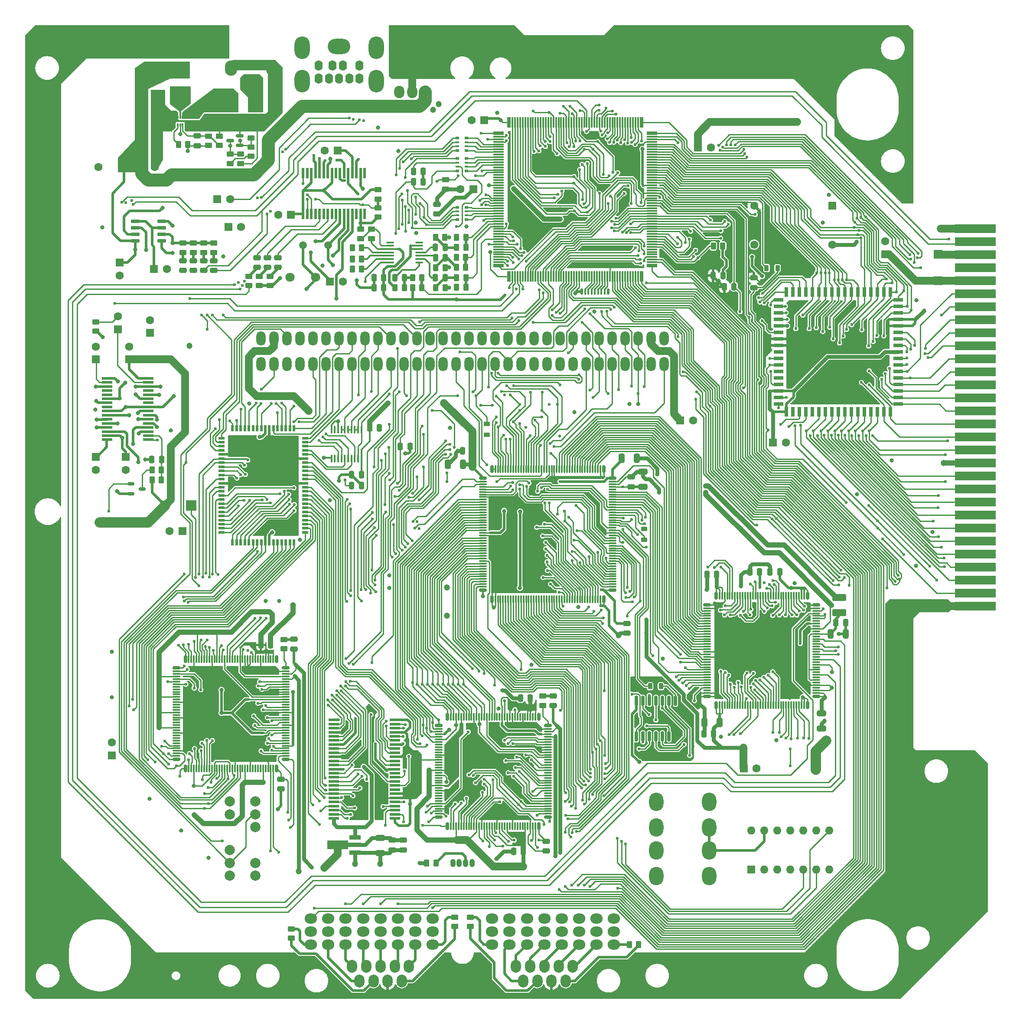
<source format=gtl>
G04 #@! TF.GenerationSoftware,KiCad,Pcbnew,7.0.8*
G04 #@! TF.CreationDate,2024-02-10T22:04:51+01:00*
G04 #@! TF.ProjectId,Neptune,4e657074-756e-4652-9e6b-696361645f70,rev?*
G04 #@! TF.SameCoordinates,Original*
G04 #@! TF.FileFunction,Copper,L1,Top*
G04 #@! TF.FilePolarity,Positive*
%FSLAX46Y46*%
G04 Gerber Fmt 4.6, Leading zero omitted, Abs format (unit mm)*
G04 Created by KiCad (PCBNEW 7.0.8) date 2024-02-10 22:04:51*
%MOMM*%
%LPD*%
G01*
G04 APERTURE LIST*
G04 Aperture macros list*
%AMRoundRect*
0 Rectangle with rounded corners*
0 $1 Rounding radius*
0 $2 $3 $4 $5 $6 $7 $8 $9 X,Y pos of 4 corners*
0 Add a 4 corners polygon primitive as box body*
4,1,4,$2,$3,$4,$5,$6,$7,$8,$9,$2,$3,0*
0 Add four circle primitives for the rounded corners*
1,1,$1+$1,$2,$3*
1,1,$1+$1,$4,$5*
1,1,$1+$1,$6,$7*
1,1,$1+$1,$8,$9*
0 Add four rect primitives between the rounded corners*
20,1,$1+$1,$2,$3,$4,$5,0*
20,1,$1+$1,$4,$5,$6,$7,0*
20,1,$1+$1,$6,$7,$8,$9,0*
20,1,$1+$1,$8,$9,$2,$3,0*%
%AMFreePoly0*
4,1,9,5.362500,-0.866500,1.237500,-0.866500,1.237500,-0.450000,-1.237500,-0.450000,-1.237500,0.450000,1.237500,0.450000,1.237500,0.866500,5.362500,0.866500,5.362500,-0.866500,5.362500,-0.866500,$1*%
G04 Aperture macros list end*
G04 #@! TA.AperFunction,ComponentPad*
%ADD10O,1.800000X2.800000*%
G04 #@! TD*
G04 #@! TA.AperFunction,SMDPad,CuDef*
%ADD11R,0.800000X0.500000*%
G04 #@! TD*
G04 #@! TA.AperFunction,SMDPad,CuDef*
%ADD12R,0.800000X0.400000*%
G04 #@! TD*
G04 #@! TA.AperFunction,SMDPad,CuDef*
%ADD13RoundRect,0.250000X0.325000X0.650000X-0.325000X0.650000X-0.325000X-0.650000X0.325000X-0.650000X0*%
G04 #@! TD*
G04 #@! TA.AperFunction,SMDPad,CuDef*
%ADD14RoundRect,0.250000X0.475000X-0.250000X0.475000X0.250000X-0.475000X0.250000X-0.475000X-0.250000X0*%
G04 #@! TD*
G04 #@! TA.AperFunction,ComponentPad*
%ADD15O,2.400000X2.000000*%
G04 #@! TD*
G04 #@! TA.AperFunction,SMDPad,CuDef*
%ADD16RoundRect,0.250000X0.262500X0.450000X-0.262500X0.450000X-0.262500X-0.450000X0.262500X-0.450000X0*%
G04 #@! TD*
G04 #@! TA.AperFunction,ComponentPad*
%ADD17R,1.600000X1.600000*%
G04 #@! TD*
G04 #@! TA.AperFunction,ComponentPad*
%ADD18C,1.600000*%
G04 #@! TD*
G04 #@! TA.AperFunction,SMDPad,CuDef*
%ADD19RoundRect,0.218750X0.218750X0.381250X-0.218750X0.381250X-0.218750X-0.381250X0.218750X-0.381250X0*%
G04 #@! TD*
G04 #@! TA.AperFunction,SMDPad,CuDef*
%ADD20RoundRect,0.218750X-0.218750X-0.381250X0.218750X-0.381250X0.218750X0.381250X-0.218750X0.381250X0*%
G04 #@! TD*
G04 #@! TA.AperFunction,SMDPad,CuDef*
%ADD21RoundRect,0.250000X0.250000X0.475000X-0.250000X0.475000X-0.250000X-0.475000X0.250000X-0.475000X0*%
G04 #@! TD*
G04 #@! TA.AperFunction,ComponentPad*
%ADD22O,1.600000X1.600000*%
G04 #@! TD*
G04 #@! TA.AperFunction,SMDPad,CuDef*
%ADD23RoundRect,0.250000X0.450000X-0.262500X0.450000X0.262500X-0.450000X0.262500X-0.450000X-0.262500X0*%
G04 #@! TD*
G04 #@! TA.AperFunction,SMDPad,CuDef*
%ADD24RoundRect,0.162500X-0.575000X-0.162500X0.575000X-0.162500X0.575000X0.162500X-0.575000X0.162500X0*%
G04 #@! TD*
G04 #@! TA.AperFunction,SMDPad,CuDef*
%ADD25RoundRect,0.075000X-0.662500X-0.075000X0.662500X-0.075000X0.662500X0.075000X-0.662500X0.075000X0*%
G04 #@! TD*
G04 #@! TA.AperFunction,SMDPad,CuDef*
%ADD26RoundRect,0.162500X-0.162500X-0.575000X0.162500X-0.575000X0.162500X0.575000X-0.162500X0.575000X0*%
G04 #@! TD*
G04 #@! TA.AperFunction,SMDPad,CuDef*
%ADD27RoundRect,0.075000X-0.075000X-0.662500X0.075000X-0.662500X0.075000X0.662500X-0.075000X0.662500X0*%
G04 #@! TD*
G04 #@! TA.AperFunction,SMDPad,CuDef*
%ADD28RoundRect,0.250000X-0.325000X-0.650000X0.325000X-0.650000X0.325000X0.650000X-0.325000X0.650000X0*%
G04 #@! TD*
G04 #@! TA.AperFunction,SMDPad,CuDef*
%ADD29R,2.000000X0.650000*%
G04 #@! TD*
G04 #@! TA.AperFunction,SMDPad,CuDef*
%ADD30R,2.000000X0.300000*%
G04 #@! TD*
G04 #@! TA.AperFunction,SMDPad,CuDef*
%ADD31R,0.650000X2.000000*%
G04 #@! TD*
G04 #@! TA.AperFunction,SMDPad,CuDef*
%ADD32R,0.300000X2.000000*%
G04 #@! TD*
G04 #@! TA.AperFunction,SMDPad,CuDef*
%ADD33RoundRect,0.250000X-0.250000X-0.475000X0.250000X-0.475000X0.250000X0.475000X-0.250000X0.475000X0*%
G04 #@! TD*
G04 #@! TA.AperFunction,SMDPad,CuDef*
%ADD34R,3.500000X3.000000*%
G04 #@! TD*
G04 #@! TA.AperFunction,ComponentPad*
%ADD35R,1.700000X1.700000*%
G04 #@! TD*
G04 #@! TA.AperFunction,SMDPad,CuDef*
%ADD36R,0.700000X1.925000*%
G04 #@! TD*
G04 #@! TA.AperFunction,SMDPad,CuDef*
%ADD37R,1.925000X0.700000*%
G04 #@! TD*
G04 #@! TA.AperFunction,SMDPad,CuDef*
%ADD38RoundRect,0.250000X0.650000X-0.325000X0.650000X0.325000X-0.650000X0.325000X-0.650000X-0.325000X0*%
G04 #@! TD*
G04 #@! TA.AperFunction,ComponentPad*
%ADD39O,3.600000X2.400000*%
G04 #@! TD*
G04 #@! TA.AperFunction,ComponentPad*
%ADD40O,2.400000X3.000000*%
G04 #@! TD*
G04 #@! TA.AperFunction,ComponentPad*
%ADD41O,2.800000X3.600000*%
G04 #@! TD*
G04 #@! TA.AperFunction,ComponentPad*
%ADD42O,2.000000X2.400000*%
G04 #@! TD*
G04 #@! TA.AperFunction,SMDPad,CuDef*
%ADD43RoundRect,0.218750X-0.381250X0.218750X-0.381250X-0.218750X0.381250X-0.218750X0.381250X0.218750X0*%
G04 #@! TD*
G04 #@! TA.AperFunction,SMDPad,CuDef*
%ADD44RoundRect,0.250000X-0.262500X-0.450000X0.262500X-0.450000X0.262500X0.450000X-0.262500X0.450000X0*%
G04 #@! TD*
G04 #@! TA.AperFunction,ComponentPad*
%ADD45C,1.500000*%
G04 #@! TD*
G04 #@! TA.AperFunction,SMDPad,CuDef*
%ADD46RoundRect,0.142500X-0.142500X-0.457500X0.142500X-0.457500X0.142500X0.457500X-0.142500X0.457500X0*%
G04 #@! TD*
G04 #@! TA.AperFunction,SMDPad,CuDef*
%ADD47RoundRect,0.105000X-0.105000X-0.495000X0.105000X-0.495000X0.105000X0.495000X-0.105000X0.495000X0*%
G04 #@! TD*
G04 #@! TA.AperFunction,SMDPad,CuDef*
%ADD48RoundRect,0.075000X-0.075000X0.260000X-0.075000X-0.260000X0.075000X-0.260000X0.075000X0.260000X0*%
G04 #@! TD*
G04 #@! TA.AperFunction,SMDPad,CuDef*
%ADD49RoundRect,0.250000X-0.475000X0.250000X-0.475000X-0.250000X0.475000X-0.250000X0.475000X0.250000X0*%
G04 #@! TD*
G04 #@! TA.AperFunction,SMDPad,CuDef*
%ADD50RoundRect,0.150000X-0.512500X-0.150000X0.512500X-0.150000X0.512500X0.150000X-0.512500X0.150000X0*%
G04 #@! TD*
G04 #@! TA.AperFunction,SMDPad,CuDef*
%ADD51RoundRect,0.162500X-0.162500X0.575000X-0.162500X-0.575000X0.162500X-0.575000X0.162500X0.575000X0*%
G04 #@! TD*
G04 #@! TA.AperFunction,SMDPad,CuDef*
%ADD52RoundRect,0.075000X-0.075000X0.662500X-0.075000X-0.662500X0.075000X-0.662500X0.075000X0.662500X0*%
G04 #@! TD*
G04 #@! TA.AperFunction,SMDPad,CuDef*
%ADD53RoundRect,0.162500X-0.575000X0.162500X-0.575000X-0.162500X0.575000X-0.162500X0.575000X0.162500X0*%
G04 #@! TD*
G04 #@! TA.AperFunction,SMDPad,CuDef*
%ADD54RoundRect,0.075000X-0.662500X0.075000X-0.662500X-0.075000X0.662500X-0.075000X0.662500X0.075000X0*%
G04 #@! TD*
G04 #@! TA.AperFunction,ComponentPad*
%ADD55C,2.000000*%
G04 #@! TD*
G04 #@! TA.AperFunction,ComponentPad*
%ADD56O,2.000000X2.500000*%
G04 #@! TD*
G04 #@! TA.AperFunction,SMDPad,CuDef*
%ADD57RoundRect,0.250000X-0.450000X0.262500X-0.450000X-0.262500X0.450000X-0.262500X0.450000X0.262500X0*%
G04 #@! TD*
G04 #@! TA.AperFunction,ComponentPad*
%ADD58R,2.000000X2.000000*%
G04 #@! TD*
G04 #@! TA.AperFunction,ComponentPad*
%ADD59O,2.000000X2.000000*%
G04 #@! TD*
G04 #@! TA.AperFunction,SMDPad,CuDef*
%ADD60RoundRect,0.100000X0.637500X0.100000X-0.637500X0.100000X-0.637500X-0.100000X0.637500X-0.100000X0*%
G04 #@! TD*
G04 #@! TA.AperFunction,ComponentPad*
%ADD61O,1.600000X2.000000*%
G04 #@! TD*
G04 #@! TA.AperFunction,ComponentPad*
%ADD62O,3.000000X4.400000*%
G04 #@! TD*
G04 #@! TA.AperFunction,ComponentPad*
%ADD63O,4.400000X3.000000*%
G04 #@! TD*
G04 #@! TA.AperFunction,SMDPad,CuDef*
%ADD64RoundRect,0.150000X0.725000X0.150000X-0.725000X0.150000X-0.725000X-0.150000X0.725000X-0.150000X0*%
G04 #@! TD*
G04 #@! TA.AperFunction,SMDPad,CuDef*
%ADD65RoundRect,0.150000X0.587500X0.150000X-0.587500X0.150000X-0.587500X-0.150000X0.587500X-0.150000X0*%
G04 #@! TD*
G04 #@! TA.AperFunction,SMDPad,CuDef*
%ADD66RoundRect,0.250000X-0.450000X-0.800000X0.450000X-0.800000X0.450000X0.800000X-0.450000X0.800000X0*%
G04 #@! TD*
G04 #@! TA.AperFunction,SMDPad,CuDef*
%ADD67RoundRect,0.100000X-0.100000X0.637500X-0.100000X-0.637500X0.100000X-0.637500X0.100000X0.637500X0*%
G04 #@! TD*
G04 #@! TA.AperFunction,SMDPad,CuDef*
%ADD68RoundRect,0.250000X-0.650000X0.325000X-0.650000X-0.325000X0.650000X-0.325000X0.650000X0.325000X0*%
G04 #@! TD*
G04 #@! TA.AperFunction,SMDPad,CuDef*
%ADD69R,2.000000X0.500000*%
G04 #@! TD*
G04 #@! TA.AperFunction,ComponentPad*
%ADD70O,1.000000X1.600000*%
G04 #@! TD*
G04 #@! TA.AperFunction,SMDPad,CuDef*
%ADD71RoundRect,0.150000X0.150000X-0.837500X0.150000X0.837500X-0.150000X0.837500X-0.150000X-0.837500X0*%
G04 #@! TD*
G04 #@! TA.AperFunction,SMDPad,CuDef*
%ADD72R,2.300000X0.900000*%
G04 #@! TD*
G04 #@! TA.AperFunction,SMDPad,CuDef*
%ADD73FreePoly0,180.000000*%
G04 #@! TD*
G04 #@! TA.AperFunction,SMDPad,CuDef*
%ADD74RoundRect,0.162500X-0.587500X-0.162500X0.587500X-0.162500X0.587500X0.162500X-0.587500X0.162500X0*%
G04 #@! TD*
G04 #@! TA.AperFunction,SMDPad,CuDef*
%ADD75RoundRect,0.075000X-0.675000X-0.075000X0.675000X-0.075000X0.675000X0.075000X-0.675000X0.075000X0*%
G04 #@! TD*
G04 #@! TA.AperFunction,SMDPad,CuDef*
%ADD76RoundRect,0.162500X-0.162500X-0.587500X0.162500X-0.587500X0.162500X0.587500X-0.162500X0.587500X0*%
G04 #@! TD*
G04 #@! TA.AperFunction,SMDPad,CuDef*
%ADD77RoundRect,0.075000X-0.075000X-0.675000X0.075000X-0.675000X0.075000X0.675000X-0.075000X0.675000X0*%
G04 #@! TD*
G04 #@! TA.AperFunction,SMDPad,CuDef*
%ADD78RoundRect,0.250001X-1.074999X0.462499X-1.074999X-0.462499X1.074999X-0.462499X1.074999X0.462499X0*%
G04 #@! TD*
G04 #@! TA.AperFunction,ComponentPad*
%ADD79C,1.800000*%
G04 #@! TD*
G04 #@! TA.AperFunction,SMDPad,CuDef*
%ADD80R,8.000000X1.778000*%
G04 #@! TD*
G04 #@! TA.AperFunction,SMDPad,CuDef*
%ADD81R,1.300000X0.500000*%
G04 #@! TD*
G04 #@! TA.AperFunction,SMDPad,CuDef*
%ADD82R,0.500000X1.300000*%
G04 #@! TD*
G04 #@! TA.AperFunction,SMDPad,CuDef*
%ADD83R,0.500000X2.000000*%
G04 #@! TD*
G04 #@! TA.AperFunction,ViaPad*
%ADD84C,0.600000*%
G04 #@! TD*
G04 #@! TA.AperFunction,ViaPad*
%ADD85C,0.800000*%
G04 #@! TD*
G04 #@! TA.AperFunction,ViaPad*
%ADD86C,1.200000*%
G04 #@! TD*
G04 #@! TA.AperFunction,Conductor*
%ADD87C,0.250000*%
G04 #@! TD*
G04 #@! TA.AperFunction,Conductor*
%ADD88C,0.750000*%
G04 #@! TD*
G04 #@! TA.AperFunction,Conductor*
%ADD89C,0.500000*%
G04 #@! TD*
G04 #@! TA.AperFunction,Conductor*
%ADD90C,0.350000*%
G04 #@! TD*
G04 #@! TA.AperFunction,Conductor*
%ADD91C,1.500000*%
G04 #@! TD*
G04 #@! TA.AperFunction,Conductor*
%ADD92C,1.000000*%
G04 #@! TD*
G04 #@! TA.AperFunction,Conductor*
%ADD93C,2.000000*%
G04 #@! TD*
G04 #@! TA.AperFunction,Conductor*
%ADD94C,0.300000*%
G04 #@! TD*
G04 #@! TA.AperFunction,Conductor*
%ADD95C,0.254000*%
G04 #@! TD*
G04 #@! TA.AperFunction,Conductor*
%ADD96C,2.500000*%
G04 #@! TD*
G04 APERTURE END LIST*
D10*
X167538400Y-104140000D03*
X170078400Y-104140000D03*
X172618400Y-104140000D03*
X175158400Y-104140000D03*
X177698400Y-104140000D03*
X180238400Y-104140000D03*
X182778400Y-104140000D03*
X185318400Y-104140000D03*
X187858400Y-104140000D03*
X190398400Y-104140000D03*
X192938400Y-104140000D03*
X195478400Y-104140000D03*
X198018400Y-104140000D03*
X200558400Y-104140000D03*
X203098400Y-104140000D03*
X205638400Y-104140000D03*
X208178400Y-104140000D03*
X210718400Y-104140000D03*
X213258400Y-104140000D03*
X215798400Y-104140000D03*
X218338400Y-104140000D03*
X220878400Y-104140000D03*
X223418400Y-104140000D03*
X225958400Y-104140000D03*
X228498400Y-104140000D03*
X231038400Y-104140000D03*
X233578400Y-104140000D03*
X236118400Y-104140000D03*
X238658400Y-104140000D03*
X241198400Y-104140000D03*
X243738400Y-104140000D03*
X246278400Y-104140000D03*
X167538400Y-109140000D03*
X170078400Y-109140000D03*
X172618400Y-109140000D03*
X175158400Y-109140000D03*
X177698400Y-109140000D03*
X180238400Y-109140000D03*
X182778400Y-109140000D03*
X185318400Y-109140000D03*
X187858400Y-109140000D03*
X190398400Y-109140000D03*
X192938400Y-109140000D03*
X195478400Y-109140000D03*
X198018400Y-109140000D03*
X200558400Y-109140000D03*
X203098400Y-109140000D03*
X205638400Y-109140000D03*
X208178400Y-109140000D03*
X210718400Y-109140000D03*
X213258400Y-109140000D03*
X215798400Y-109140000D03*
X218338400Y-109140000D03*
X220878400Y-109140000D03*
X223418400Y-109140000D03*
X225958400Y-109140000D03*
X228498400Y-109140000D03*
X231038400Y-109140000D03*
X233578400Y-109140000D03*
X236118400Y-109140000D03*
X238658400Y-109140000D03*
X241198400Y-109140000D03*
X243738400Y-109140000D03*
X246278400Y-109140000D03*
D11*
X205875000Y-65075000D03*
D12*
X205875000Y-65875000D03*
X205875000Y-66675000D03*
D11*
X205875000Y-67475000D03*
X207675000Y-67475000D03*
D12*
X207675000Y-66675000D03*
X207675000Y-65875000D03*
D11*
X207675000Y-65075000D03*
D13*
X207000000Y-128725000D03*
X204050000Y-128725000D03*
D14*
X156375000Y-90900000D03*
X156375000Y-89000000D03*
D15*
X236500000Y-222400000D03*
X236500000Y-219900000D03*
X236500000Y-217400000D03*
D16*
X148112500Y-131730000D03*
X146287500Y-131730000D03*
X187212500Y-90600000D03*
X185387500Y-90600000D03*
D17*
X152205113Y-141732000D03*
D18*
X149705113Y-141732000D03*
D16*
X187212500Y-86450000D03*
X185387500Y-86450000D03*
D17*
X267544888Y-124500000D03*
D18*
X270044888Y-124500000D03*
D19*
X245687500Y-172000000D03*
X243562500Y-172000000D03*
D20*
X266307500Y-90420000D03*
X268432500Y-90420000D03*
D21*
X187175000Y-130750000D03*
X185275000Y-130750000D03*
D17*
X263300000Y-207825000D03*
D22*
X265840000Y-207825000D03*
X268380000Y-207825000D03*
X270920000Y-207825000D03*
X273460000Y-207825000D03*
X276000000Y-207825000D03*
X278540000Y-207825000D03*
X278540000Y-200205000D03*
X276000000Y-200205000D03*
X273460000Y-200205000D03*
X270920000Y-200205000D03*
X268380000Y-200205000D03*
X265840000Y-200205000D03*
X263300000Y-200205000D03*
D23*
X156375000Y-87387500D03*
X156375000Y-85562500D03*
D24*
X202237500Y-179725000D03*
D25*
X202237500Y-180400000D03*
X202237500Y-180900000D03*
X202237500Y-181400000D03*
X202237500Y-181900000D03*
X202237500Y-182400000D03*
X202237500Y-182900000D03*
X202237500Y-183400000D03*
X202237500Y-183900000D03*
X202237500Y-184400000D03*
X202237500Y-184900000D03*
X202237500Y-185400000D03*
X202237500Y-185900000D03*
X202237500Y-186400000D03*
X202237500Y-186900000D03*
X202237500Y-187400000D03*
X202237500Y-187900000D03*
X202237500Y-188400000D03*
X202237500Y-188900000D03*
X202237500Y-189400000D03*
X202237500Y-189900000D03*
X202237500Y-190400000D03*
X202237500Y-190900000D03*
X202237500Y-191400000D03*
X202237500Y-191900000D03*
X202237500Y-192400000D03*
X202237500Y-192900000D03*
X202237500Y-193400000D03*
X202237500Y-193900000D03*
X202237500Y-194400000D03*
X202237500Y-194900000D03*
X202237500Y-195400000D03*
X202237500Y-195900000D03*
X202237500Y-196400000D03*
X202237500Y-196900000D03*
D24*
X202237500Y-197575000D03*
D26*
X203975000Y-199312500D03*
D27*
X204650000Y-199312500D03*
X205150000Y-199312500D03*
X205650000Y-199312500D03*
X206150000Y-199312500D03*
X206650000Y-199312500D03*
X207150000Y-199312500D03*
X207650000Y-199312500D03*
X208150000Y-199312500D03*
X208650000Y-199312500D03*
X209150000Y-199312500D03*
X209650000Y-199312500D03*
X210150000Y-199312500D03*
X210650000Y-199312500D03*
X211150000Y-199312500D03*
X211650000Y-199312500D03*
X212150000Y-199312500D03*
X212650000Y-199312500D03*
X213150000Y-199312500D03*
X213650000Y-199312500D03*
X214150000Y-199312500D03*
X214650000Y-199312500D03*
X215150000Y-199312500D03*
X215650000Y-199312500D03*
X216150000Y-199312500D03*
X216650000Y-199312500D03*
X217150000Y-199312500D03*
X217650000Y-199312500D03*
X218150000Y-199312500D03*
X218650000Y-199312500D03*
X219150000Y-199312500D03*
X219650000Y-199312500D03*
X220150000Y-199312500D03*
X220650000Y-199312500D03*
X221150000Y-199312500D03*
D26*
X221825000Y-199312500D03*
D24*
X223562500Y-197575000D03*
D25*
X223562500Y-196900000D03*
X223562500Y-196400000D03*
X223562500Y-195900000D03*
X223562500Y-195400000D03*
X223562500Y-194900000D03*
X223562500Y-194400000D03*
X223562500Y-193900000D03*
X223562500Y-193400000D03*
X223562500Y-192900000D03*
X223562500Y-192400000D03*
X223562500Y-191900000D03*
X223562500Y-191400000D03*
X223562500Y-190900000D03*
X223562500Y-190400000D03*
X223562500Y-189900000D03*
X223562500Y-189400000D03*
X223562500Y-188900000D03*
X223562500Y-188400000D03*
X223562500Y-187900000D03*
X223562500Y-187400000D03*
X223562500Y-186900000D03*
X223562500Y-186400000D03*
X223562500Y-185900000D03*
X223562500Y-185400000D03*
X223562500Y-184900000D03*
X223562500Y-184400000D03*
X223562500Y-183900000D03*
X223562500Y-183400000D03*
X223562500Y-182900000D03*
X223562500Y-182400000D03*
X223562500Y-181900000D03*
X223562500Y-181400000D03*
X223562500Y-180900000D03*
X223562500Y-180400000D03*
D24*
X223562500Y-179725000D03*
D26*
X221825000Y-177987500D03*
D27*
X221150000Y-177987500D03*
X220650000Y-177987500D03*
X220150000Y-177987500D03*
X219650000Y-177987500D03*
X219150000Y-177987500D03*
X218650000Y-177987500D03*
X218150000Y-177987500D03*
X217650000Y-177987500D03*
X217150000Y-177987500D03*
X216650000Y-177987500D03*
X216150000Y-177987500D03*
X215650000Y-177987500D03*
X215150000Y-177987500D03*
X214650000Y-177987500D03*
X214150000Y-177987500D03*
X213650000Y-177987500D03*
X213150000Y-177987500D03*
X212650000Y-177987500D03*
X212150000Y-177987500D03*
X211650000Y-177987500D03*
X211150000Y-177987500D03*
X210650000Y-177987500D03*
X210150000Y-177987500D03*
X209650000Y-177987500D03*
X209150000Y-177987500D03*
X208650000Y-177987500D03*
X208150000Y-177987500D03*
X207650000Y-177987500D03*
X207150000Y-177987500D03*
X206650000Y-177987500D03*
X206150000Y-177987500D03*
X205650000Y-177987500D03*
X205150000Y-177987500D03*
X204650000Y-177987500D03*
D26*
X203975000Y-177987500D03*
D17*
X135300000Y-108250000D03*
D18*
X135300000Y-105750000D03*
D17*
X181025000Y-93055112D03*
D18*
X183525000Y-93055112D03*
D17*
X146675000Y-90600000D03*
D18*
X149175000Y-90600000D03*
D28*
X144066500Y-59182000D03*
X147016500Y-59182000D03*
D29*
X213925000Y-64100000D03*
D30*
X213925000Y-64775000D03*
X213925000Y-65275000D03*
X213925000Y-65775000D03*
X213925000Y-66275000D03*
X213925000Y-66775000D03*
X213925000Y-67275000D03*
X213925000Y-67775000D03*
X213925000Y-68275000D03*
X213925000Y-68775000D03*
X213925000Y-69275000D03*
X213925000Y-69775000D03*
X213925000Y-70275000D03*
X213925000Y-70775000D03*
X213925000Y-71275000D03*
X213925000Y-71775000D03*
X213925000Y-72275000D03*
X213925000Y-72775000D03*
X213925000Y-73275000D03*
X213925000Y-73775000D03*
X213925000Y-74275000D03*
X213925000Y-74775000D03*
X213925000Y-75275000D03*
X213925000Y-75775000D03*
X213925000Y-76275000D03*
X213925000Y-76775000D03*
X213925000Y-77275000D03*
X213925000Y-77775000D03*
X213925000Y-78275000D03*
X213925000Y-78775000D03*
X213925000Y-79275000D03*
X213925000Y-79775000D03*
X213925000Y-80275000D03*
X213925000Y-80775000D03*
X213925000Y-81275000D03*
X213925000Y-81775000D03*
X213925000Y-82275000D03*
X213925000Y-82775000D03*
X213925000Y-83275000D03*
X213925000Y-83775000D03*
X213925000Y-84275000D03*
X213925000Y-84775000D03*
X213925000Y-85275000D03*
X213925000Y-85775000D03*
X213925000Y-86275000D03*
X213925000Y-86775000D03*
X213925000Y-87275000D03*
X213925000Y-87775000D03*
X213925000Y-88275000D03*
X213925000Y-88775000D03*
X213925000Y-89275000D03*
D29*
X213925000Y-89950000D03*
D31*
X216000000Y-92025000D03*
D32*
X216675000Y-92025000D03*
X217175000Y-92025000D03*
X217675000Y-92025000D03*
X218175000Y-92025000D03*
X218675000Y-92025000D03*
X219175000Y-92025000D03*
X219675000Y-92025000D03*
X220175000Y-92025000D03*
X220675000Y-92025000D03*
X221175000Y-92025000D03*
X221675000Y-92025000D03*
X222175000Y-92025000D03*
X222675000Y-92025000D03*
X223175000Y-92025000D03*
X223675000Y-92025000D03*
X224175000Y-92025000D03*
X224675000Y-92025000D03*
X225175000Y-92025000D03*
X225675000Y-92025000D03*
X226175000Y-92025000D03*
X226675000Y-92025000D03*
X227175000Y-92025000D03*
X227675000Y-92025000D03*
X228175000Y-92025000D03*
X228675000Y-92025000D03*
X229175000Y-92025000D03*
X229675000Y-92025000D03*
X230175000Y-92025000D03*
X230675000Y-92025000D03*
X231175000Y-92025000D03*
X231675000Y-92025000D03*
X232175000Y-92025000D03*
X232675000Y-92025000D03*
X233175000Y-92025000D03*
X233675000Y-92025000D03*
X234175000Y-92025000D03*
X234675000Y-92025000D03*
X235175000Y-92025000D03*
X235675000Y-92025000D03*
X236175000Y-92025000D03*
X236675000Y-92025000D03*
X237175000Y-92025000D03*
X237675000Y-92025000D03*
X238175000Y-92025000D03*
X238675000Y-92025000D03*
X239175000Y-92025000D03*
X239675000Y-92025000D03*
X240175000Y-92025000D03*
X240675000Y-92025000D03*
X241175000Y-92025000D03*
D31*
X241850000Y-92025000D03*
D29*
X243925000Y-89950000D03*
D30*
X243925000Y-89275000D03*
X243925000Y-88775000D03*
X243925000Y-88275000D03*
X243925000Y-87775000D03*
X243925000Y-87275000D03*
X243925000Y-86775000D03*
X243925000Y-86275000D03*
X243925000Y-85775000D03*
X243925000Y-85275000D03*
X243925000Y-84775000D03*
X243925000Y-84275000D03*
X243925000Y-83775000D03*
X243925000Y-83275000D03*
X243925000Y-82775000D03*
X243925000Y-82275000D03*
X243925000Y-81775000D03*
X243925000Y-81275000D03*
X243925000Y-80775000D03*
X243925000Y-80275000D03*
X243925000Y-79775000D03*
X243925000Y-79275000D03*
X243925000Y-78775000D03*
X243925000Y-78275000D03*
X243925000Y-77775000D03*
X243925000Y-77275000D03*
X243925000Y-76775000D03*
X243925000Y-76275000D03*
X243925000Y-75775000D03*
X243925000Y-75275000D03*
X243925000Y-74775000D03*
X243925000Y-74275000D03*
X243925000Y-73775000D03*
X243925000Y-73275000D03*
X243925000Y-72775000D03*
X243925000Y-72275000D03*
X243925000Y-71775000D03*
X243925000Y-71275000D03*
X243925000Y-70775000D03*
X243925000Y-70275000D03*
X243925000Y-69775000D03*
X243925000Y-69275000D03*
X243925000Y-68775000D03*
X243925000Y-68275000D03*
X243925000Y-67775000D03*
X243925000Y-67275000D03*
X243925000Y-66775000D03*
X243925000Y-66275000D03*
X243925000Y-65775000D03*
X243925000Y-65275000D03*
X243925000Y-64775000D03*
D29*
X243925000Y-64100000D03*
D31*
X241850000Y-62025000D03*
D32*
X241175000Y-62025000D03*
X240675000Y-62025000D03*
X240175000Y-62025000D03*
X239675000Y-62025000D03*
X239175000Y-62025000D03*
X238675000Y-62025000D03*
X238175000Y-62025000D03*
X237675000Y-62025000D03*
X237175000Y-62025000D03*
X236675000Y-62025000D03*
X236175000Y-62025000D03*
X235675000Y-62025000D03*
X235175000Y-62025000D03*
X234675000Y-62025000D03*
X234175000Y-62025000D03*
X233675000Y-62025000D03*
X233175000Y-62025000D03*
X232675000Y-62025000D03*
X232175000Y-62025000D03*
X231675000Y-62025000D03*
X231175000Y-62025000D03*
X230675000Y-62025000D03*
X230175000Y-62025000D03*
X229675000Y-62025000D03*
X229175000Y-62025000D03*
X228675000Y-62025000D03*
X228175000Y-62025000D03*
X227675000Y-62025000D03*
X227175000Y-62025000D03*
X226675000Y-62025000D03*
X226175000Y-62025000D03*
X225675000Y-62025000D03*
X225175000Y-62025000D03*
X224675000Y-62025000D03*
X224175000Y-62025000D03*
X223675000Y-62025000D03*
X223175000Y-62025000D03*
X222675000Y-62025000D03*
X222175000Y-62025000D03*
X221675000Y-62025000D03*
X221175000Y-62025000D03*
X220675000Y-62025000D03*
X220175000Y-62025000D03*
X219675000Y-62025000D03*
X219175000Y-62025000D03*
X218675000Y-62025000D03*
X218175000Y-62025000D03*
X217675000Y-62025000D03*
X217175000Y-62025000D03*
X216675000Y-62025000D03*
D31*
X216000000Y-62025000D03*
D15*
X216100000Y-222400000D03*
X216100000Y-219900000D03*
X216100000Y-217400000D03*
D14*
X158350000Y-90900000D03*
X158350000Y-89000000D03*
D17*
X173400000Y-80010000D03*
D18*
X170900000Y-80010000D03*
D17*
X209000000Y-75050000D03*
D18*
X206500000Y-75050000D03*
D33*
X197350000Y-71550000D03*
X199250000Y-71550000D03*
D34*
X151765000Y-56787000D03*
X151765000Y-51787000D03*
D28*
X144066500Y-64262000D03*
X147016500Y-64262000D03*
X144066500Y-56642000D03*
X147016500Y-56642000D03*
D35*
X299825000Y-92875000D03*
D14*
X154325000Y-90900000D03*
X154325000Y-89000000D03*
D36*
X280322500Y-95127500D03*
X279052500Y-95127500D03*
X277782500Y-95127500D03*
X276512500Y-95127500D03*
X275242500Y-95127500D03*
X273972500Y-95127500D03*
X272702500Y-95127500D03*
X271432500Y-95127500D03*
X270162500Y-95127500D03*
D37*
X268650000Y-96640000D03*
X268650000Y-97910000D03*
X268650000Y-99180000D03*
X268650000Y-100450000D03*
X268650000Y-101720000D03*
X268650000Y-102990000D03*
X268650000Y-104260000D03*
X268650000Y-105530000D03*
X268650000Y-106800000D03*
X268650000Y-108070000D03*
X268650000Y-109340000D03*
X268650000Y-110610000D03*
X268650000Y-111880000D03*
X268650000Y-113150000D03*
X268650000Y-114420000D03*
X268650000Y-115690000D03*
X268650000Y-116960000D03*
D36*
X270162500Y-118472500D03*
X271432500Y-118472500D03*
X272702500Y-118472500D03*
X273972500Y-118472500D03*
X275242500Y-118472500D03*
X276512500Y-118472500D03*
X277782500Y-118472500D03*
X279052500Y-118472500D03*
X280322500Y-118472500D03*
X281592500Y-118472500D03*
X282862500Y-118472500D03*
X284132500Y-118472500D03*
X285402500Y-118472500D03*
X286672500Y-118472500D03*
X287942500Y-118472500D03*
X289212500Y-118472500D03*
X290482500Y-118472500D03*
D37*
X291995000Y-116960000D03*
X291995000Y-115690000D03*
X291995000Y-114420000D03*
X291995000Y-113150000D03*
X291995000Y-111880000D03*
X291995000Y-110610000D03*
X291995000Y-109340000D03*
X291995000Y-108070000D03*
X291995000Y-106800000D03*
X291995000Y-105530000D03*
X291995000Y-104260000D03*
X291995000Y-102990000D03*
X291995000Y-101720000D03*
X291995000Y-100450000D03*
X291995000Y-99180000D03*
X291995000Y-97910000D03*
X291995000Y-96640000D03*
D36*
X290482500Y-95127500D03*
X289212500Y-95127500D03*
X287942500Y-95127500D03*
X286672500Y-95127500D03*
X285402500Y-95127500D03*
X284132500Y-95127500D03*
X282862500Y-95127500D03*
X281592500Y-95127500D03*
D38*
X242175000Y-133100000D03*
X242175000Y-130150000D03*
D16*
X207562500Y-92275000D03*
X205737500Y-92275000D03*
D15*
X197700000Y-222400000D03*
X197700000Y-219900000D03*
X197700000Y-217400000D03*
X226300000Y-222400000D03*
X226300000Y-219900000D03*
X226300000Y-217400000D03*
D39*
X165735000Y-53904200D03*
D40*
X161735000Y-51404200D03*
X169735000Y-51404200D03*
D41*
X244775000Y-194575000D03*
X255075000Y-194575000D03*
X244775000Y-199575000D03*
X255075000Y-199575000D03*
D42*
X194600000Y-56100000D03*
X197100000Y-56100000D03*
X199600000Y-56100000D03*
D17*
X140832651Y-70739000D03*
D18*
X135832651Y-70739000D03*
D17*
X145900000Y-103075000D03*
D18*
X145900000Y-100575000D03*
D43*
X242375000Y-141287500D03*
X242375000Y-143412500D03*
D44*
X201676000Y-94225000D03*
X203501000Y-94225000D03*
D33*
X255875000Y-91900000D03*
X257775000Y-91900000D03*
D21*
X218800000Y-204225000D03*
X216900000Y-204225000D03*
D38*
X277050000Y-180275000D03*
X277050000Y-177325000D03*
D45*
X175755000Y-85925000D03*
X180655000Y-85925000D03*
D17*
X279125000Y-78225000D03*
D18*
X263885000Y-78225000D03*
X263885000Y-85845000D03*
X279125000Y-85845000D03*
D46*
X230175000Y-95050000D03*
D47*
X230870000Y-95050000D03*
X231505000Y-95050000D03*
X232140000Y-95050000D03*
X232775000Y-95050000D03*
X233410000Y-95050000D03*
X234045000Y-95050000D03*
X234680000Y-95050000D03*
D46*
X235375000Y-95050000D03*
D21*
X264950000Y-149700000D03*
X263050000Y-149700000D03*
D16*
X207562500Y-86350000D03*
X205737500Y-86350000D03*
D15*
X219500000Y-222400000D03*
X219500000Y-219900000D03*
X219500000Y-217400000D03*
X212700000Y-222400000D03*
X212700000Y-219900000D03*
X212700000Y-217400000D03*
D21*
X195575000Y-92275000D03*
X193675000Y-92275000D03*
D23*
X190400000Y-80487500D03*
X190400000Y-78662500D03*
D48*
X152265000Y-60972000D03*
X151765000Y-60972000D03*
X151265000Y-60972000D03*
X151265000Y-62472000D03*
X151765000Y-62472000D03*
X152265000Y-62472000D03*
D13*
X257100000Y-179100000D03*
X254150000Y-179100000D03*
D49*
X195300000Y-202050000D03*
X195300000Y-203950000D03*
D15*
X229700000Y-222400000D03*
X229700000Y-219900000D03*
X229700000Y-217400000D03*
D44*
X201676000Y-90325000D03*
X203501000Y-90325000D03*
D17*
X249425000Y-120125000D03*
D18*
X251925000Y-120125000D03*
D33*
X279850000Y-159650000D03*
X281750000Y-159650000D03*
D21*
X259950000Y-94050000D03*
X258050000Y-94050000D03*
D14*
X170855000Y-90300000D03*
X170855000Y-88400000D03*
D50*
X142112500Y-132550000D03*
X142112500Y-134450000D03*
X144387500Y-133500000D03*
D51*
X274287500Y-154387500D03*
D52*
X273612500Y-154387500D03*
X273112500Y-154387500D03*
X272612500Y-154387500D03*
X272112500Y-154387500D03*
X271612500Y-154387500D03*
X271112500Y-154387500D03*
X270612500Y-154387500D03*
X270112500Y-154387500D03*
X269612500Y-154387500D03*
X269112500Y-154387500D03*
X268612500Y-154387500D03*
X268112500Y-154387500D03*
X267612500Y-154387500D03*
X267112500Y-154387500D03*
X266612500Y-154387500D03*
X266112500Y-154387500D03*
X265612500Y-154387500D03*
X265112500Y-154387500D03*
X264612500Y-154387500D03*
X264112500Y-154387500D03*
X263612500Y-154387500D03*
X263112500Y-154387500D03*
X262612500Y-154387500D03*
X262112500Y-154387500D03*
X261612500Y-154387500D03*
X261112500Y-154387500D03*
X260612500Y-154387500D03*
X260112500Y-154387500D03*
X259612500Y-154387500D03*
X259112500Y-154387500D03*
X258612500Y-154387500D03*
X258112500Y-154387500D03*
X257612500Y-154387500D03*
X257112500Y-154387500D03*
D51*
X256437500Y-154387500D03*
D53*
X254700000Y-156125000D03*
D54*
X254700000Y-156800000D03*
X254700000Y-157300000D03*
X254700000Y-157800000D03*
X254700000Y-158300000D03*
X254700000Y-158800000D03*
X254700000Y-159300000D03*
X254700000Y-159800000D03*
X254700000Y-160300000D03*
X254700000Y-160800000D03*
X254700000Y-161300000D03*
X254700000Y-161800000D03*
X254700000Y-162300000D03*
X254700000Y-162800000D03*
X254700000Y-163300000D03*
X254700000Y-163800000D03*
X254700000Y-164300000D03*
X254700000Y-164800000D03*
X254700000Y-165300000D03*
X254700000Y-165800000D03*
X254700000Y-166300000D03*
X254700000Y-166800000D03*
X254700000Y-167300000D03*
X254700000Y-167800000D03*
X254700000Y-168300000D03*
X254700000Y-168800000D03*
X254700000Y-169300000D03*
X254700000Y-169800000D03*
X254700000Y-170300000D03*
X254700000Y-170800000D03*
X254700000Y-171300000D03*
X254700000Y-171800000D03*
X254700000Y-172300000D03*
X254700000Y-172800000D03*
X254700000Y-173300000D03*
D53*
X254700000Y-173975000D03*
D51*
X256437500Y-175712500D03*
D52*
X257112500Y-175712500D03*
X257612500Y-175712500D03*
X258112500Y-175712500D03*
X258612500Y-175712500D03*
X259112500Y-175712500D03*
X259612500Y-175712500D03*
X260112500Y-175712500D03*
X260612500Y-175712500D03*
X261112500Y-175712500D03*
X261612500Y-175712500D03*
X262112500Y-175712500D03*
X262612500Y-175712500D03*
X263112500Y-175712500D03*
X263612500Y-175712500D03*
X264112500Y-175712500D03*
X264612500Y-175712500D03*
X265112500Y-175712500D03*
X265612500Y-175712500D03*
X266112500Y-175712500D03*
X266612500Y-175712500D03*
X267112500Y-175712500D03*
X267612500Y-175712500D03*
X268112500Y-175712500D03*
X268612500Y-175712500D03*
X269112500Y-175712500D03*
X269612500Y-175712500D03*
X270112500Y-175712500D03*
X270612500Y-175712500D03*
X271112500Y-175712500D03*
X271612500Y-175712500D03*
X272112500Y-175712500D03*
X272612500Y-175712500D03*
X273112500Y-175712500D03*
X273612500Y-175712500D03*
D51*
X274287500Y-175712500D03*
D53*
X276025000Y-173975000D03*
D54*
X276025000Y-173300000D03*
X276025000Y-172800000D03*
X276025000Y-172300000D03*
X276025000Y-171800000D03*
X276025000Y-171300000D03*
X276025000Y-170800000D03*
X276025000Y-170300000D03*
X276025000Y-169800000D03*
X276025000Y-169300000D03*
X276025000Y-168800000D03*
X276025000Y-168300000D03*
X276025000Y-167800000D03*
X276025000Y-167300000D03*
X276025000Y-166800000D03*
X276025000Y-166300000D03*
X276025000Y-165800000D03*
X276025000Y-165300000D03*
X276025000Y-164800000D03*
X276025000Y-164300000D03*
X276025000Y-163800000D03*
X276025000Y-163300000D03*
X276025000Y-162800000D03*
X276025000Y-162300000D03*
X276025000Y-161800000D03*
X276025000Y-161300000D03*
X276025000Y-160800000D03*
X276025000Y-160300000D03*
X276025000Y-159800000D03*
X276025000Y-159300000D03*
X276025000Y-158800000D03*
X276025000Y-158300000D03*
X276025000Y-157800000D03*
X276025000Y-157300000D03*
X276025000Y-156800000D03*
D53*
X276025000Y-156125000D03*
D55*
X166482400Y-199500000D03*
X161482400Y-194500000D03*
X166482400Y-194500000D03*
X161482400Y-197000000D03*
X166482400Y-197000000D03*
D56*
X217370400Y-226682200D03*
X220140400Y-226682200D03*
X222910400Y-226682200D03*
X225680400Y-226682200D03*
X228450400Y-226682200D03*
X218755400Y-229522200D03*
X221525400Y-229522200D03*
X224295400Y-229522200D03*
X227065400Y-229522200D03*
D57*
X205400000Y-217087500D03*
X205400000Y-218912500D03*
D33*
X197350000Y-73575000D03*
X199250000Y-73575000D03*
D15*
X187500000Y-222400000D03*
X187500000Y-219900000D03*
X187500000Y-217400000D03*
D44*
X151436700Y-66294000D03*
X153261700Y-66294000D03*
D23*
X157276800Y-66495300D03*
X157276800Y-64670300D03*
D17*
X261850000Y-188075000D03*
D18*
X264350000Y-188075000D03*
D58*
X153924000Y-136779000D03*
D59*
X148844000Y-136779000D03*
D21*
X203538500Y-88375000D03*
X201638500Y-88375000D03*
X255970000Y-181290000D03*
X254070000Y-181290000D03*
D60*
X198487500Y-89325000D03*
X198487500Y-88675000D03*
X198487500Y-88025000D03*
X198487500Y-87375000D03*
X198487500Y-86725000D03*
X198487500Y-86075000D03*
X198487500Y-85425000D03*
X192762500Y-85425000D03*
X192762500Y-86075000D03*
X192762500Y-86725000D03*
X192762500Y-87375000D03*
X192762500Y-88025000D03*
X192762500Y-88675000D03*
X192762500Y-89325000D03*
D49*
X203600000Y-73150000D03*
X203600000Y-75050000D03*
D33*
X146250000Y-127780000D03*
X148150000Y-127780000D03*
D49*
X224600000Y-173900000D03*
X224600000Y-175800000D03*
D15*
X201100000Y-222400000D03*
X201100000Y-219900000D03*
X201100000Y-217400000D03*
D44*
X255910000Y-86120000D03*
X257735000Y-86120000D03*
X205740000Y-84450000D03*
X207565000Y-84450000D03*
D14*
X263830000Y-94230000D03*
X263830000Y-92330000D03*
D44*
X197162500Y-94250000D03*
X198987500Y-94250000D03*
D16*
X207537500Y-90300000D03*
X205712500Y-90300000D03*
D61*
X181553800Y-50916200D03*
X183553800Y-50916200D03*
X178803800Y-50916200D03*
X180803800Y-53416200D03*
X182803800Y-53416200D03*
X186803800Y-50916200D03*
X178803800Y-53416200D03*
X184803800Y-53416200D03*
X186803800Y-53416200D03*
D62*
X175553800Y-47416200D03*
X175553800Y-53916200D03*
D63*
X182803800Y-47166200D03*
D62*
X190053800Y-47416200D03*
X190053800Y-53916200D03*
D64*
X148157000Y-85085000D03*
X148157000Y-83815000D03*
X148157000Y-82545000D03*
X148157000Y-81275000D03*
X143007000Y-81275000D03*
X143007000Y-82545000D03*
X143007000Y-83815000D03*
X143007000Y-85085000D03*
D35*
X159025000Y-56700000D03*
D44*
X201652500Y-84455000D03*
X203477500Y-84455000D03*
D41*
X255075000Y-209067400D03*
X244775000Y-209067400D03*
X255075000Y-204067400D03*
X244775000Y-204067400D03*
D21*
X191550000Y-94250000D03*
X189650000Y-94250000D03*
D43*
X211700000Y-120837500D03*
X211700000Y-122962500D03*
D65*
X163412500Y-66482000D03*
X163412500Y-64582000D03*
X161537500Y-65532000D03*
D23*
X152275000Y-87387500D03*
X152275000Y-85562500D03*
D56*
X185366400Y-226682200D03*
X188136400Y-226682200D03*
X190906400Y-226682200D03*
X193676400Y-226682200D03*
X196446400Y-226682200D03*
X186751400Y-229522200D03*
X189521400Y-229522200D03*
X192291400Y-229522200D03*
X195061400Y-229522200D03*
D33*
X167525000Y-163962500D03*
X169425000Y-163962500D03*
D21*
X203525000Y-92275000D03*
X201625000Y-92275000D03*
D17*
X141825000Y-108250000D03*
D18*
X141825000Y-105750000D03*
D21*
X203515000Y-86400000D03*
X201615000Y-86400000D03*
D66*
X161900000Y-58250000D03*
X166300000Y-58250000D03*
D23*
X165608000Y-65047500D03*
X165608000Y-63222500D03*
D44*
X205737500Y-94200000D03*
X207562500Y-94200000D03*
D67*
X187175000Y-121925000D03*
X186525000Y-121925000D03*
X185875000Y-121925000D03*
X185225000Y-121925000D03*
X184575000Y-121925000D03*
X183925000Y-121925000D03*
X183275000Y-121925000D03*
X182625000Y-121925000D03*
X181975000Y-121925000D03*
X181325000Y-121925000D03*
X181325000Y-127650000D03*
X181975000Y-127650000D03*
X182625000Y-127650000D03*
X183275000Y-127650000D03*
X183925000Y-127650000D03*
X184575000Y-127650000D03*
X185225000Y-127650000D03*
X185875000Y-127650000D03*
X186525000Y-127650000D03*
X187175000Y-127650000D03*
D33*
X189650000Y-92275000D03*
X191550000Y-92275000D03*
D23*
X159410400Y-66495300D03*
X159410400Y-64670300D03*
D28*
X144066500Y-61722000D03*
X147016500Y-61722000D03*
D55*
X161482400Y-204000000D03*
X166482400Y-209000000D03*
X161482400Y-209000000D03*
X166482400Y-206500000D03*
X161482400Y-206500000D03*
D28*
X238025000Y-127550000D03*
X240975000Y-127550000D03*
D49*
X223225000Y-202250000D03*
X223225000Y-204150000D03*
D15*
X222900000Y-222400000D03*
X222900000Y-219900000D03*
X222900000Y-217400000D03*
D68*
X190800000Y-201625000D03*
X190800000Y-204575000D03*
D57*
X208425000Y-217087500D03*
X208425000Y-218912500D03*
D17*
X135325000Y-127275000D03*
D18*
X135325000Y-129775000D03*
D17*
X252900000Y-66900000D03*
D18*
X255400000Y-66900000D03*
D57*
X187000000Y-82862500D03*
X187000000Y-84687500D03*
D23*
X161544000Y-70000500D03*
X161544000Y-68175500D03*
D14*
X168830000Y-90300000D03*
X168830000Y-88400000D03*
D49*
X238975000Y-159775000D03*
X238975000Y-161675000D03*
D14*
X239875000Y-133100000D03*
X239875000Y-131200000D03*
D57*
X163576000Y-68175500D03*
X163576000Y-70000500D03*
D69*
X137500000Y-111930000D03*
X137500000Y-112730000D03*
X137500000Y-113530000D03*
X137500000Y-114330000D03*
X137500000Y-115130000D03*
X137500000Y-115930000D03*
X137500000Y-116730000D03*
X137500000Y-117530000D03*
X137500000Y-118330000D03*
X137500000Y-119130000D03*
X137500000Y-119930000D03*
X137500000Y-120730000D03*
X137500000Y-121530000D03*
X137500000Y-122330000D03*
X137500000Y-123130000D03*
X137500000Y-123930000D03*
X145500000Y-123930000D03*
X145500000Y-123130000D03*
X145500000Y-122330000D03*
X145500000Y-121530000D03*
X145500000Y-120730000D03*
X145500000Y-119930000D03*
X145500000Y-119130000D03*
X145500000Y-118330000D03*
X145500000Y-117530000D03*
X145500000Y-116730000D03*
X145500000Y-115930000D03*
X145500000Y-115130000D03*
X145500000Y-114330000D03*
X145500000Y-113530000D03*
X145500000Y-112730000D03*
X145500000Y-111930000D03*
D15*
X233100000Y-222400000D03*
X233100000Y-219900000D03*
X233100000Y-217400000D03*
D70*
X205050000Y-206500000D03*
X206275000Y-206500000D03*
X207535000Y-206500000D03*
X208750000Y-206500000D03*
D44*
X205712500Y-88350000D03*
X207537500Y-88350000D03*
D16*
X201712500Y-206500000D03*
X199887500Y-206500000D03*
D23*
X172000000Y-164737500D03*
X172000000Y-162912500D03*
X154325000Y-87387500D03*
X154325000Y-85562500D03*
D17*
X161175000Y-82425000D03*
D18*
X163675000Y-82425000D03*
D16*
X187212500Y-88650000D03*
X185387500Y-88650000D03*
D71*
X240877500Y-181787500D03*
X242147500Y-181787500D03*
X243417500Y-181787500D03*
X244687500Y-181787500D03*
X245957500Y-181787500D03*
X247227500Y-181787500D03*
X248497500Y-181787500D03*
X248497500Y-174862500D03*
X247227500Y-174862500D03*
X245957500Y-174862500D03*
X244687500Y-174862500D03*
X243417500Y-174862500D03*
X242147500Y-174862500D03*
X240877500Y-174862500D03*
D33*
X185275000Y-132875000D03*
X187175000Y-132875000D03*
D57*
X135275000Y-100937500D03*
X135275000Y-102762500D03*
D33*
X144850000Y-66548000D03*
X146750000Y-66548000D03*
D15*
X194300000Y-222400000D03*
X194300000Y-219900000D03*
X194300000Y-217400000D03*
D49*
X201925000Y-77975000D03*
X201925000Y-79875000D03*
X171475000Y-190150000D03*
X171475000Y-192050000D03*
D17*
X289500000Y-87700000D03*
D18*
X289500000Y-85200000D03*
D14*
X155143200Y-66532800D03*
X155143200Y-64632800D03*
D57*
X189125000Y-82862500D03*
X189125000Y-84687500D03*
D69*
X181750000Y-178600000D03*
X181750000Y-179400000D03*
X181750000Y-180200000D03*
X181750000Y-181000000D03*
X181750000Y-181800000D03*
X181750000Y-182600000D03*
X181750000Y-183400000D03*
X181750000Y-184200000D03*
X181750000Y-185000000D03*
X181750000Y-185800000D03*
X181750000Y-186600000D03*
X181750000Y-187400000D03*
X181750000Y-188200000D03*
X181750000Y-189000000D03*
X181750000Y-189800000D03*
X181750000Y-190600000D03*
X181750000Y-191400000D03*
X181750000Y-192200000D03*
X181750000Y-193000000D03*
X181750000Y-193800000D03*
X181750000Y-194600000D03*
X181750000Y-195400000D03*
X181750000Y-196200000D03*
X181750000Y-197000000D03*
X181750000Y-197800000D03*
X193750000Y-197800000D03*
X193750000Y-197000000D03*
X193750000Y-196200000D03*
X193750000Y-195400000D03*
X193750000Y-194600000D03*
X193750000Y-193800000D03*
X193750000Y-193000000D03*
X193750000Y-192200000D03*
X193750000Y-191400000D03*
X193750000Y-190600000D03*
X193750000Y-189800000D03*
X193750000Y-189000000D03*
X193750000Y-188200000D03*
X193750000Y-187400000D03*
X193750000Y-186600000D03*
X193750000Y-185800000D03*
X193750000Y-185000000D03*
X193750000Y-184200000D03*
X193750000Y-183400000D03*
X193750000Y-182600000D03*
X193750000Y-181800000D03*
X193750000Y-181000000D03*
X193750000Y-180200000D03*
X193750000Y-179400000D03*
X193750000Y-178600000D03*
D49*
X174000000Y-162875000D03*
X174000000Y-164775000D03*
D72*
X185950000Y-204500000D03*
D73*
X185862500Y-203000000D03*
D72*
X185950000Y-201500000D03*
D74*
X210900000Y-131425000D03*
D75*
X210900000Y-132100000D03*
X210900000Y-132600000D03*
X210900000Y-133100000D03*
X210900000Y-133600000D03*
X210900000Y-134100000D03*
X210900000Y-134600000D03*
X210900000Y-135100000D03*
X210900000Y-135600000D03*
X210900000Y-136100000D03*
X210900000Y-136600000D03*
X210900000Y-137100000D03*
X210900000Y-137600000D03*
X210900000Y-138100000D03*
X210900000Y-138600000D03*
X210900000Y-139100000D03*
X210900000Y-139600000D03*
X210900000Y-140100000D03*
X210900000Y-140600000D03*
X210900000Y-141100000D03*
X210900000Y-141600000D03*
X210900000Y-142100000D03*
X210900000Y-142600000D03*
X210900000Y-143100000D03*
X210900000Y-143600000D03*
X210900000Y-144100000D03*
X210900000Y-144600000D03*
X210900000Y-145100000D03*
X210900000Y-145600000D03*
X210900000Y-146100000D03*
X210900000Y-146600000D03*
X210900000Y-147100000D03*
X210900000Y-147600000D03*
X210900000Y-148100000D03*
X210900000Y-148600000D03*
X210900000Y-149100000D03*
X210900000Y-149600000D03*
X210900000Y-150100000D03*
X210900000Y-150600000D03*
X210900000Y-151100000D03*
X210900000Y-151600000D03*
X210900000Y-152100000D03*
X210900000Y-152600000D03*
D74*
X210900000Y-153275000D03*
D76*
X212650000Y-155025000D03*
D77*
X213325000Y-155025000D03*
X213825000Y-155025000D03*
X214325000Y-155025000D03*
X214825000Y-155025000D03*
X215325000Y-155025000D03*
X215825000Y-155025000D03*
X216325000Y-155025000D03*
X216825000Y-155025000D03*
X217325000Y-155025000D03*
X217825000Y-155025000D03*
X218325000Y-155025000D03*
X218825000Y-155025000D03*
X219325000Y-155025000D03*
X219825000Y-155025000D03*
X220325000Y-155025000D03*
X220825000Y-155025000D03*
X221325000Y-155025000D03*
X221825000Y-155025000D03*
X222325000Y-155025000D03*
X222825000Y-155025000D03*
X223325000Y-155025000D03*
X223825000Y-155025000D03*
X224325000Y-155025000D03*
X224825000Y-155025000D03*
X225325000Y-155025000D03*
X225825000Y-155025000D03*
X226325000Y-155025000D03*
X226825000Y-155025000D03*
X227325000Y-155025000D03*
X227825000Y-155025000D03*
X228325000Y-155025000D03*
X228825000Y-155025000D03*
X229325000Y-155025000D03*
X229825000Y-155025000D03*
X230325000Y-155025000D03*
X230825000Y-155025000D03*
X231325000Y-155025000D03*
X231825000Y-155025000D03*
X232325000Y-155025000D03*
X232825000Y-155025000D03*
X233325000Y-155025000D03*
X233825000Y-155025000D03*
D76*
X234500000Y-155025000D03*
D74*
X236250000Y-153275000D03*
D75*
X236250000Y-152600000D03*
X236250000Y-152100000D03*
X236250000Y-151600000D03*
X236250000Y-151100000D03*
X236250000Y-150600000D03*
X236250000Y-150100000D03*
X236250000Y-149600000D03*
X236250000Y-149100000D03*
X236250000Y-148600000D03*
X236250000Y-148100000D03*
X236250000Y-147600000D03*
X236250000Y-147100000D03*
X236250000Y-146600000D03*
X236250000Y-146100000D03*
X236250000Y-145600000D03*
X236250000Y-145100000D03*
X236250000Y-144600000D03*
X236250000Y-144100000D03*
X236250000Y-143600000D03*
X236250000Y-143100000D03*
X236250000Y-142600000D03*
X236250000Y-142100000D03*
X236250000Y-141600000D03*
X236250000Y-141100000D03*
X236250000Y-140600000D03*
X236250000Y-140100000D03*
X236250000Y-139600000D03*
X236250000Y-139100000D03*
X236250000Y-138600000D03*
X236250000Y-138100000D03*
X236250000Y-137600000D03*
X236250000Y-137100000D03*
X236250000Y-136600000D03*
X236250000Y-136100000D03*
X236250000Y-135600000D03*
X236250000Y-135100000D03*
X236250000Y-134600000D03*
X236250000Y-134100000D03*
X236250000Y-133600000D03*
X236250000Y-133100000D03*
X236250000Y-132600000D03*
X236250000Y-132100000D03*
D74*
X236250000Y-131425000D03*
D76*
X234500000Y-129675000D03*
D77*
X233825000Y-129675000D03*
X233325000Y-129675000D03*
X232825000Y-129675000D03*
X232325000Y-129675000D03*
X231825000Y-129675000D03*
X231325000Y-129675000D03*
X230825000Y-129675000D03*
X230325000Y-129675000D03*
X229825000Y-129675000D03*
X229325000Y-129675000D03*
X228825000Y-129675000D03*
X228325000Y-129675000D03*
X227825000Y-129675000D03*
X227325000Y-129675000D03*
X226825000Y-129675000D03*
X226325000Y-129675000D03*
X225825000Y-129675000D03*
X225325000Y-129675000D03*
X224825000Y-129675000D03*
X224325000Y-129675000D03*
X223825000Y-129675000D03*
X223325000Y-129675000D03*
X222825000Y-129675000D03*
X222325000Y-129675000D03*
X221825000Y-129675000D03*
X221325000Y-129675000D03*
X220825000Y-129675000D03*
X220325000Y-129675000D03*
X219825000Y-129675000D03*
X219325000Y-129675000D03*
X218825000Y-129675000D03*
X218325000Y-129675000D03*
X217825000Y-129675000D03*
X217325000Y-129675000D03*
X216825000Y-129675000D03*
X216325000Y-129675000D03*
X215825000Y-129675000D03*
X215325000Y-129675000D03*
X214825000Y-129675000D03*
X214325000Y-129675000D03*
X213825000Y-129675000D03*
X213325000Y-129675000D03*
D76*
X212650000Y-129675000D03*
D15*
X177300000Y-222400000D03*
X177300000Y-219900000D03*
X177300000Y-217400000D03*
D21*
X208825000Y-126075000D03*
X206925000Y-126075000D03*
D11*
X205900000Y-69050000D03*
D12*
X205900000Y-69850000D03*
X205900000Y-70650000D03*
D11*
X205900000Y-71450000D03*
X207700000Y-71450000D03*
D12*
X207700000Y-70650000D03*
X207700000Y-69850000D03*
D11*
X207700000Y-69050000D03*
D44*
X239475000Y-222400000D03*
X241300000Y-222400000D03*
D17*
X139950000Y-89375000D03*
D18*
X139950000Y-91875000D03*
D57*
X173500000Y-219387500D03*
X173500000Y-221212500D03*
D15*
X180700000Y-222400000D03*
X180700000Y-219900000D03*
X180700000Y-217400000D03*
D16*
X195537500Y-94250000D03*
X193712500Y-94250000D03*
D21*
X256575000Y-150250000D03*
X254675000Y-150250000D03*
D17*
X211170000Y-61590000D03*
D18*
X208670000Y-61590000D03*
D17*
X159025000Y-77025000D03*
D18*
X161525000Y-77025000D03*
D24*
X151037500Y-168450000D03*
D25*
X151037500Y-169125000D03*
X151037500Y-169625000D03*
X151037500Y-170125000D03*
X151037500Y-170625000D03*
X151037500Y-171125000D03*
X151037500Y-171625000D03*
X151037500Y-172125000D03*
X151037500Y-172625000D03*
X151037500Y-173125000D03*
X151037500Y-173625000D03*
X151037500Y-174125000D03*
X151037500Y-174625000D03*
X151037500Y-175125000D03*
X151037500Y-175625000D03*
X151037500Y-176125000D03*
X151037500Y-176625000D03*
X151037500Y-177125000D03*
X151037500Y-177625000D03*
X151037500Y-178125000D03*
X151037500Y-178625000D03*
X151037500Y-179125000D03*
X151037500Y-179625000D03*
X151037500Y-180125000D03*
X151037500Y-180625000D03*
X151037500Y-181125000D03*
X151037500Y-181625000D03*
X151037500Y-182125000D03*
X151037500Y-182625000D03*
X151037500Y-183125000D03*
X151037500Y-183625000D03*
X151037500Y-184125000D03*
X151037500Y-184625000D03*
X151037500Y-185125000D03*
X151037500Y-185625000D03*
D24*
X151037500Y-186300000D03*
D26*
X152775000Y-188037500D03*
D27*
X153450000Y-188037500D03*
X153950000Y-188037500D03*
X154450000Y-188037500D03*
X154950000Y-188037500D03*
X155450000Y-188037500D03*
X155950000Y-188037500D03*
X156450000Y-188037500D03*
X156950000Y-188037500D03*
X157450000Y-188037500D03*
X157950000Y-188037500D03*
X158450000Y-188037500D03*
X158950000Y-188037500D03*
X159450000Y-188037500D03*
X159950000Y-188037500D03*
X160450000Y-188037500D03*
X160950000Y-188037500D03*
X161450000Y-188037500D03*
X161950000Y-188037500D03*
X162450000Y-188037500D03*
X162950000Y-188037500D03*
X163450000Y-188037500D03*
X163950000Y-188037500D03*
X164450000Y-188037500D03*
X164950000Y-188037500D03*
X165450000Y-188037500D03*
X165950000Y-188037500D03*
X166450000Y-188037500D03*
X166950000Y-188037500D03*
X167450000Y-188037500D03*
X167950000Y-188037500D03*
X168450000Y-188037500D03*
X168950000Y-188037500D03*
X169450000Y-188037500D03*
X169950000Y-188037500D03*
D26*
X170625000Y-188037500D03*
D24*
X172362500Y-186300000D03*
D25*
X172362500Y-185625000D03*
X172362500Y-185125000D03*
X172362500Y-184625000D03*
X172362500Y-184125000D03*
X172362500Y-183625000D03*
X172362500Y-183125000D03*
X172362500Y-182625000D03*
X172362500Y-182125000D03*
X172362500Y-181625000D03*
X172362500Y-181125000D03*
X172362500Y-180625000D03*
X172362500Y-180125000D03*
X172362500Y-179625000D03*
X172362500Y-179125000D03*
X172362500Y-178625000D03*
X172362500Y-178125000D03*
X172362500Y-177625000D03*
X172362500Y-177125000D03*
X172362500Y-176625000D03*
X172362500Y-176125000D03*
X172362500Y-175625000D03*
X172362500Y-175125000D03*
X172362500Y-174625000D03*
X172362500Y-174125000D03*
X172362500Y-173625000D03*
X172362500Y-173125000D03*
X172362500Y-172625000D03*
X172362500Y-172125000D03*
X172362500Y-171625000D03*
X172362500Y-171125000D03*
X172362500Y-170625000D03*
X172362500Y-170125000D03*
X172362500Y-169625000D03*
X172362500Y-169125000D03*
D24*
X172362500Y-168450000D03*
D26*
X170625000Y-166712500D03*
D27*
X169950000Y-166712500D03*
X169450000Y-166712500D03*
X168950000Y-166712500D03*
X168450000Y-166712500D03*
X167950000Y-166712500D03*
X167450000Y-166712500D03*
X166950000Y-166712500D03*
X166450000Y-166712500D03*
X165950000Y-166712500D03*
X165450000Y-166712500D03*
X164950000Y-166712500D03*
X164450000Y-166712500D03*
X163950000Y-166712500D03*
X163450000Y-166712500D03*
X162950000Y-166712500D03*
X162450000Y-166712500D03*
X161950000Y-166712500D03*
X161450000Y-166712500D03*
X160950000Y-166712500D03*
X160450000Y-166712500D03*
X159950000Y-166712500D03*
X159450000Y-166712500D03*
X158950000Y-166712500D03*
X158450000Y-166712500D03*
X157950000Y-166712500D03*
X157450000Y-166712500D03*
X156950000Y-166712500D03*
X156450000Y-166712500D03*
X155950000Y-166712500D03*
X155450000Y-166712500D03*
X154950000Y-166712500D03*
X154450000Y-166712500D03*
X153950000Y-166712500D03*
X153450000Y-166712500D03*
D26*
X152775000Y-166712500D03*
D21*
X268875000Y-149700000D03*
X266975000Y-149700000D03*
D14*
X166805000Y-90300000D03*
X166805000Y-88400000D03*
D17*
X144272000Y-70739000D03*
D18*
X146772000Y-70739000D03*
D78*
X280500000Y-154712500D03*
X280500000Y-157687500D03*
D23*
X158350000Y-87387500D03*
X158350000Y-85562500D03*
D49*
X193200000Y-202050000D03*
X193200000Y-203950000D03*
D15*
X190900000Y-222400000D03*
X190900000Y-219900000D03*
X190900000Y-217400000D03*
D49*
X154686000Y-60518000D03*
X154686000Y-62418000D03*
D68*
X159385000Y-59358000D03*
X159385000Y-62308000D03*
D17*
X182525000Y-67475000D03*
D18*
X180025000Y-67475000D03*
D57*
X167250000Y-92037500D03*
X167250000Y-93862500D03*
D17*
X138425000Y-185524999D03*
D18*
X138425000Y-183024999D03*
D14*
X152275000Y-90900000D03*
X152275000Y-89000000D03*
D23*
X190400000Y-76987500D03*
X190400000Y-75162500D03*
D68*
X156972000Y-59358000D03*
X156972000Y-62308000D03*
D35*
X299825000Y-87775000D03*
D79*
X178200000Y-92250000D03*
X173200000Y-92250000D03*
D80*
X307111400Y-156362400D03*
X307111400Y-153822400D03*
X307111400Y-151282400D03*
X307111400Y-148742400D03*
X307111400Y-146202400D03*
X307111400Y-143662400D03*
X307111400Y-141122400D03*
X307111400Y-138582400D03*
X307111400Y-136042400D03*
X307111400Y-133502400D03*
X307111400Y-130962400D03*
X307111400Y-128422400D03*
X307111400Y-125882400D03*
X307111400Y-123342400D03*
X307111400Y-120802400D03*
X307111400Y-118262400D03*
X307111400Y-115722400D03*
X307111400Y-113182400D03*
X307111400Y-110642400D03*
X307111400Y-108102400D03*
X307111400Y-105562400D03*
X307111400Y-103022400D03*
X307111400Y-100482400D03*
X307111400Y-97942400D03*
X307111400Y-95402400D03*
X307111400Y-92862400D03*
X307111400Y-90322400D03*
X307111400Y-87782400D03*
X307111400Y-85242400D03*
X307111400Y-82702400D03*
D23*
X165608000Y-68627000D03*
X165608000Y-66802000D03*
D21*
X190675000Y-121625000D03*
X188775000Y-121625000D03*
X220150000Y-174350000D03*
X218250000Y-174350000D03*
D81*
X159850000Y-123600000D03*
X159850000Y-124400000D03*
X159850000Y-125200000D03*
X159850000Y-126000000D03*
X159850000Y-126800000D03*
X159850000Y-127600000D03*
X159850000Y-128400000D03*
X159850000Y-129200000D03*
X159850000Y-130000000D03*
X159850000Y-130800000D03*
X159850000Y-131600000D03*
X159850000Y-132400000D03*
X159850000Y-133200000D03*
X159850000Y-134000000D03*
X159850000Y-134800000D03*
X159850000Y-135600000D03*
X159850000Y-136400000D03*
X159850000Y-137200000D03*
X159850000Y-138000000D03*
X159850000Y-138800000D03*
X159850000Y-139600000D03*
X159850000Y-140400000D03*
X159850000Y-141200000D03*
X159850000Y-142000000D03*
D82*
X162000000Y-143950000D03*
X162800000Y-143950000D03*
X163600000Y-143950000D03*
X164400000Y-143950000D03*
X165200000Y-143950000D03*
X166000000Y-143950000D03*
X166800000Y-143950000D03*
X167600000Y-143950000D03*
X168400000Y-143950000D03*
X169200000Y-143950000D03*
X170000000Y-143950000D03*
X170800000Y-143950000D03*
X171600000Y-143950000D03*
X172400000Y-143950000D03*
X173200000Y-143950000D03*
X174000000Y-143950000D03*
D81*
X176150000Y-142000000D03*
X176150000Y-141200000D03*
X176150000Y-140400000D03*
X176150000Y-139600000D03*
X176150000Y-138800000D03*
X176150000Y-138000000D03*
X176150000Y-137200000D03*
X176150000Y-136400000D03*
X176150000Y-135600000D03*
X176150000Y-134800000D03*
X176150000Y-134000000D03*
X176150000Y-133200000D03*
X176150000Y-132400000D03*
X176150000Y-131600000D03*
X176150000Y-130800000D03*
X176150000Y-130000000D03*
X176150000Y-129200000D03*
X176150000Y-128400000D03*
X176150000Y-127600000D03*
X176150000Y-126800000D03*
X176150000Y-126000000D03*
X176150000Y-125200000D03*
X176150000Y-124400000D03*
X176150000Y-123600000D03*
D82*
X174000000Y-121650000D03*
X173200000Y-121650000D03*
X172400000Y-121650000D03*
X171600000Y-121650000D03*
X170800000Y-121650000D03*
X170000000Y-121650000D03*
X169200000Y-121650000D03*
X168400000Y-121650000D03*
X167600000Y-121650000D03*
X166800000Y-121650000D03*
X166000000Y-121650000D03*
X165200000Y-121650000D03*
X164400000Y-121650000D03*
X163600000Y-121650000D03*
X162800000Y-121650000D03*
X162000000Y-121650000D03*
D15*
X184100000Y-222400000D03*
X184100000Y-219900000D03*
X184100000Y-217400000D03*
D57*
X169350000Y-92037500D03*
X169350000Y-93862500D03*
D11*
X205900000Y-78550000D03*
D12*
X205900000Y-79350000D03*
X205900000Y-80150000D03*
D11*
X205900000Y-80950000D03*
X207700000Y-80950000D03*
D12*
X207700000Y-80150000D03*
X207700000Y-79350000D03*
D11*
X207700000Y-78550000D03*
D44*
X146287500Y-129780000D03*
X148112500Y-129780000D03*
D17*
X141100000Y-127275000D03*
D18*
X141100000Y-129775000D03*
D83*
X175800000Y-79883000D03*
X176600000Y-79883000D03*
X177400000Y-79883000D03*
X178200000Y-79883000D03*
X179000000Y-79883000D03*
X179800000Y-79883000D03*
X180600000Y-79883000D03*
X181400000Y-79883000D03*
X182200000Y-79883000D03*
X183000000Y-79883000D03*
X183800000Y-79883000D03*
X184600000Y-79883000D03*
X185400000Y-79883000D03*
X186200000Y-79883000D03*
X187000000Y-79883000D03*
X187800000Y-79883000D03*
X187800000Y-71883000D03*
X187000000Y-71883000D03*
X186200000Y-71883000D03*
X185400000Y-71883000D03*
X184600000Y-71883000D03*
X183800000Y-71883000D03*
X183000000Y-71883000D03*
X182200000Y-71883000D03*
X181400000Y-71883000D03*
X180600000Y-71883000D03*
X179800000Y-71883000D03*
X179000000Y-71883000D03*
X178200000Y-71883000D03*
X177400000Y-71883000D03*
X176600000Y-71883000D03*
X175800000Y-71883000D03*
D33*
X194750000Y-125225000D03*
X196650000Y-125225000D03*
D23*
X222600000Y-175762500D03*
X222600000Y-173937500D03*
D28*
X278800000Y-161800000D03*
X281750000Y-161800000D03*
D16*
X198987500Y-92275000D03*
X197162500Y-92275000D03*
D17*
X139625000Y-102350000D03*
D18*
X139625000Y-99850000D03*
D23*
X165200000Y-93862500D03*
X165200000Y-92037500D03*
D84*
X245475000Y-76625000D03*
X224880000Y-76742985D03*
X225540000Y-76050000D03*
X226310000Y-75410000D03*
X231325000Y-79485500D03*
X230250000Y-70175000D03*
X229816589Y-71216589D03*
X231075000Y-78580000D03*
X231279089Y-70029089D03*
X228760000Y-79260000D03*
X230600000Y-77875000D03*
X228650000Y-72550000D03*
X230400000Y-77060000D03*
X228660000Y-73871589D03*
X233353838Y-65750000D03*
X236300000Y-71725000D03*
X235812500Y-76412500D03*
X233660000Y-75835000D03*
X234450000Y-72125000D03*
X235525000Y-72425000D03*
X232429089Y-67275500D03*
X237225000Y-71825000D03*
X230699000Y-67275500D03*
X235375000Y-77825000D03*
X238460000Y-75850000D03*
X239260000Y-74360000D03*
X239885000Y-77840000D03*
X241760000Y-77660000D03*
D85*
X126000000Y-153000000D03*
X175200000Y-143450000D03*
X151500000Y-232500000D03*
D84*
X149375000Y-171125000D03*
D85*
X279040000Y-169310000D03*
X192575000Y-152875000D03*
D86*
X237375000Y-162075000D03*
D85*
X302000000Y-205000000D03*
X279025000Y-172300000D03*
X207500000Y-190725500D03*
X257375000Y-181925000D03*
X122000000Y-162000000D03*
X254475000Y-85450000D03*
X122000000Y-150000000D03*
X198500000Y-190675000D03*
X287475000Y-71700000D03*
X212300000Y-87275000D03*
X164300000Y-171050000D03*
X274500000Y-43500000D03*
X126000000Y-63000000D03*
X219500000Y-52500000D03*
X297000000Y-203000000D03*
D84*
X164312500Y-92975000D03*
D85*
X126000000Y-123000000D03*
D84*
X267250000Y-102365500D03*
D85*
X182650000Y-120325000D03*
X249500000Y-52500000D03*
X177475000Y-207350000D03*
X240900000Y-179075000D03*
X196675000Y-195050000D03*
X122000000Y-96000000D03*
D84*
X171741928Y-67752203D03*
D85*
X262500000Y-43500000D03*
X139500000Y-43500000D03*
X199500000Y-43500000D03*
X122000000Y-102000000D03*
D84*
X169386347Y-79390989D03*
X256600000Y-83850000D03*
D85*
X297000000Y-197000000D03*
X144950000Y-127780000D03*
X124500000Y-47500000D03*
D86*
X215400000Y-152900000D03*
X185950000Y-206700000D03*
D85*
X245300000Y-134225000D03*
X157607000Y-61087000D03*
X136500000Y-47500000D03*
X271950000Y-116550000D03*
X197799500Y-81525000D03*
X126000000Y-171000000D03*
X126000000Y-129000000D03*
X226500000Y-232000000D03*
D84*
X250527839Y-185317204D03*
D85*
X244500000Y-43500000D03*
X213350000Y-181950000D03*
X257500000Y-89500000D03*
D84*
X218975000Y-197725000D03*
D85*
X277275000Y-81550000D03*
D84*
X198030841Y-139882034D03*
D85*
X294000000Y-64600000D03*
X256200000Y-155900000D03*
X149606000Y-61595000D03*
X139650000Y-112575000D03*
X270875000Y-174275000D03*
X138425000Y-174150000D03*
X221000000Y-70400000D03*
X126000000Y-177000000D03*
X190375000Y-63000000D03*
X297000000Y-209000000D03*
X195750000Y-126630500D03*
D84*
X238248119Y-78873119D03*
D85*
X168475000Y-155425000D03*
X126000000Y-93000000D03*
X211500000Y-43500000D03*
X256500000Y-43500000D03*
X126000000Y-75000000D03*
D84*
X238225000Y-141400000D03*
X215100000Y-115150000D03*
D85*
X228750000Y-118550000D03*
X256000000Y-224500000D03*
X206025000Y-126075000D03*
X122000000Y-210000000D03*
X182750000Y-131925000D03*
D84*
X188150000Y-195775000D03*
D85*
X122000000Y-192000000D03*
X249500000Y-181400000D03*
X272900000Y-169600000D03*
X165500000Y-224500000D03*
X189000000Y-232000000D03*
X149975000Y-122075000D03*
X187000000Y-81675000D03*
X174300000Y-167825000D03*
X170825000Y-196025000D03*
X157300000Y-205499799D03*
X264000000Y-231500000D03*
X133500000Y-43500000D03*
X160200000Y-88150000D03*
X302000000Y-199000000D03*
X214700000Y-172825000D03*
X297050000Y-98725000D03*
D84*
X212633900Y-110950000D03*
D85*
X297000000Y-191000000D03*
X151950000Y-200149799D03*
X226625000Y-77225000D03*
X122000000Y-126000000D03*
X190675000Y-121625000D03*
X167825000Y-141925000D03*
D84*
X229900000Y-59725000D03*
D85*
X198500000Y-206500000D03*
X211000000Y-52500000D03*
X286350000Y-106650000D03*
D84*
X185570714Y-61387611D03*
D85*
X258000000Y-231500000D03*
X171625000Y-140475000D03*
D84*
X265051334Y-112836357D03*
D85*
X203750000Y-190675000D03*
X126000000Y-165000000D03*
D84*
X153329082Y-155600535D03*
D85*
X122000000Y-204000000D03*
X292700000Y-163300000D03*
D86*
X203900000Y-158250000D03*
D85*
X153500000Y-224500000D03*
X286350000Y-108900000D03*
X212050000Y-74275000D03*
X171300000Y-92375000D03*
X138425000Y-165325000D03*
X275125000Y-90425000D03*
X197825000Y-83575000D03*
X280700000Y-64950000D03*
X127500000Y-43500000D03*
X122000000Y-120000000D03*
X268200000Y-182600000D03*
X250000000Y-224500000D03*
X250400000Y-177575000D03*
X159893000Y-61087000D03*
X254450000Y-134225000D03*
X232500000Y-232000000D03*
X170125000Y-168875000D03*
X179600000Y-89900000D03*
X126000000Y-207000000D03*
X226000000Y-204500000D03*
X226825000Y-82075000D03*
X156591000Y-61087000D03*
D84*
X215150000Y-197725000D03*
D85*
X159500000Y-224500000D03*
X212975000Y-156650000D03*
X262000000Y-224500000D03*
X295500000Y-148550000D03*
X156025000Y-179750000D03*
X181125000Y-69125000D03*
X246075000Y-166625000D03*
X126000000Y-189000000D03*
D84*
X163882588Y-93862195D03*
D85*
X169500000Y-232500000D03*
D84*
X264600000Y-100450000D03*
D85*
X122000000Y-168000000D03*
X207675000Y-82325000D03*
X122000000Y-84000000D03*
X183000000Y-232000000D03*
X122000000Y-144000000D03*
X153350000Y-183775000D03*
X126000000Y-81000000D03*
X126000000Y-117000000D03*
D84*
X163110568Y-93213659D03*
D85*
X203500000Y-227000000D03*
X282975000Y-97775000D03*
X122000000Y-174000000D03*
X195500000Y-52500000D03*
D84*
X256125000Y-80475000D03*
D85*
X280400000Y-161800000D03*
X243500000Y-52500000D03*
X270500000Y-105525000D03*
D84*
X225850000Y-123200000D03*
D85*
X204300000Y-84450000D03*
D84*
X249125000Y-176300000D03*
D85*
X179850000Y-127478589D03*
X278475000Y-76100000D03*
X279500000Y-52500000D03*
X263875000Y-156000000D03*
X122000000Y-90000000D03*
D84*
X186595273Y-183700500D03*
D85*
X239475000Y-116925000D03*
X193500000Y-43500000D03*
D86*
X173775000Y-156200000D03*
D85*
X276550000Y-57575000D03*
X122000000Y-78000000D03*
X254600000Y-153200000D03*
X280500000Y-43500000D03*
X261300000Y-152475000D03*
X232675000Y-98950000D03*
X126000000Y-201000000D03*
D84*
X223875000Y-117000000D03*
D85*
X253013695Y-175282510D03*
D84*
X198417638Y-141254544D03*
D85*
X201500000Y-52500000D03*
X263150000Y-83800000D03*
X295550000Y-96750000D03*
X122000000Y-198000000D03*
D84*
X251924500Y-183725000D03*
D85*
X270000000Y-231500000D03*
X283950000Y-134525000D03*
D86*
X220200000Y-152900000D03*
D85*
X294000000Y-76600000D03*
X294000000Y-52600000D03*
X171125000Y-155425000D03*
X145500000Y-232500000D03*
D84*
X187300000Y-195775000D03*
X219300000Y-121500000D03*
X274425000Y-155950000D03*
X158925000Y-190054921D03*
X213882900Y-110960000D03*
D85*
X122000000Y-156000000D03*
D84*
X166876651Y-76712742D03*
D85*
X199250000Y-73575000D03*
X213350000Y-147950000D03*
X126000000Y-147000000D03*
X122000000Y-180000000D03*
X187450000Y-74925000D03*
X130500000Y-47500000D03*
X277665000Y-174200000D03*
X122000000Y-216000000D03*
X186300000Y-92800000D03*
X239225000Y-89750000D03*
X147500000Y-224500000D03*
X204325000Y-94225000D03*
D84*
X229712500Y-111312500D03*
D85*
X255500000Y-52500000D03*
X292700000Y-173000000D03*
X122000000Y-138000000D03*
X273500000Y-52500000D03*
D84*
X265875000Y-151850000D03*
D85*
X126000000Y-87000000D03*
X268000000Y-224500000D03*
X122000000Y-66000000D03*
D86*
X153600000Y-105575000D03*
D85*
X122000000Y-108000000D03*
D84*
X225300000Y-179700000D03*
X166859787Y-145709787D03*
D85*
X122000000Y-114000000D03*
X260200000Y-170000000D03*
X292700000Y-178300000D03*
X302000000Y-211000000D03*
D84*
X235389500Y-95050000D03*
D85*
X150300000Y-82175000D03*
X149606000Y-62738000D03*
X213925500Y-176375000D03*
X122000000Y-72000000D03*
X292700000Y-183400000D03*
X220400000Y-167825000D03*
X244000000Y-224500000D03*
X126000000Y-99000000D03*
X126000000Y-57000000D03*
D84*
X205875000Y-190825500D03*
D85*
X294000000Y-70600000D03*
D84*
X262240362Y-100535597D03*
D85*
X181000000Y-135750000D03*
X164225000Y-123425000D03*
X250500000Y-43500000D03*
X165300000Y-116900000D03*
D84*
X211065911Y-81140911D03*
D86*
X300300000Y-82702400D03*
D84*
X217399500Y-94500000D03*
D85*
X264675000Y-169850000D03*
D84*
X184374500Y-179207121D03*
X211475000Y-197175000D03*
X141136488Y-77662100D03*
D85*
X225500000Y-52500000D03*
X164900000Y-177900000D03*
X126000000Y-111000000D03*
X302000000Y-193000000D03*
X126000000Y-213000000D03*
X238250000Y-72000000D03*
X126000000Y-195000000D03*
X271800000Y-151950000D03*
X213725000Y-60125000D03*
X205500000Y-43500000D03*
X173800000Y-173175000D03*
X286500000Y-43500000D03*
X122000000Y-60000000D03*
X279000000Y-156250000D03*
X139412500Y-133930000D03*
X213500000Y-205650000D03*
X204325000Y-90300000D03*
D84*
X164975000Y-165049500D03*
D85*
X238500000Y-43500000D03*
X157500000Y-232500000D03*
X163500000Y-232500000D03*
X237500000Y-52500000D03*
X229500000Y-156550000D03*
X214550000Y-188475000D03*
X298725000Y-141950000D03*
D84*
X195700000Y-181000000D03*
D85*
X290700000Y-127925000D03*
X231500000Y-52500000D03*
X255500000Y-89500000D03*
D84*
X162500000Y-132400000D03*
D85*
X294000000Y-58600000D03*
X135225000Y-118050000D03*
X193712500Y-94250000D03*
D86*
X190825000Y-206700000D03*
D85*
X219825000Y-179600000D03*
X158325000Y-171875000D03*
X225990000Y-78960000D03*
D86*
X203900000Y-152750000D03*
D84*
X187583977Y-61656796D03*
D85*
X292700000Y-168300000D03*
D84*
X216100000Y-94250000D03*
X292250000Y-151120661D03*
D85*
X149606000Y-60452000D03*
X209150000Y-180675000D03*
X268500000Y-43500000D03*
X136587500Y-82525000D03*
X126000000Y-183000000D03*
D86*
X300875000Y-128425000D03*
D85*
X126000000Y-105000000D03*
X204455000Y-121630000D03*
D86*
X300000000Y-156400000D03*
D84*
X277700000Y-158000000D03*
D85*
X136625000Y-103900000D03*
X171500000Y-224500000D03*
X126000000Y-159000000D03*
D84*
X189651548Y-177029501D03*
D85*
X145800000Y-193999799D03*
X212650000Y-129675000D03*
X122000000Y-186000000D03*
X122000000Y-132000000D03*
X261500000Y-52500000D03*
X126000000Y-69000000D03*
X244950000Y-130650000D03*
D84*
X152416753Y-154616471D03*
D85*
X267500000Y-52500000D03*
X192575000Y-150350000D03*
D84*
X142326776Y-77223633D03*
D85*
X292700000Y-159000000D03*
X161800000Y-126800000D03*
X158877000Y-61087000D03*
X209500000Y-227000000D03*
X205650000Y-179625000D03*
X194375000Y-67600000D03*
X162425000Y-181375000D03*
X230170000Y-86701000D03*
D84*
X252900000Y-88400000D03*
X252075000Y-88175000D03*
X252428411Y-86938411D03*
X251240000Y-84810000D03*
X248950000Y-84425000D03*
X248950000Y-85695000D03*
X250475395Y-85443629D03*
X239810000Y-83535500D03*
X251475000Y-83250000D03*
X238960000Y-83470000D03*
X257338411Y-84591589D03*
X238138411Y-83408411D03*
X257410000Y-83130000D03*
X258800000Y-81885000D03*
X239750000Y-81836000D03*
X258120000Y-81310000D03*
X236550000Y-83200000D03*
X255350000Y-81075000D03*
X236050000Y-82550000D03*
X236625000Y-81925500D03*
X236086175Y-81301000D03*
X236850000Y-80676500D03*
X242410000Y-87650000D03*
X242420984Y-86164884D03*
X210575000Y-64100000D03*
X215475000Y-64525000D03*
X211799500Y-65275000D03*
X215500000Y-65525000D03*
X210750000Y-71450000D03*
X211475000Y-76100000D03*
X210300000Y-77274500D03*
X210609723Y-78069723D03*
X211525000Y-78049500D03*
X250575000Y-171875000D03*
X218250000Y-86600000D03*
X206387500Y-106762500D03*
X208975000Y-114574500D03*
X184124500Y-166650000D03*
X194525000Y-114550000D03*
X216749937Y-84334891D03*
X249971691Y-171350383D03*
X216925228Y-85144200D03*
X184749000Y-167550000D03*
X185575000Y-167725000D03*
X217575000Y-85800000D03*
X249187500Y-170912500D03*
X212725000Y-117175000D03*
X218975000Y-87373959D03*
X231842875Y-99325500D03*
X210475000Y-117175000D03*
X192612500Y-115037500D03*
X241198400Y-114925000D03*
D85*
X241200000Y-116925000D03*
D84*
X288025000Y-141175000D03*
X271850000Y-121150000D03*
X251200000Y-172450000D03*
X158050000Y-99625000D03*
X222677713Y-95297287D03*
X175800000Y-73975000D03*
X293150000Y-146300000D03*
X218476402Y-87998943D03*
X217931569Y-88643431D03*
X267100000Y-110610000D03*
X216714980Y-88310020D03*
X266930000Y-108070000D03*
X266975000Y-109350000D03*
X216835891Y-89314109D03*
X232400000Y-115650000D03*
X242489661Y-140289661D03*
X266575000Y-122050000D03*
X281850000Y-136175000D03*
X230275000Y-101012500D03*
X215732468Y-89093863D03*
X270650000Y-121375000D03*
X269100000Y-120925000D03*
X215699500Y-89950500D03*
X154325000Y-90900000D03*
X153650000Y-96400000D03*
X139025000Y-97325000D03*
X192724500Y-131790000D03*
X183950000Y-131800000D03*
X194250038Y-132414500D03*
X297325000Y-106075000D03*
X280528423Y-150693964D03*
X255277713Y-117397287D03*
X223548396Y-133583352D03*
X241345984Y-87035867D03*
X259300000Y-66400500D03*
X295124500Y-89375000D03*
X260150000Y-66400000D03*
X240670000Y-86440000D03*
X261750500Y-113830570D03*
X264425000Y-140575000D03*
X242825000Y-93325000D03*
X242375000Y-141287500D03*
X252450000Y-116000000D03*
X294284787Y-87840213D03*
X295900000Y-87550000D03*
X258500000Y-66375000D03*
X241180000Y-87980000D03*
X295749000Y-88400000D03*
X241608068Y-88727795D03*
X256960000Y-66460000D03*
X241730000Y-89520000D03*
X300450000Y-99575000D03*
X294500000Y-88700000D03*
X257737500Y-66787500D03*
X218125000Y-133500000D03*
X224475000Y-98550000D03*
X225175000Y-99075000D03*
X219900000Y-132375000D03*
X225951917Y-99273083D03*
X224775000Y-125275500D03*
X194200000Y-106075000D03*
X198575000Y-100925000D03*
X189625000Y-129250000D03*
X216550000Y-100175000D03*
X224466589Y-99658411D03*
X282450000Y-152300000D03*
X270925000Y-187575000D03*
X270925000Y-184225000D03*
X280875000Y-149400000D03*
X289000000Y-143275000D03*
X228225000Y-210825000D03*
X229550000Y-210800000D03*
X230700000Y-210825000D03*
X231825000Y-211075500D03*
X226950000Y-211075000D03*
X237200000Y-211400000D03*
X225800000Y-211725000D03*
X184100000Y-214500500D03*
X187500000Y-214500500D03*
X190900000Y-214500500D03*
X194300000Y-214500500D03*
X178000000Y-215300000D03*
X201100000Y-215275000D03*
X289775000Y-152875000D03*
X242370000Y-88970000D03*
X257249500Y-67450000D03*
X296373500Y-90325000D03*
X264599294Y-112176916D03*
X229573867Y-112159310D03*
X291421892Y-151583894D03*
X262875500Y-100050000D03*
X251300000Y-185524500D03*
X178225000Y-76950000D03*
X221900000Y-94675000D03*
X187450000Y-78125000D03*
X160150000Y-99625000D03*
X219400000Y-89050000D03*
X264075000Y-79987500D03*
X204425000Y-124800000D03*
X272025000Y-102250000D03*
X223825000Y-136224500D03*
X301075000Y-148725000D03*
X274825500Y-123100000D03*
X276125000Y-91350000D03*
X198450000Y-135650000D03*
X273377500Y-99600000D03*
X301025000Y-147025000D03*
X276275000Y-123100000D03*
X276975000Y-91350000D03*
X226925000Y-139827713D03*
X226801292Y-137870911D03*
X277782500Y-91355292D03*
X227625000Y-139050000D03*
X300500000Y-144900000D03*
X277550000Y-123075000D03*
X274625500Y-102250000D03*
X229125000Y-136775000D03*
X299875000Y-142875000D03*
X276025500Y-102085043D03*
X278581985Y-91349953D03*
X278950000Y-123075000D03*
X229262500Y-141637500D03*
X280325000Y-123075000D03*
X279525000Y-92700000D03*
X298850000Y-139800000D03*
X277283911Y-102800000D03*
X278600000Y-101950000D03*
X280325000Y-92700000D03*
X228712827Y-143562827D03*
X299825000Y-137200000D03*
X281625000Y-123050000D03*
X281125000Y-92725000D03*
X279275500Y-104250000D03*
X282982557Y-123107057D03*
X228344137Y-145760959D03*
X299850000Y-134800000D03*
X280550000Y-105050000D03*
X281925000Y-92700000D03*
X301200000Y-132100000D03*
X284318703Y-123125000D03*
X228358411Y-147541589D03*
X284725000Y-84525000D03*
X193425500Y-140475000D03*
X281225951Y-103700000D03*
X285726500Y-123125000D03*
X193883411Y-146183411D03*
X301275000Y-126825000D03*
X229872614Y-147900000D03*
X231600000Y-146725000D03*
X189823722Y-151300000D03*
X284175000Y-83900000D03*
X301625000Y-124150000D03*
X191900000Y-138050000D03*
X281950000Y-102375000D03*
X286975500Y-123125000D03*
X282929089Y-101470911D03*
X284373119Y-83099500D03*
X289725000Y-92575500D03*
X233325000Y-145900000D03*
X189225000Y-149400000D03*
X190100000Y-142595500D03*
X290825000Y-93325000D03*
X284924500Y-102450000D03*
X283425000Y-82475000D03*
X188952985Y-153847015D03*
X189700000Y-141100000D03*
X234924000Y-147030875D03*
X291672500Y-95127500D03*
X238350000Y-139224500D03*
X286250000Y-105625000D03*
X187117121Y-153157879D03*
X189326000Y-139400000D03*
X283525000Y-81500000D03*
X283925000Y-80725000D03*
X239975000Y-139435589D03*
X189325000Y-138140000D03*
X287133531Y-104741469D03*
X187164661Y-155360339D03*
X293075000Y-94875000D03*
X293800000Y-97925000D03*
X287825500Y-103575000D03*
X241100000Y-142450000D03*
X185100000Y-154400000D03*
X284750000Y-80575000D03*
X184875000Y-136400000D03*
X184400000Y-135600000D03*
X285650000Y-80425000D03*
X289200976Y-103631402D03*
X294585248Y-98660248D03*
X242800000Y-144900000D03*
X184275000Y-155475000D03*
X193725000Y-134954500D03*
X274075500Y-122225000D03*
X249020911Y-65954089D03*
X174000000Y-137750000D03*
X223004402Y-136271848D03*
X199075000Y-121300000D03*
X174075000Y-136575000D03*
X262468011Y-68806989D03*
X275450000Y-122225000D03*
X222900000Y-140376000D03*
X203900000Y-132125000D03*
X203900000Y-130375000D03*
X276925000Y-122225000D03*
X221400000Y-141000500D03*
X262014795Y-68114795D03*
X173150000Y-136475000D03*
X198000000Y-131145000D03*
X261875000Y-67275000D03*
X173025000Y-135575000D03*
X278275000Y-122225000D03*
X197145911Y-134395911D03*
X222550000Y-142701000D03*
X199300000Y-129250000D03*
X241870693Y-65645693D03*
X223200000Y-143950500D03*
X172950000Y-134575000D03*
X196383147Y-135133147D03*
X279625000Y-122225000D03*
X204625000Y-126800000D03*
X240618418Y-66313727D03*
X280950000Y-122225000D03*
X223200000Y-145200500D03*
X197100000Y-143611305D03*
X172100000Y-133924500D03*
X203600000Y-126800000D03*
X282358057Y-122229279D03*
X239957955Y-65863179D03*
X196261829Y-144235805D03*
X223450000Y-146475500D03*
X169400000Y-136275000D03*
X167800000Y-135650000D03*
X239850500Y-64960000D03*
X283650000Y-122200000D03*
X204450000Y-125800000D03*
X223425000Y-147750000D03*
X195750000Y-144850000D03*
X195125000Y-145475000D03*
X203625000Y-124175500D03*
X223525000Y-149450000D03*
X285050000Y-122200000D03*
X165325000Y-135775000D03*
X239175000Y-66025000D03*
X222683683Y-150816317D03*
X163175000Y-136850000D03*
X199300000Y-122900000D03*
X238550000Y-65425000D03*
X193200000Y-146850000D03*
X286351000Y-122175000D03*
X164250000Y-135700000D03*
X237850000Y-65975000D03*
X224125000Y-152099500D03*
X284849500Y-112750500D03*
X192550000Y-125439500D03*
X189840213Y-152240213D03*
X286375000Y-113225000D03*
X225775000Y-153675000D03*
X190000000Y-153600000D03*
X237175000Y-65500000D03*
X191825000Y-126709500D03*
X168775500Y-135575000D03*
X236450000Y-65875000D03*
X188067419Y-153225000D03*
X226576555Y-156376555D03*
X191125000Y-127979500D03*
X286375000Y-110475000D03*
X171275000Y-134475000D03*
X235652268Y-65928182D03*
X159175000Y-150250000D03*
X231537228Y-156587228D03*
X288795911Y-112079089D03*
X173950000Y-133300000D03*
X185084493Y-137465507D03*
X235200500Y-65227601D03*
X185050000Y-153325000D03*
X191725000Y-136550000D03*
X192625000Y-130520500D03*
X232603344Y-157453344D03*
X289508411Y-111016589D03*
X234019302Y-157144302D03*
X158099500Y-150098530D03*
X235299941Y-64042517D03*
X290275000Y-110000000D03*
X234162546Y-64445551D03*
X294375000Y-111875000D03*
X234400000Y-158725000D03*
X157475000Y-150725000D03*
X234290213Y-159790213D03*
X156799500Y-150000000D03*
X236925000Y-60400000D03*
X293750000Y-110600000D03*
X286246183Y-136721183D03*
X238775000Y-153750000D03*
X236250000Y-59775500D03*
X298150000Y-148650000D03*
X293675000Y-109250000D03*
X239075500Y-152754337D03*
X293687500Y-107987500D03*
X233950250Y-63674750D03*
X293725000Y-106825000D03*
X234967155Y-59187843D03*
X225475000Y-138475000D03*
X178925000Y-124025000D03*
X239575500Y-153489010D03*
X200975000Y-118200000D03*
X205275500Y-125425000D03*
X156175000Y-150725000D03*
X233575000Y-59650000D03*
X294500000Y-106300000D03*
X164325000Y-128925000D03*
X179650000Y-123375000D03*
X238875000Y-154675000D03*
X155425000Y-150150000D03*
X164975000Y-127900000D03*
X233550000Y-58650000D03*
X180275000Y-122750000D03*
X295225000Y-105550000D03*
X240458411Y-154633411D03*
X156375000Y-90862500D03*
X142600000Y-77975000D03*
X227875000Y-58850000D03*
X270325000Y-100450000D03*
X229898021Y-65673021D03*
X229000000Y-65675000D03*
X228325000Y-60275000D03*
X270125000Y-99150000D03*
X269975000Y-97875000D03*
X228700000Y-66750000D03*
X226625000Y-58850000D03*
X268650000Y-117723000D03*
X227733683Y-66766317D03*
X270125000Y-115675000D03*
X226000000Y-60250000D03*
X227299500Y-66000000D03*
X220720000Y-59760000D03*
X223874500Y-60090000D03*
X264770000Y-96230000D03*
X225415540Y-68123718D03*
X264973492Y-97023492D03*
X224025500Y-64775000D03*
X224000500Y-65728839D03*
X265850000Y-97250000D03*
X211999500Y-113675000D03*
X235890363Y-98446250D03*
X219461209Y-133063791D03*
X223100000Y-65750000D03*
X249975000Y-110675000D03*
X221604089Y-133995911D03*
X268250000Y-139325000D03*
X235150000Y-98850000D03*
X242675000Y-139025000D03*
X281508411Y-150841589D03*
X297275000Y-107150000D03*
X249000000Y-103800000D03*
X223100500Y-66691589D03*
X234075000Y-98875500D03*
X279350000Y-151375000D03*
X241979089Y-139665161D03*
X222298896Y-133299500D03*
X297850000Y-107850000D03*
X267375000Y-139400000D03*
X222087500Y-66587500D03*
X239125000Y-158350000D03*
X287975000Y-139750000D03*
X299507400Y-151282400D03*
X272975000Y-121125000D03*
X241604089Y-155367089D03*
X221825000Y-67550000D03*
X220925000Y-67675000D03*
X194575000Y-133812250D03*
X230800000Y-98375000D03*
D85*
X151790400Y-64312800D03*
X161544000Y-66548000D03*
D84*
X238775000Y-202825000D03*
X237150000Y-201725000D03*
X237975000Y-202325000D03*
X184800000Y-61175000D03*
X172366428Y-67216928D03*
X186800000Y-61500000D03*
X167575000Y-116825000D03*
X163625000Y-118000000D03*
X169575000Y-116825000D03*
X162800000Y-120200000D03*
X174975000Y-120400000D03*
X186600000Y-115150000D03*
X161450000Y-120250000D03*
X170725000Y-118599500D03*
X189100000Y-114450000D03*
X170525000Y-116825000D03*
X171600000Y-116774500D03*
X159400000Y-120025000D03*
X173950000Y-117350000D03*
X158625250Y-121750250D03*
X214525000Y-114475000D03*
X218100000Y-118250000D03*
X215550000Y-113350000D03*
X225450000Y-117000000D03*
X218100000Y-117000000D03*
X216250000Y-115174049D03*
X216804089Y-120429089D03*
X220187500Y-114637500D03*
X222450000Y-118250000D03*
X222525000Y-114650000D03*
X213562500Y-115437500D03*
X218100000Y-120750000D03*
X227550000Y-106950000D03*
X231825000Y-114275000D03*
X221050000Y-120100000D03*
X216200500Y-123775000D03*
X235325000Y-114931624D03*
X220100000Y-123125000D03*
X237425000Y-114175000D03*
X239930000Y-113450000D03*
X222450000Y-119500000D03*
X215345433Y-123775000D03*
X242425000Y-113525000D03*
X154750000Y-150800000D03*
X167600000Y-114100000D03*
X248675000Y-170200000D03*
X166625000Y-116775000D03*
X174000000Y-120400000D03*
X166000000Y-121650000D03*
X280450000Y-152275000D03*
X155950000Y-99625000D03*
X176600000Y-76100000D03*
X277375000Y-156900000D03*
X252600000Y-114550000D03*
X157025000Y-102425000D03*
X195975000Y-115300000D03*
X213650000Y-132075000D03*
X211700000Y-128800000D03*
X205975000Y-115325000D03*
X189257263Y-167374085D03*
X209525000Y-115325000D03*
X216950000Y-113350000D03*
X213550000Y-119500000D03*
X213550500Y-120600000D03*
X225958400Y-113225000D03*
X213875000Y-121425000D03*
X214925000Y-123000000D03*
X224025000Y-124651000D03*
X222175000Y-124975000D03*
X167675619Y-76683517D03*
X301925000Y-84775000D03*
X158350000Y-90862500D03*
X168750000Y-79875000D03*
X140344883Y-77550000D03*
X182350000Y-69400000D03*
X267100000Y-97600000D03*
X265505353Y-95395353D03*
X215150000Y-182576000D03*
X167275000Y-171125000D03*
X250175000Y-183375000D03*
X243325000Y-177525000D03*
X197625000Y-141150000D03*
D85*
X147875000Y-113530000D03*
X143100000Y-113530000D03*
X147650000Y-115130000D03*
X141100000Y-117530000D03*
X140450000Y-123530000D03*
X150525000Y-115400000D03*
X143650000Y-122730000D03*
X135250000Y-113530000D03*
D84*
X152275000Y-90862500D03*
X137800000Y-137850000D03*
X166975000Y-175350000D03*
D85*
X185387500Y-86450000D03*
X185387500Y-88550000D03*
X185387500Y-90600000D03*
D84*
X165200000Y-92037500D03*
X163475000Y-94550000D03*
X167250000Y-92037500D03*
X162425000Y-93625000D03*
X169350000Y-92037500D03*
D85*
X181625000Y-89837500D03*
X181625000Y-88012500D03*
X182287500Y-96375000D03*
D84*
X244687500Y-178625000D03*
X242862500Y-179750000D03*
X291975500Y-150359957D03*
D85*
X145075000Y-86850000D03*
X150282000Y-85570500D03*
X148307000Y-78695500D03*
X150282000Y-87470500D03*
D84*
X205775000Y-82325000D03*
X193850500Y-83675000D03*
X201925000Y-73510000D03*
X206100000Y-72450000D03*
X238275000Y-133100000D03*
X183675000Y-188200000D03*
X192125000Y-188475000D03*
X183950000Y-183150000D03*
X195350500Y-183200000D03*
X189924500Y-183250500D03*
X185975500Y-178300000D03*
X182675500Y-178600000D03*
X187600000Y-187725000D03*
D85*
X143100000Y-115080000D03*
X139950000Y-115875000D03*
X141075000Y-112775000D03*
X135345000Y-116330000D03*
X147200000Y-121430000D03*
X147200000Y-119980000D03*
X143600000Y-119930000D03*
X135500000Y-119980000D03*
X139500000Y-120730000D03*
X135500000Y-121530000D03*
D84*
X178200000Y-79883000D03*
X179800000Y-79883000D03*
X181400000Y-79883000D03*
D85*
X176400000Y-94475000D03*
D84*
X186550000Y-75925000D03*
X187825000Y-71925000D03*
X186600000Y-69200000D03*
D85*
X179850000Y-75325000D03*
X177255000Y-87420000D03*
X142550000Y-124730000D03*
X143500000Y-118730000D03*
X143600000Y-128250000D03*
X141775000Y-119155000D03*
D84*
X234549500Y-193363277D03*
X172800000Y-196600000D03*
X221800000Y-202050000D03*
X227025000Y-200550500D03*
X265388493Y-100711507D03*
X249500000Y-167350000D03*
X249475000Y-165775000D03*
X280350000Y-164400000D03*
X279850000Y-165100000D03*
X194475000Y-82775000D03*
X195075000Y-75925000D03*
X195125000Y-77174500D03*
X195125000Y-81875000D03*
X195775000Y-78450000D03*
X195825000Y-83225000D03*
X196450000Y-81575000D03*
X196450000Y-79125000D03*
X199850000Y-82000500D03*
X197750000Y-76550000D03*
X199400000Y-80500000D03*
X198650000Y-77825000D03*
X197774500Y-79925000D03*
X197075000Y-82580000D03*
X196125000Y-75280000D03*
X195775000Y-72725000D03*
X194000000Y-72250000D03*
X194625000Y-70970000D03*
X195300000Y-69700000D03*
X196900000Y-69075000D03*
X152550000Y-168125000D03*
X192000000Y-178800000D03*
X202237500Y-178600000D03*
X201099500Y-179100000D03*
X153127754Y-168749500D03*
X192050000Y-179750000D03*
X155797333Y-172699500D03*
X200750000Y-180900000D03*
X195300000Y-181800000D03*
X154525000Y-172375000D03*
X195400000Y-180200000D03*
X199850500Y-180200000D03*
X195750777Y-179481557D03*
X152875000Y-171625000D03*
X199226000Y-179575500D03*
X169450000Y-204150000D03*
X228350000Y-200625000D03*
X220400000Y-202100000D03*
X170983411Y-204424500D03*
X221600000Y-203450000D03*
X228062853Y-201462853D03*
X227524500Y-197900500D03*
X173300000Y-199550000D03*
X223975000Y-198400500D03*
X227075000Y-197200777D03*
X172950000Y-198125000D03*
X221500000Y-197200000D03*
X209475000Y-190825000D03*
X167575000Y-184650000D03*
X186862500Y-191887500D03*
X169692107Y-184495469D03*
X234725000Y-190075000D03*
X209000000Y-189400000D03*
X217875000Y-195125500D03*
X208200000Y-189300000D03*
X234725000Y-189050000D03*
X218375000Y-194499500D03*
X188175000Y-190200000D03*
X169979743Y-183749500D03*
X187250000Y-189575500D03*
X168825000Y-183125000D03*
X216875000Y-189574500D03*
X186550000Y-189125500D03*
X169050000Y-182225000D03*
X215830171Y-188945150D03*
X169696837Y-181574500D03*
X218000000Y-188624500D03*
X195600000Y-188575000D03*
X234925000Y-188100000D03*
X217268198Y-187900500D03*
X166375000Y-179650000D03*
X185359787Y-187409787D03*
X234900000Y-187125000D03*
X241400000Y-184250000D03*
X166150000Y-177850000D03*
X215350000Y-186574500D03*
X217500000Y-185875500D03*
X168825000Y-178125000D03*
X234699500Y-185525000D03*
X141849500Y-175875000D03*
X219300000Y-185425500D03*
X167975000Y-176600000D03*
X142500000Y-174625000D03*
X168450000Y-175800000D03*
X215800000Y-183200500D03*
X167750000Y-172625000D03*
X167050000Y-172000000D03*
X216750000Y-183200500D03*
X165700000Y-165500000D03*
X217134654Y-176624500D03*
X189024500Y-177525500D03*
X152554089Y-155404089D03*
X164104089Y-164854089D03*
X215150000Y-174900000D03*
X213225000Y-171825000D03*
X168525000Y-158749500D03*
X211150000Y-169525500D03*
X210150000Y-169075500D03*
X167450000Y-158725000D03*
X208900000Y-168625500D03*
X166350000Y-158750000D03*
X207125500Y-171625000D03*
X160225000Y-164975000D03*
X180700000Y-175675500D03*
X206111552Y-171625000D03*
X159875000Y-164100000D03*
X180578839Y-174671161D03*
X205097608Y-171625000D03*
X181482928Y-174692072D03*
X158225000Y-165025000D03*
X181449517Y-173775483D03*
X204083664Y-171625000D03*
X157455235Y-164435680D03*
X203069720Y-171625000D03*
X156674500Y-164263465D03*
X182353606Y-173796394D03*
X182332695Y-172892305D03*
X202055776Y-171625000D03*
X157025000Y-162975000D03*
X155900000Y-162975000D03*
X183205853Y-172882286D03*
X201041832Y-171625000D03*
X183153372Y-171946628D03*
X154500000Y-163275000D03*
X200027888Y-171625000D03*
X153400000Y-163850000D03*
X184078956Y-171989034D03*
X199013944Y-171625000D03*
X198000000Y-171625000D03*
X184147212Y-171174112D03*
X152400000Y-163950000D03*
X185012500Y-171062500D03*
X151450000Y-164061396D03*
X197155671Y-171325000D03*
X142625000Y-176675000D03*
X220375000Y-186400000D03*
X169700000Y-178775000D03*
X196425000Y-185696683D03*
X164500000Y-130700000D03*
X216750000Y-133700000D03*
X163600000Y-130725000D03*
X216347458Y-132979745D03*
X216725000Y-132275000D03*
X162850000Y-131400000D03*
X156525000Y-195875000D03*
X217025000Y-202050000D03*
X215900000Y-202325000D03*
X157325000Y-194900000D03*
X213461875Y-200586875D03*
X162325500Y-189400000D03*
X213225000Y-202025000D03*
X161150000Y-190075000D03*
X200025000Y-195425000D03*
X185850000Y-195774500D03*
X148725000Y-182700000D03*
X226080000Y-176700000D03*
X208037500Y-180937500D03*
X145487500Y-186387500D03*
X199800000Y-196600000D03*
X148125000Y-183750000D03*
X227050000Y-192800000D03*
X146850000Y-186800000D03*
X179200000Y-196400000D03*
X185100000Y-197025000D03*
X151000000Y-187599750D03*
X200800000Y-196775500D03*
X227000000Y-194500000D03*
X203700000Y-197400000D03*
X184375000Y-197775000D03*
X227850000Y-194600000D03*
X149537500Y-187212500D03*
X149537500Y-185162500D03*
X228211972Y-195438576D03*
X200300000Y-198500000D03*
X195425000Y-198500000D03*
X148525000Y-185150000D03*
X179000000Y-199000000D03*
X229050000Y-195850000D03*
X199100000Y-199124500D03*
X191850500Y-199124500D03*
X151675000Y-189575000D03*
X205500000Y-195000000D03*
X230202272Y-191909331D03*
X177700000Y-195150500D03*
X153450000Y-186400000D03*
X191400000Y-195500000D03*
X206700000Y-194800000D03*
X195500000Y-194600000D03*
X230975309Y-191278417D03*
X178950000Y-194374000D03*
X153600000Y-185175000D03*
X183300000Y-193749500D03*
X154575000Y-184175000D03*
X230632983Y-190555910D03*
X179913104Y-193749500D03*
X207700000Y-193874500D03*
X210775000Y-192750000D03*
X185512750Y-193387250D03*
X231555801Y-190555801D03*
X155824500Y-184625000D03*
X180250500Y-192292044D03*
X156025000Y-183125000D03*
X211136396Y-191100000D03*
X231875000Y-189799503D03*
X180187397Y-191387397D03*
X211150000Y-190150000D03*
X231875000Y-189000000D03*
X156950000Y-182600000D03*
X158100000Y-182625000D03*
X212812250Y-190262750D03*
X180100000Y-189900000D03*
X231874500Y-188195320D03*
X230400000Y-194225000D03*
X199975000Y-183474500D03*
X156100000Y-190225000D03*
X222850000Y-199025500D03*
X232324500Y-184900000D03*
X233000000Y-184275000D03*
X230749500Y-195050000D03*
X157775000Y-190800000D03*
X210875000Y-202175000D03*
X198600000Y-183200000D03*
X231649500Y-194050000D03*
X233224500Y-183320911D03*
X212149500Y-203300000D03*
X157250000Y-191825000D03*
X198150000Y-182375000D03*
X232327485Y-193178485D03*
X233849000Y-182629721D03*
X199019182Y-181755818D03*
X156575000Y-192950000D03*
X214825000Y-203200000D03*
X224175000Y-126575000D03*
X192600000Y-120900000D03*
X273712147Y-156412853D03*
X273515065Y-157187683D03*
X272664109Y-157310891D03*
X272200000Y-158100000D03*
X271300000Y-158100000D03*
X270000000Y-158100000D03*
X268800000Y-158100000D03*
X267500000Y-158200000D03*
X267500000Y-151400000D03*
X267814939Y-152134859D03*
X266875000Y-152150000D03*
X266325000Y-152900000D03*
X268076609Y-155676609D03*
X267400000Y-156325000D03*
X266400000Y-156775500D03*
X265881903Y-157384417D03*
X261200000Y-158200000D03*
X264100000Y-151700000D03*
X263175000Y-152075000D03*
X263250500Y-157000000D03*
X263079339Y-158054339D03*
X261800000Y-157400000D03*
X259255500Y-158124500D03*
X258100000Y-158100000D03*
X257300000Y-157200000D03*
X258200000Y-156300000D03*
X254800000Y-148800000D03*
X256070000Y-148849500D03*
X257340000Y-148800000D03*
X244125000Y-166025000D03*
X250475000Y-168450000D03*
X245957500Y-176325000D03*
X252225000Y-174850000D03*
X257345000Y-169100000D03*
X258225000Y-169325000D03*
X258875000Y-169900000D03*
X259250000Y-171625000D03*
X259975000Y-172225000D03*
X260750500Y-171274500D03*
X261375500Y-172175000D03*
X262400000Y-174400000D03*
X258950000Y-181500000D03*
X259950000Y-181500000D03*
X262425000Y-169475000D03*
X263695000Y-169500000D03*
X261150000Y-181275000D03*
X263214260Y-172275000D03*
X263985369Y-172714131D03*
X263705122Y-171550000D03*
X264144652Y-170882154D03*
X265025749Y-170774251D03*
X265787500Y-170287500D03*
X266600000Y-169900000D03*
X267500000Y-169200000D03*
X267500000Y-181000000D03*
X268800000Y-181000000D03*
X269150000Y-181850000D03*
X270050000Y-182150000D03*
X271125000Y-182300000D03*
X272400000Y-182100000D03*
X273550000Y-182150000D03*
X274550000Y-182200000D03*
X280350000Y-165800000D03*
X229150000Y-200379540D03*
X176595911Y-77020911D03*
X157050000Y-99625000D03*
X160050000Y-202225000D03*
X239999500Y-173600000D03*
X242150000Y-182875000D03*
X243420911Y-173804089D03*
X234574500Y-172925000D03*
X240100000Y-155575000D03*
X217962500Y-100662500D03*
X147350000Y-123975000D03*
X155425000Y-152400000D03*
X236571837Y-98028163D03*
X152900000Y-128375000D03*
X261100000Y-98950000D03*
X220725000Y-101025000D03*
D85*
X178225000Y-85225000D03*
D84*
X186200000Y-79883000D03*
X180086000Y-69469000D03*
X179000000Y-69031000D03*
X177870000Y-68430000D03*
X197231356Y-139876809D03*
X218375000Y-168775000D03*
X211700000Y-122962500D03*
X218116839Y-132691339D03*
X197350000Y-71550000D03*
X209475000Y-72450000D03*
X231160000Y-63780000D03*
D85*
X210900000Y-154450000D03*
X210200000Y-179400000D03*
X206600000Y-180500000D03*
D84*
X215500000Y-81775000D03*
D85*
X205750000Y-96575000D03*
X143256000Y-67600000D03*
X215050000Y-137825000D03*
D84*
X220654457Y-192534884D03*
D86*
X136050000Y-140075000D03*
X275950000Y-188350000D03*
D85*
X270350000Y-101725000D03*
X201925000Y-79860000D03*
X242800000Y-159060000D03*
D84*
X265000000Y-152760661D03*
X215225000Y-95675000D03*
D85*
X225990000Y-80860000D03*
X147650000Y-180125000D03*
D86*
X152525000Y-72200000D03*
D85*
X256600000Y-152700000D03*
X254450000Y-132925000D03*
X163900000Y-193075000D03*
X257425000Y-184000000D03*
D86*
X277950000Y-182650000D03*
D85*
X171687500Y-62737500D03*
X154450000Y-191425000D03*
D84*
X216900000Y-74950000D03*
D85*
X169725000Y-141975000D03*
X153275000Y-67600000D03*
X167275000Y-123400000D03*
D86*
X272275000Y-61950000D03*
D85*
X143007000Y-86830000D03*
D84*
X234025000Y-153200000D03*
D85*
X205740000Y-84450000D03*
X154550000Y-197112500D03*
D86*
X201200000Y-59500000D03*
D85*
X238983609Y-159795913D03*
X280500000Y-154712500D03*
X214385000Y-61590000D03*
X218125000Y-152825000D03*
D84*
X225000000Y-181700000D03*
D86*
X174925500Y-208090000D03*
D85*
X225000000Y-205175500D03*
X176850000Y-118300000D03*
X273400000Y-174150000D03*
D84*
X242250000Y-74324500D03*
D85*
X188775000Y-121625000D03*
D84*
X214225000Y-194550000D03*
D85*
X248200000Y-116925000D03*
D86*
X154500000Y-72200000D03*
X208825000Y-129225000D03*
D84*
X212125000Y-85775000D03*
D85*
X204300000Y-180500000D03*
X174125500Y-170066340D03*
X192350000Y-116775000D03*
X159825000Y-172750000D03*
X241425000Y-186825000D03*
X263477425Y-88250000D03*
X205712500Y-88350000D03*
X242050000Y-67200000D03*
X250125000Y-173575000D03*
X218146848Y-137971848D03*
D86*
X261825000Y-184000000D03*
D85*
X265420000Y-91990000D03*
D84*
X257775000Y-90775000D03*
D85*
X277625713Y-178749500D03*
D84*
X272900000Y-163700000D03*
D85*
X283900000Y-85300000D03*
X271575000Y-114425000D03*
D84*
X238225000Y-143925000D03*
X257725000Y-88225000D03*
D85*
X242800000Y-161600000D03*
D86*
X218800000Y-207200000D03*
D85*
X220100000Y-176650000D03*
D84*
X218700000Y-94525000D03*
D85*
X159825000Y-177250000D03*
D84*
X225975000Y-132058852D03*
D86*
X179900000Y-207475000D03*
D85*
X205737500Y-94200000D03*
X271075000Y-152825000D03*
X203300000Y-116775000D03*
X228949500Y-95375000D03*
D86*
X202300000Y-58400000D03*
D85*
X163497500Y-65525000D03*
D84*
X152600000Y-150100000D03*
D85*
X161900000Y-58250000D03*
X165608000Y-68627000D03*
D84*
X187925000Y-93075000D03*
X183850500Y-73382500D03*
D87*
X242410000Y-87650000D02*
X242410000Y-87135000D01*
X228683799Y-86525500D02*
X227364208Y-86525500D01*
X242410000Y-87135000D02*
X241795984Y-86520984D01*
X241795984Y-86520984D02*
X241795984Y-85720984D01*
X223175000Y-90714708D02*
X223175000Y-92250000D01*
X241300000Y-85225000D02*
X229984299Y-85225000D01*
X229984299Y-85225000D02*
X228683799Y-86525500D01*
X241795984Y-85720984D02*
X241300000Y-85225000D01*
X227364208Y-86525500D02*
X223175000Y-90714708D01*
X218250000Y-86600000D02*
X218250000Y-84800000D01*
X218250000Y-84800000D02*
X216725000Y-83275000D01*
X216725000Y-83275000D02*
X213925000Y-83275000D01*
X231325000Y-79485500D02*
X230060500Y-79485500D01*
X230060500Y-79485500D02*
X228810000Y-78235000D01*
X228810000Y-78235000D02*
X222334435Y-78235000D01*
X222334435Y-78235000D02*
X217175000Y-73075565D01*
X217175000Y-73075565D02*
X217175000Y-61525000D01*
X231075000Y-78580000D02*
X230280000Y-78580000D01*
X230280000Y-78580000D02*
X229600000Y-77900000D01*
X229600000Y-77900000D02*
X229600000Y-75880000D01*
X229600000Y-75880000D02*
X228480000Y-74760000D01*
X228480000Y-74760000D02*
X221405019Y-74760000D01*
X221405019Y-74760000D02*
X219175000Y-72529981D01*
X219175000Y-72529981D02*
X219175000Y-61525000D01*
X226310000Y-75410000D02*
X226310000Y-76315000D01*
X226310000Y-76315000D02*
X224950000Y-77675000D01*
X222410831Y-77675000D02*
X217675000Y-72939169D01*
X217675000Y-72939169D02*
X217675000Y-61525000D01*
X224950000Y-77675000D02*
X222410831Y-77675000D01*
X236300000Y-71725000D02*
X236300000Y-68696162D01*
X236300000Y-68696162D02*
X233353838Y-65750000D01*
X230175000Y-61525000D02*
X230175000Y-64225000D01*
X230175000Y-64225000D02*
X230950000Y-65000000D01*
X238325000Y-69600000D02*
X241150000Y-69600000D01*
X230950000Y-65000000D02*
X233725000Y-65000000D01*
X233725000Y-65000000D02*
X238325000Y-69600000D01*
X249750000Y-170300000D02*
X254700000Y-170300000D01*
X249187500Y-170912500D02*
X249187500Y-170862500D01*
X249187500Y-170862500D02*
X249750000Y-170300000D01*
X249075000Y-169800000D02*
X254700000Y-169800000D01*
X248675000Y-170200000D02*
X249075000Y-169800000D01*
X243600000Y-138200000D02*
X242000000Y-136600000D01*
X242000000Y-136600000D02*
X236250000Y-136600000D01*
X244125000Y-166025000D02*
X243600000Y-165500000D01*
X243600000Y-165500000D02*
X243600000Y-138200000D01*
X236250000Y-136100000D02*
X242136396Y-136100000D01*
X247100000Y-169300000D02*
X254700000Y-169300000D01*
X244050000Y-138013604D02*
X244050000Y-163375000D01*
X244050000Y-163375000D02*
X245175000Y-164500000D01*
X242136396Y-136100000D02*
X244050000Y-138013604D01*
X245175000Y-164500000D02*
X245175000Y-167375000D01*
X245175000Y-167375000D02*
X247100000Y-169300000D01*
X250475000Y-168450000D02*
X250825000Y-168800000D01*
X250825000Y-168800000D02*
X254700000Y-168800000D01*
X254700000Y-168300000D02*
X253390812Y-168300000D01*
X252440812Y-167350000D02*
X249500000Y-167350000D01*
X253390812Y-168300000D02*
X252440812Y-167350000D01*
X241604089Y-155367089D02*
X239125000Y-157846178D01*
X239125000Y-157846178D02*
X239125000Y-158350000D01*
X234400000Y-158725000D02*
X225925000Y-158725000D01*
X224325000Y-157125000D02*
X224325000Y-155025000D01*
X225925000Y-158725000D02*
X224325000Y-157125000D01*
X238291116Y-155575000D02*
X237875000Y-155158884D01*
X237875000Y-155158884D02*
X237875000Y-148175000D01*
X237875000Y-148175000D02*
X237300000Y-147600000D01*
X240100000Y-155575000D02*
X238291116Y-155575000D01*
X237300000Y-147600000D02*
X236250000Y-147600000D01*
X240458411Y-154633411D02*
X240800000Y-154291822D01*
X240800000Y-154291822D02*
X240800000Y-147918020D01*
X237981980Y-145100000D02*
X236250000Y-145100000D01*
X240800000Y-147918020D02*
X237981980Y-145100000D01*
X241587500Y-155350500D02*
X241587500Y-148069124D01*
X241587500Y-148069124D02*
X238118376Y-144600000D01*
X238118376Y-144600000D02*
X236250000Y-144600000D01*
X241604089Y-155367089D02*
X241587500Y-155350500D01*
X249125000Y-176300000D02*
X248150000Y-176300000D01*
X248150000Y-176300000D02*
X247872500Y-176022500D01*
X247872500Y-176022500D02*
X247872500Y-173848248D01*
X246999252Y-172975000D02*
X242827208Y-172975000D01*
X237336396Y-142100000D02*
X236250000Y-142100000D01*
X247872500Y-173848248D02*
X246999252Y-172975000D01*
X242827208Y-172975000D02*
X240600000Y-170747792D01*
X242250000Y-147013604D02*
X237336396Y-142100000D01*
X240600000Y-170747792D02*
X240600000Y-158102208D01*
X240600000Y-158102208D02*
X242250000Y-156452208D01*
X242250000Y-156452208D02*
X242250000Y-147013604D01*
X243562500Y-172000000D02*
X242488604Y-172000000D01*
X242488604Y-172000000D02*
X241050000Y-170561396D01*
X241050000Y-170561396D02*
X241050000Y-158288604D01*
X242700000Y-156638604D02*
X242700000Y-146827208D01*
X241050000Y-158288604D02*
X242700000Y-156638604D01*
X242700000Y-146827208D02*
X237472792Y-141600000D01*
X237472792Y-141600000D02*
X236250000Y-141600000D01*
X238225000Y-141400000D02*
X238225000Y-141715812D01*
X241500000Y-158475000D02*
X241500000Y-170375000D01*
X238225000Y-141715812D02*
X243150000Y-146640812D01*
X243150000Y-146640812D02*
X243150000Y-156825000D01*
X243150000Y-156825000D02*
X241500000Y-158475000D01*
X241500000Y-170375000D02*
X242200000Y-171075000D01*
X242200000Y-171075000D02*
X246606480Y-171075000D01*
X246606480Y-171075000D02*
X249125000Y-173593520D01*
X249125000Y-173593520D02*
X249125000Y-176300000D01*
X238450500Y-148114104D02*
X237436396Y-147100000D01*
X238450500Y-153425500D02*
X238450500Y-148114104D01*
X237436396Y-147100000D02*
X236250000Y-147100000D01*
X238775000Y-153750000D02*
X238450500Y-153425500D01*
X239575500Y-153489010D02*
X239900000Y-153164510D01*
X237709188Y-146100000D02*
X236250000Y-146100000D01*
X239900000Y-153164510D02*
X239900000Y-148290812D01*
X239900000Y-148290812D02*
X237709188Y-146100000D01*
X238875000Y-154675000D02*
X239450000Y-154675000D01*
X239450000Y-154675000D02*
X240350000Y-153775000D01*
X240350000Y-153775000D02*
X240350000Y-148104416D01*
X237845584Y-145600000D02*
X236250000Y-145600000D01*
X240350000Y-148104416D02*
X237845584Y-145600000D01*
X239075500Y-152754337D02*
X239075500Y-148102708D01*
X239075500Y-148102708D02*
X237572792Y-146600000D01*
X237572792Y-146600000D02*
X236250000Y-146600000D01*
X236250000Y-140600000D02*
X237400000Y-140600000D01*
X238725000Y-140775000D02*
X239900000Y-141950000D01*
X239900000Y-141950000D02*
X239900000Y-142625000D01*
X237400000Y-140600000D02*
X237575000Y-140775000D01*
X237575000Y-140775000D02*
X238725000Y-140775000D01*
X239900000Y-142625000D02*
X242175000Y-144900000D01*
X242175000Y-144900000D02*
X242800000Y-144900000D01*
X241100000Y-142450000D02*
X238975000Y-140325000D01*
X238975000Y-140325000D02*
X237761396Y-140325000D01*
X237761396Y-140325000D02*
X237536396Y-140100000D01*
X237536396Y-140100000D02*
X236250000Y-140100000D01*
X242489661Y-140289661D02*
X241664661Y-140289661D01*
X241250000Y-139875000D02*
X241250000Y-138550000D01*
X241664661Y-140289661D02*
X241250000Y-139875000D01*
X241250000Y-138550000D02*
X240800000Y-138100000D01*
X240800000Y-138100000D02*
X236250000Y-138100000D01*
X236250000Y-138600000D02*
X240400000Y-138600000D01*
X240400000Y-138600000D02*
X240700000Y-138900000D01*
X240700000Y-138900000D02*
X240700000Y-141100000D01*
X240700000Y-141100000D02*
X242375000Y-142775000D01*
X242375000Y-142775000D02*
X242375000Y-143412500D01*
X241600000Y-137100000D02*
X236250000Y-137100000D01*
X242675000Y-139025000D02*
X242675000Y-138175000D01*
X242675000Y-138175000D02*
X241600000Y-137100000D01*
X241979089Y-139665161D02*
X241979089Y-138642693D01*
X240936396Y-137600000D02*
X236250000Y-137600000D01*
X241979089Y-138642693D02*
X240936396Y-137600000D01*
X242375000Y-141287500D02*
X242400000Y-141262500D01*
X242400000Y-141262500D02*
X242400000Y-141083884D01*
X243925000Y-76275000D02*
X245175000Y-76275000D01*
X245175000Y-76275000D02*
X245475000Y-76575000D01*
X245475000Y-76575000D02*
X245475000Y-76625000D01*
X222115212Y-76742985D02*
X218175000Y-72802773D01*
X224880000Y-76742985D02*
X222115212Y-76742985D01*
X218175000Y-72802773D02*
X218175000Y-61525000D01*
X222058623Y-76050000D02*
X218675000Y-72666377D01*
X225540000Y-76050000D02*
X222058623Y-76050000D01*
X218675000Y-72666377D02*
X218675000Y-61525000D01*
X232310000Y-78500500D02*
X231325000Y-79485500D01*
X232310000Y-74937208D02*
X232310000Y-78500500D01*
X230700000Y-70625000D02*
X230700000Y-73327208D01*
X230250000Y-70175000D02*
X230700000Y-70625000D01*
X230700000Y-73327208D02*
X232310000Y-74937208D01*
X231700000Y-74963604D02*
X229816589Y-73080193D01*
X231700000Y-77955000D02*
X231700000Y-74963604D01*
X229816589Y-73080193D02*
X229816589Y-71216589D01*
X231075000Y-78580000D02*
X231700000Y-77955000D01*
X229650000Y-80150000D02*
X228760000Y-79260000D01*
X231279089Y-73269901D02*
X232760000Y-74750812D01*
X232760000Y-79090000D02*
X231700000Y-80150000D01*
X231279089Y-70029089D02*
X231279089Y-73269901D01*
X231700000Y-80150000D02*
X229650000Y-80150000D01*
X223323039Y-79860000D02*
X227200000Y-79860000D01*
X227810000Y-79250000D02*
X228750000Y-79250000D01*
X227200000Y-79860000D02*
X227810000Y-79250000D01*
X216675000Y-61525000D02*
X216675000Y-73211961D01*
X216675000Y-73211961D02*
X223323039Y-79860000D01*
X228750000Y-79250000D02*
X228760000Y-79260000D01*
X232760000Y-74750812D02*
X232760000Y-79090000D01*
X228650000Y-72550000D02*
X221150000Y-72550000D01*
X230600000Y-77875000D02*
X231025000Y-77450000D01*
X231025000Y-77450000D02*
X231025000Y-74925000D01*
X231025000Y-74925000D02*
X228650000Y-72550000D01*
X221150000Y-72550000D02*
X220175000Y-71575000D01*
X220175000Y-71575000D02*
X220175000Y-61525000D01*
X221153004Y-73871589D02*
X219675000Y-72393585D01*
X228660000Y-73871589D02*
X221153004Y-73871589D01*
X219675000Y-72393585D02*
X219675000Y-61525000D01*
X230400000Y-75611589D02*
X228660000Y-73871589D01*
X230400000Y-77060000D02*
X230400000Y-75611589D01*
X233353838Y-65750000D02*
X231063604Y-65750000D01*
X229675000Y-64361396D02*
X229675000Y-61525000D01*
X231063604Y-65750000D02*
X229675000Y-64361396D01*
X236170000Y-76770000D02*
X236170000Y-78962500D01*
X236170000Y-78962500D02*
X231707500Y-83425000D01*
X231707500Y-83425000D02*
X229238715Y-83425000D01*
X227938215Y-84725500D02*
X225976708Y-84725500D01*
X235812500Y-76412500D02*
X236170000Y-76770000D01*
X229238715Y-83425000D02*
X227938215Y-84725500D01*
X220175000Y-90527208D02*
X220175000Y-92250000D01*
X225976708Y-84725500D02*
X220175000Y-90527208D01*
X228450000Y-81525000D02*
X227125000Y-82850000D01*
X213925000Y-89950000D02*
X213925000Y-89775000D01*
X233660000Y-75835000D02*
X233660000Y-78826396D01*
X216925000Y-90575000D02*
X214550000Y-90575000D01*
X224650000Y-82850000D02*
X216925000Y-90575000D01*
X233660000Y-78826396D02*
X230961396Y-81525000D01*
X230961396Y-81525000D02*
X228450000Y-81525000D01*
X227125000Y-82850000D02*
X224650000Y-82850000D01*
X214550000Y-90575000D02*
X213925000Y-89950000D01*
X232500000Y-66200000D02*
X230254220Y-66200000D01*
X228929220Y-67525000D02*
X227609188Y-67525000D01*
X227609188Y-67525000D02*
X226675000Y-66590812D01*
X226675000Y-66590812D02*
X226675000Y-61525000D01*
X234450000Y-72125000D02*
X234450000Y-68150000D01*
X230254220Y-66200000D02*
X228929220Y-67525000D01*
X234450000Y-68150000D02*
X232500000Y-66200000D01*
X233710000Y-72500000D02*
X233710000Y-68556411D01*
X233985000Y-72775000D02*
X233710000Y-72500000D01*
X235175000Y-72775000D02*
X233985000Y-72775000D01*
X232429089Y-67275500D02*
X231803589Y-66650000D01*
X227422792Y-67975000D02*
X226175000Y-66727208D01*
X230440616Y-66650000D02*
X229115616Y-67975000D01*
X226175000Y-66727208D02*
X226175000Y-61525000D01*
X231803589Y-66650000D02*
X230440616Y-66650000D01*
X235525000Y-72425000D02*
X235175000Y-72775000D01*
X233710000Y-68556411D02*
X232429089Y-67275500D01*
X229115616Y-67975000D02*
X227422792Y-67975000D01*
X229549500Y-68425000D02*
X227236396Y-68425000D01*
X233050000Y-72476396D02*
X233050000Y-68875000D01*
X227236396Y-68425000D02*
X225675000Y-66863604D01*
X237225000Y-71825000D02*
X235825000Y-73225000D01*
X235825000Y-73225000D02*
X233798604Y-73225000D01*
X233798604Y-73225000D02*
X233050000Y-72476396D01*
X225675000Y-66863604D02*
X225675000Y-61525000D01*
X231450500Y-67275500D02*
X230699000Y-67275500D01*
X233050000Y-68875000D02*
X231450500Y-67275500D01*
X230699000Y-67275500D02*
X229549500Y-68425000D01*
X227751819Y-84275500D02*
X225790312Y-84275500D01*
X229052319Y-82975000D02*
X227751819Y-84275500D01*
X235375000Y-77825000D02*
X235375000Y-79121104D01*
X231521104Y-82975000D02*
X229052319Y-82975000D01*
X225790312Y-84275500D02*
X219675000Y-90390812D01*
X219675000Y-90390812D02*
X219675000Y-92250000D01*
X235375000Y-79121104D02*
X231521104Y-82975000D01*
X232080292Y-84325000D02*
X229611507Y-84325000D01*
X237070000Y-77240000D02*
X237070000Y-79335292D01*
X238460000Y-75850000D02*
X237070000Y-77240000D01*
X237070000Y-79335292D02*
X232080292Y-84325000D01*
X228311007Y-85625500D02*
X226349500Y-85625500D01*
X226349500Y-85625500D02*
X221175000Y-90800000D01*
X229611507Y-84325000D02*
X228311007Y-85625500D01*
X221175000Y-90800000D02*
X221175000Y-92250000D01*
X239260000Y-74360000D02*
X238340000Y-74360000D01*
X226163104Y-85175500D02*
X220675000Y-90663604D01*
X228124611Y-85175500D02*
X226163104Y-85175500D01*
X236620000Y-76080000D02*
X236620000Y-79148896D01*
X229425111Y-83875000D02*
X228124611Y-85175500D01*
X236620000Y-79148896D02*
X231893896Y-83875000D01*
X231893896Y-83875000D02*
X229425111Y-83875000D01*
X238340000Y-74360000D02*
X236620000Y-76080000D01*
X220675000Y-90663604D02*
X220675000Y-92250000D01*
X234750000Y-76475000D02*
X234750000Y-79109708D01*
X231334708Y-82525000D02*
X228865923Y-82525000D01*
X219175000Y-90254416D02*
X219175000Y-92250000D01*
X239518884Y-73735000D02*
X237490000Y-73735000D01*
X227565423Y-83825500D02*
X225603916Y-83825500D01*
X239885000Y-77840000D02*
X239885000Y-74101116D01*
X225603916Y-83825500D02*
X219175000Y-90254416D01*
X237490000Y-73735000D02*
X234750000Y-76475000D01*
X228865923Y-82525000D02*
X227565423Y-83825500D01*
X239885000Y-74101116D02*
X239518884Y-73735000D01*
X234750000Y-79109708D02*
X231334708Y-82525000D01*
X233612208Y-73675000D02*
X232412500Y-72475292D01*
X236011396Y-73675000D02*
X233612208Y-73675000D01*
X240785000Y-75010000D02*
X240785000Y-73485000D01*
X232412500Y-69537500D02*
X231750000Y-68875000D01*
X225175000Y-67000000D02*
X225175000Y-61525000D01*
X240785000Y-73485000D02*
X240100000Y-72800000D01*
X232412500Y-72475292D02*
X232412500Y-69537500D01*
X240100000Y-72800000D02*
X236886396Y-72800000D01*
X231750000Y-68875000D02*
X227050000Y-68875000D01*
X227050000Y-68875000D02*
X225175000Y-67000000D01*
X241760000Y-75985000D02*
X240785000Y-75010000D01*
X236886396Y-72800000D02*
X236011396Y-73675000D01*
X241760000Y-77660000D02*
X241760000Y-75985000D01*
D88*
X254150000Y-179100000D02*
X254150000Y-181210000D01*
D87*
X220150000Y-197900000D02*
X219975000Y-197725000D01*
D89*
X159850000Y-126800000D02*
X161800000Y-126800000D01*
X272300000Y-104825000D02*
X271595000Y-105530000D01*
D87*
X267375500Y-89820000D02*
X267375500Y-91404500D01*
X168200000Y-186100000D02*
X165600000Y-186100000D01*
X166800000Y-63705000D02*
X167640000Y-62865000D01*
X261852925Y-80952925D02*
X261852925Y-100222925D01*
X205650000Y-179625000D02*
X205650000Y-177987500D01*
X258112500Y-154387500D02*
X258112500Y-155487500D01*
X272227208Y-129025000D02*
X267740812Y-129025000D01*
X264050000Y-92330000D02*
X263830000Y-92330000D01*
X167500000Y-177525000D02*
X166725000Y-176750000D01*
X254700000Y-156125000D02*
X255975000Y-156125000D01*
D90*
X198487500Y-86725000D02*
X196775000Y-86725000D01*
D87*
X225300000Y-180082843D02*
X224482843Y-180900000D01*
X274625000Y-156800000D02*
X276025000Y-156800000D01*
X292025000Y-149525000D02*
X292025000Y-147550000D01*
D88*
X243375000Y-131600000D02*
X245300000Y-133525000D01*
D89*
X249500000Y-181400000D02*
X249125000Y-181775000D01*
D87*
X265660619Y-94602985D02*
X265065616Y-94602985D01*
X254700000Y-156800000D02*
X256000000Y-156800000D01*
X277400000Y-158300000D02*
X277700000Y-158000000D01*
D89*
X195100000Y-185800000D02*
X196100000Y-184800000D01*
D87*
X257200000Y-166000000D02*
X257200000Y-166300000D01*
X290796892Y-151595290D02*
X290225000Y-151023398D01*
D91*
X197100000Y-52750000D02*
X196850000Y-52500000D01*
D89*
X193750000Y-198525000D02*
X193750000Y-197800000D01*
D90*
X181975000Y-120325000D02*
X181325000Y-120975000D01*
D87*
X263150000Y-80977208D02*
X263150000Y-83800000D01*
X269195000Y-91068604D02*
X265660619Y-94602985D01*
X213650000Y-197750000D02*
X213650000Y-199312500D01*
D88*
X263050000Y-149700000D02*
X263050000Y-148575000D01*
D87*
X212650000Y-129675000D02*
X213325000Y-129675000D01*
X292025000Y-147550000D02*
X272600000Y-128125000D01*
D89*
X198500000Y-192800000D02*
X198300000Y-193000000D01*
D87*
X164950000Y-166712500D02*
X164950000Y-168150000D01*
X252900000Y-175168815D02*
X252900000Y-173700000D01*
X189651548Y-177029501D02*
X189651548Y-178039264D01*
X170180000Y-60325000D02*
X170180000Y-58420000D01*
D89*
X193750000Y-193800000D02*
X197500000Y-193800000D01*
X266355000Y-104670000D02*
X266765000Y-104260000D01*
D87*
X155200000Y-183625000D02*
X154700000Y-183125000D01*
X256000000Y-156800000D02*
X256200000Y-156600000D01*
D89*
X290025000Y-101775000D02*
X290080000Y-101720000D01*
D87*
X253300000Y-173300000D02*
X252900000Y-173700000D01*
X212975000Y-156650000D02*
X212650000Y-156325000D01*
X262752925Y-92510000D02*
X262932925Y-92330000D01*
D89*
X189212500Y-81675000D02*
X190400000Y-80487500D01*
D87*
X219975000Y-197725000D02*
X218975000Y-197725000D01*
X234500000Y-142100000D02*
X233300000Y-140900000D01*
X269195000Y-89813520D02*
X269195000Y-91068604D01*
D88*
X216760051Y-174350000D02*
X215800000Y-173389949D01*
D87*
X229675000Y-111350000D02*
X214272900Y-111350000D01*
X163050000Y-185325000D02*
X164825000Y-185325000D01*
X244125000Y-179300000D02*
X248175000Y-179300000D01*
X155200000Y-186050000D02*
X155200000Y-183625000D01*
X229900000Y-59725000D02*
X230325000Y-59725000D01*
X165450000Y-166712500D02*
X165450000Y-167650000D01*
X173700000Y-183625000D02*
X173800000Y-183525000D01*
D89*
X187000000Y-81675000D02*
X187000000Y-79883000D01*
D87*
X221600000Y-184400000D02*
X221500000Y-184300000D01*
X165450000Y-185950000D02*
X165450000Y-188037500D01*
X168800000Y-173575000D02*
X167575000Y-173575000D01*
X263900000Y-102651776D02*
X262240362Y-100992138D01*
D90*
X181325000Y-120975000D02*
X181325000Y-121925000D01*
D87*
X223562500Y-194900000D02*
X220227208Y-194900000D01*
D89*
X169200000Y-123900000D02*
X166300000Y-126800000D01*
D87*
X189522547Y-176900500D02*
X188765616Y-176900500D01*
D89*
X249125000Y-181775000D02*
X248497500Y-181775000D01*
D87*
X216558384Y-187100000D02*
X215183384Y-188475000D01*
X264800000Y-126084188D02*
X264800000Y-113087691D01*
X209150000Y-180675000D02*
X209150000Y-182850000D01*
D89*
X199250000Y-73575000D02*
X199250000Y-71550000D01*
D87*
X214150000Y-197250000D02*
X213700000Y-196800000D01*
D89*
X198500000Y-190675000D02*
X198500000Y-192800000D01*
D87*
X262832925Y-87070000D02*
X262752925Y-87150000D01*
X225020000Y-131220000D02*
X224800000Y-131000000D01*
D89*
X266765000Y-104260000D02*
X268650000Y-104260000D01*
X193750000Y-181000000D02*
X195700000Y-181000000D01*
D87*
X256300000Y-173300000D02*
X256300000Y-167475000D01*
X291680776Y-152208894D02*
X291163008Y-152208894D01*
D89*
X186900000Y-94250000D02*
X189650000Y-94250000D01*
D87*
X221883884Y-190900000D02*
X218083884Y-187100000D01*
D88*
X263050000Y-148575000D02*
X263450000Y-148175000D01*
D87*
X207500000Y-191700000D02*
X207500000Y-190725500D01*
X265800305Y-91345000D02*
X267300500Y-91345000D01*
D88*
X297050000Y-98725000D02*
X295325000Y-100450000D01*
D89*
X191925000Y-232000000D02*
X189000000Y-232000000D01*
D87*
X212750000Y-143325000D02*
X214900000Y-143325000D01*
X168350000Y-177525000D02*
X167500000Y-177525000D01*
X276025000Y-158300000D02*
X277400000Y-158300000D01*
X221325000Y-132000000D02*
X223350000Y-132000000D01*
X203600000Y-182400000D02*
X202237500Y-182400000D01*
X154450000Y-178525000D02*
X154050000Y-178125000D01*
X170375000Y-169125000D02*
X170125000Y-168875000D01*
X224575000Y-131225000D02*
X224800000Y-131000000D01*
D89*
X194100000Y-90800000D02*
X196775000Y-88125000D01*
D87*
X163412500Y-63536500D02*
X163726500Y-63222500D01*
X254700000Y-173300000D02*
X253300000Y-173300000D01*
D88*
X175900000Y-169425000D02*
X174300000Y-167825000D01*
D89*
X271595000Y-105530000D02*
X268650000Y-105530000D01*
X197450000Y-184800000D02*
X196100000Y-184800000D01*
D87*
X230198867Y-112418194D02*
X230198867Y-111798867D01*
X210650000Y-197950000D02*
X210650000Y-199312500D01*
D89*
X186300000Y-93650000D02*
X186900000Y-94250000D01*
X169200000Y-121650000D02*
X169200000Y-123900000D01*
X169812500Y-93862500D02*
X169350000Y-93862500D01*
X196775000Y-88125000D02*
X196775000Y-86725000D01*
D87*
X188765616Y-176900500D02*
X188400000Y-177266116D01*
D88*
X237375000Y-162075000D02*
X237775000Y-161675000D01*
D89*
X294830000Y-101720000D02*
X291995000Y-101720000D01*
D87*
X214550000Y-188475000D02*
X211700000Y-185625000D01*
X220800000Y-134700000D02*
X220475000Y-134375000D01*
X233300000Y-136600000D02*
X230950000Y-134250000D01*
D89*
X197500000Y-193800000D02*
X198300000Y-193000000D01*
D87*
X208800000Y-194700000D02*
X208800000Y-193000000D01*
D89*
X204325000Y-94225000D02*
X203501000Y-94225000D01*
D87*
X151037500Y-171125000D02*
X149375000Y-171125000D01*
D88*
X205600000Y-127175000D02*
X205600000Y-126500000D01*
D87*
X224482843Y-180900000D02*
X223562500Y-180900000D01*
D89*
X187175000Y-132750000D02*
X187175000Y-132875000D01*
X186595273Y-183700500D02*
X184495773Y-185800000D01*
D87*
X220150000Y-199312500D02*
X220150000Y-197900000D01*
X157700000Y-169175000D02*
X157950000Y-168925000D01*
D88*
X215650000Y-179350000D02*
X215900000Y-179600000D01*
D87*
X268876480Y-89495000D02*
X269195000Y-89813520D01*
X163412500Y-64582000D02*
X163412500Y-63536500D01*
X224325000Y-129675000D02*
X224325000Y-130975000D01*
X264600000Y-99475000D02*
X264600000Y-100450000D01*
X292600000Y-150770661D02*
X292600000Y-150100000D01*
X222200000Y-180400000D02*
X223562500Y-180400000D01*
X203350000Y-189400000D02*
X202237500Y-189400000D01*
X236250000Y-132600000D02*
X237425000Y-132600000D01*
D89*
X135487500Y-102762500D02*
X136625000Y-103900000D01*
D87*
X214150000Y-197250000D02*
X213650000Y-197750000D01*
D89*
X192291400Y-229522200D02*
X192291400Y-231633600D01*
D87*
X204300500Y-192400000D02*
X202237500Y-192400000D01*
X158686396Y-155425000D02*
X168400000Y-145711396D01*
X223562500Y-183900000D02*
X221800000Y-183900000D01*
X223350000Y-132000000D02*
X224350000Y-131000000D01*
X262752925Y-93175000D02*
X262752925Y-93847075D01*
X189550000Y-178150000D02*
X189300000Y-178400000D01*
X255975000Y-156125000D02*
X256200000Y-155900000D01*
X216675000Y-93200000D02*
X216100000Y-93775000D01*
D90*
X182650000Y-120325000D02*
X181975000Y-120325000D01*
D87*
X219700000Y-201175000D02*
X219700000Y-202725000D01*
X267368020Y-129925000D02*
X263900000Y-126456980D01*
X237425000Y-132600000D02*
X238825000Y-131200000D01*
X279025000Y-172300000D02*
X278525000Y-171800000D01*
D90*
X181153589Y-127478589D02*
X181325000Y-127650000D01*
D89*
X196675000Y-195050000D02*
X196675000Y-193975000D01*
D87*
X274425000Y-155950000D02*
X274425000Y-156600000D01*
D89*
X173800000Y-180275000D02*
X173800000Y-173175000D01*
D88*
X213500000Y-205650000D02*
X214925000Y-204225000D01*
D87*
X215225000Y-183825000D02*
X221025000Y-183825000D01*
D89*
X204300000Y-84450000D02*
X204295000Y-84455000D01*
D87*
X212633900Y-110950000D02*
X212633900Y-111445296D01*
X235315000Y-95110000D02*
X235375000Y-95050000D01*
X292250000Y-151120661D02*
X292600000Y-150770661D01*
X211700000Y-185600000D02*
X211700000Y-185400000D01*
X152500000Y-184625000D02*
X151037500Y-184625000D01*
D91*
X300300000Y-82702400D02*
X307111400Y-82702400D01*
D87*
X279025000Y-172300000D02*
X278525000Y-172800000D01*
X214272900Y-111350000D02*
X213882900Y-110960000D01*
D89*
X290200000Y-100450000D02*
X291995000Y-100450000D01*
D88*
X245300000Y-133525000D02*
X245300000Y-134225000D01*
X242175000Y-130150000D02*
X242175000Y-131125000D01*
D87*
X166050000Y-176750000D02*
X164900000Y-177900000D01*
X267700500Y-89495000D02*
X268876480Y-89495000D01*
D89*
X137500000Y-111930000D02*
X139005000Y-111930000D01*
D87*
X213438604Y-112250000D02*
X228775000Y-112250000D01*
X189550000Y-178140812D02*
X189550000Y-178150000D01*
X211700000Y-185625000D02*
X211700000Y-185600000D01*
D89*
X290025000Y-100625000D02*
X290200000Y-100450000D01*
D87*
X164950000Y-168150000D02*
X164450000Y-168650000D01*
X246100000Y-76837108D02*
X247712892Y-78450000D01*
X225300000Y-179700000D02*
X225300000Y-180082843D01*
X212650000Y-129675000D02*
X212825000Y-129675000D01*
X215183384Y-188475000D02*
X214550000Y-188475000D01*
D89*
X196675000Y-179125000D02*
X196675000Y-180025000D01*
D87*
X277500000Y-174035000D02*
X277500000Y-173500000D01*
D88*
X190725000Y-204500000D02*
X185950000Y-204500000D01*
D89*
X290025000Y-101775000D02*
X290025000Y-100625000D01*
D87*
X249500000Y-180625000D02*
X249500000Y-181400000D01*
D89*
X233875000Y-156350000D02*
X234325000Y-156350000D01*
D87*
X154450000Y-168525000D02*
X155100000Y-169175000D01*
D92*
X307111400Y-128422400D02*
X300877600Y-128422400D01*
D87*
X230198867Y-111798867D02*
X229712500Y-111312500D01*
X278725000Y-159350000D02*
X277275000Y-160800000D01*
X291163008Y-152208894D02*
X290796892Y-151842778D01*
D89*
X167825000Y-141925000D02*
X168400000Y-142500000D01*
D87*
X230675000Y-60075000D02*
X230675000Y-61525000D01*
X203750000Y-189800000D02*
X203350000Y-189400000D01*
X265075000Y-86238878D02*
X265075000Y-86465000D01*
X265700000Y-125711396D02*
X265700000Y-113813604D01*
X262752925Y-88000498D02*
X262752925Y-93847075D01*
X162450000Y-188037500D02*
X162450000Y-185925000D01*
X265700000Y-105525000D02*
X265700000Y-104260000D01*
X265300000Y-111934188D02*
X264800000Y-111434188D01*
X264800000Y-113087691D02*
X265300000Y-112587691D01*
X233875000Y-156350000D02*
X233825000Y-156300000D01*
X265075000Y-90619695D02*
X265800305Y-91345000D01*
X277550000Y-174085000D02*
X277665000Y-174200000D01*
X228775000Y-112250000D02*
X229309310Y-112784310D01*
D92*
X169425000Y-162100000D02*
X173775000Y-157750000D01*
D87*
X277700000Y-158600000D02*
X277700000Y-158000000D01*
D89*
X195750000Y-126630500D02*
X196344500Y-126630500D01*
D87*
X248497500Y-181787500D02*
X248497500Y-182891104D01*
D88*
X221400000Y-179600000D02*
X219825000Y-179600000D01*
D89*
X173800000Y-183525000D02*
X173800000Y-180275000D01*
D87*
X155100000Y-169175000D02*
X157700000Y-169175000D01*
D89*
X266355000Y-105530000D02*
X268650000Y-105530000D01*
X183225000Y-130750000D02*
X185275000Y-130750000D01*
X193712500Y-94250000D02*
X192625000Y-93162500D01*
X174000000Y-167525000D02*
X174000000Y-164775000D01*
X198300000Y-193000000D02*
X193750000Y-193000000D01*
D88*
X254150000Y-176418815D02*
X254150000Y-179100000D01*
D87*
X233825000Y-131120000D02*
X233725000Y-131220000D01*
X265700000Y-113813604D02*
X266200000Y-113313604D01*
X277665000Y-173665000D02*
X277550000Y-173550000D01*
X243925000Y-75775000D02*
X245508884Y-75775000D01*
D93*
X162339200Y-50800000D02*
X161735000Y-51404200D01*
D87*
X234500000Y-129675000D02*
X234500000Y-131087500D01*
D89*
X255875000Y-91900000D02*
X255875000Y-89875000D01*
D87*
X167575000Y-173575000D02*
X166825000Y-173575000D01*
D88*
X261925000Y-149700000D02*
X261300000Y-150325000D01*
D89*
X135275000Y-102762500D02*
X135487500Y-102762500D01*
D87*
X233725000Y-131220000D02*
X233175000Y-131220000D01*
X278525000Y-171800000D02*
X276025000Y-171800000D01*
X189300000Y-186875000D02*
X192100000Y-189675000D01*
D89*
X181125000Y-69125000D02*
X181125000Y-69800000D01*
D90*
X198487500Y-86075000D02*
X196775000Y-86075000D01*
D89*
X258050000Y-94050000D02*
X257850000Y-94050000D01*
D87*
X154700000Y-181375000D02*
X154700000Y-183125000D01*
D93*
X170180000Y-51849200D02*
X170180000Y-58420000D01*
D87*
X243950000Y-179125000D02*
X244125000Y-179300000D01*
X224325000Y-130975000D02*
X224350000Y-131000000D01*
X253175000Y-173975000D02*
X252900000Y-173700000D01*
X264600000Y-100450000D02*
X264600000Y-100806898D01*
X274150000Y-161350000D02*
X274150000Y-170950000D01*
X248085684Y-77550000D02*
X247130342Y-76594658D01*
X276025000Y-160800000D02*
X274700000Y-160800000D01*
X166859787Y-145940213D02*
X158275000Y-154525000D01*
X152508224Y-154525000D02*
X152416753Y-154616471D01*
X265975000Y-77667336D02*
X264957664Y-76650000D01*
D88*
X242175000Y-130150000D02*
X240925000Y-130150000D01*
D89*
X180600000Y-70325000D02*
X180600000Y-71883000D01*
D87*
X277440000Y-173975000D02*
X277665000Y-174200000D01*
X224825000Y-130975000D02*
X224800000Y-131000000D01*
D88*
X277050000Y-177325000D02*
X277050000Y-174815000D01*
X263050000Y-149700000D02*
X261925000Y-149700000D01*
D89*
X295325000Y-101225000D02*
X294830000Y-101720000D01*
X224295400Y-231620400D02*
X224675000Y-232000000D01*
X196100000Y-181400000D02*
X196100000Y-184800000D01*
D87*
X271854416Y-129925000D02*
X267368020Y-129925000D01*
D89*
X196675000Y-193975000D02*
X196850000Y-193800000D01*
D87*
X263652925Y-96015676D02*
X263652925Y-98527925D01*
X167450000Y-168200000D02*
X166725000Y-168925000D01*
X275000000Y-171800000D02*
X276025000Y-171800000D01*
D89*
X182750000Y-131925000D02*
X182750000Y-131225000D01*
D87*
X218800000Y-179600000D02*
X218650000Y-179600000D01*
X155450000Y-186300000D02*
X155200000Y-186050000D01*
X213650000Y-152650000D02*
X214900000Y-151400000D01*
X219700000Y-202725000D02*
X221125000Y-204150000D01*
X189651548Y-178039264D02*
X189550000Y-178140812D01*
X211800000Y-196800000D02*
X211475000Y-197125000D01*
X214250000Y-135100000D02*
X210900000Y-135100000D01*
X290225000Y-148295584D02*
X271854416Y-129925000D01*
X158925000Y-190054921D02*
X159450000Y-189529921D01*
X274600000Y-156125000D02*
X276025000Y-156125000D01*
X159410400Y-62333400D02*
X159385000Y-62308000D01*
D89*
X235550000Y-160250000D02*
X237375000Y-162075000D01*
D87*
X277665000Y-174200000D02*
X277500000Y-174035000D01*
X234325000Y-156350000D02*
X234500000Y-156175000D01*
D89*
X196344500Y-126630500D02*
X196650000Y-126325000D01*
D87*
X188400000Y-177266116D02*
X188400000Y-187322792D01*
D89*
X184374500Y-180125500D02*
X183500000Y-181000000D01*
D87*
X248288604Y-183100000D02*
X246880748Y-183100000D01*
D89*
X270360000Y-104260000D02*
X272300000Y-104260000D01*
D90*
X179850000Y-127478589D02*
X181153589Y-127478589D01*
D89*
X146250000Y-127780000D02*
X144950000Y-127780000D01*
D87*
X265075000Y-86238878D02*
X265075000Y-90619695D01*
X189651548Y-177029501D02*
X189522547Y-176900500D01*
X191400000Y-193800000D02*
X193750000Y-193800000D01*
X221783884Y-134700000D02*
X220800000Y-134700000D01*
X245765100Y-77775000D02*
X247340100Y-79350000D01*
D88*
X192575000Y-204575000D02*
X190800000Y-204575000D01*
D87*
X215150000Y-197725000D02*
X214625000Y-197725000D01*
D89*
X193750000Y-185800000D02*
X195100000Y-185800000D01*
D87*
X243700000Y-180200000D02*
X243475000Y-180425000D01*
X263900000Y-126456980D02*
X263900000Y-102651776D01*
X277550000Y-173550000D02*
X277550000Y-174085000D01*
X276025000Y-173300000D02*
X277300000Y-173300000D01*
X277550000Y-173550000D02*
X277500000Y-173500000D01*
X212025000Y-142600000D02*
X212750000Y-143325000D01*
D88*
X214925000Y-204225000D02*
X216900000Y-204225000D01*
D87*
X223562500Y-190900000D02*
X221883884Y-190900000D01*
D88*
X253013695Y-175282510D02*
X254150000Y-176418815D01*
X254675000Y-150250000D02*
X254675000Y-153125000D01*
D87*
X215150000Y-189822792D02*
X215150000Y-189075000D01*
X267300500Y-91345000D02*
X267375500Y-91270000D01*
D89*
X235389500Y-95050000D02*
X235375000Y-95050000D01*
X235550000Y-157325000D02*
X235550000Y-160250000D01*
D87*
X256300000Y-173300000D02*
X256300000Y-173975000D01*
D88*
X254150000Y-181210000D02*
X254070000Y-181290000D01*
D87*
X203750000Y-190675000D02*
X203750000Y-189800000D01*
X292600000Y-150100000D02*
X292025000Y-149525000D01*
X219800000Y-186900000D02*
X219800000Y-186906928D01*
X212300000Y-90575000D02*
X213750000Y-92025000D01*
X246880748Y-183100000D02*
X246602500Y-182821752D01*
X198600000Y-186400000D02*
X198500000Y-186300000D01*
X265300000Y-112587691D02*
X265300000Y-111934188D01*
X246100000Y-76366116D02*
X246100000Y-76837108D01*
X154050000Y-178125000D02*
X151037500Y-178125000D01*
D89*
X142112500Y-134450000D02*
X139932500Y-134450000D01*
D87*
X243475000Y-180425000D02*
X242653616Y-180425000D01*
D89*
X187450000Y-74925000D02*
X187000000Y-74475000D01*
D87*
X154450000Y-181125000D02*
X151037500Y-181125000D01*
X265975000Y-88419500D02*
X265975000Y-77667336D01*
D93*
X169735000Y-51404200D02*
X170180000Y-51849200D01*
D87*
X272600000Y-128125000D02*
X268113604Y-128125000D01*
X234500000Y-131087500D02*
X234367500Y-131220000D01*
D92*
X169425000Y-163962500D02*
X169425000Y-162100000D01*
D88*
X263450000Y-148175000D02*
X266550000Y-148175000D01*
D93*
X169130800Y-50800000D02*
X162339200Y-50800000D01*
D87*
X277665000Y-174200000D02*
X277665000Y-173665000D01*
X158275000Y-154525000D02*
X152508224Y-154525000D01*
X290225000Y-151023398D02*
X290225000Y-148295584D01*
X164725000Y-168925000D02*
X164450000Y-168650000D01*
D89*
X168400000Y-142500000D02*
X168400000Y-143950000D01*
D88*
X244950000Y-129535890D02*
X242964110Y-127550000D01*
D87*
X239225000Y-89750000D02*
X236400000Y-89750000D01*
X215025000Y-185400000D02*
X215225000Y-185200000D01*
D88*
X206500000Y-75050000D02*
X203600000Y-75050000D01*
D89*
X266355000Y-105530000D02*
X266355000Y-104670000D01*
D87*
X256300000Y-167475000D02*
X257200000Y-166575000D01*
X220150000Y-199312500D02*
X220150000Y-200725000D01*
X222229089Y-134250000D02*
X222229089Y-134254795D01*
D88*
X204050000Y-128725000D02*
X205600000Y-127175000D01*
D87*
X170125000Y-168875000D02*
X166775000Y-168875000D01*
X279000000Y-156250000D02*
X278725000Y-156525000D01*
D89*
X195700000Y-181000000D02*
X196100000Y-181400000D01*
D87*
X165450000Y-167650000D02*
X164950000Y-168150000D01*
X290796892Y-151842778D02*
X290796892Y-151595290D01*
X211065911Y-81140911D02*
X211431822Y-80775000D01*
D89*
X184495773Y-185800000D02*
X181750000Y-185800000D01*
D87*
X263500000Y-100978984D02*
X263500000Y-99775000D01*
X210900000Y-142600000D02*
X212025000Y-142600000D01*
D88*
X266975000Y-148600000D02*
X266975000Y-149700000D01*
D92*
X300877600Y-128422400D02*
X300875000Y-128425000D01*
D87*
X168950000Y-186850000D02*
X168950000Y-188037500D01*
X211475000Y-197175000D02*
X211425000Y-197175000D01*
X165760173Y-70000500D02*
X166800000Y-68960673D01*
D89*
X172900000Y-127600000D02*
X169200000Y-123900000D01*
X174300000Y-167825000D02*
X174000000Y-167525000D01*
D88*
X195300000Y-203950000D02*
X193200000Y-203950000D01*
D87*
X216200000Y-137050000D02*
X214250000Y-135100000D01*
X264800000Y-102278984D02*
X263500000Y-100978984D01*
X155450000Y-188037500D02*
X155450000Y-186300000D01*
D89*
X277250000Y-106650000D02*
X274860000Y-104260000D01*
X198500000Y-186300000D02*
X198500000Y-190675000D01*
X187000000Y-81675000D02*
X187000000Y-82862500D01*
D87*
X218083884Y-187100000D02*
X216558384Y-187100000D01*
X229309310Y-112784310D02*
X229832751Y-112784310D01*
X212650000Y-156325000D02*
X212650000Y-153650000D01*
X167640000Y-62865000D02*
X170180000Y-60325000D01*
D92*
X265850000Y-146025000D02*
X254450000Y-134625000D01*
D87*
X170100000Y-172625000D02*
X169875000Y-172850000D01*
D89*
X203550000Y-90300000D02*
X203550000Y-90224000D01*
D87*
X242575000Y-179125000D02*
X243950000Y-179125000D01*
D91*
X196850000Y-52500000D02*
X195500000Y-52500000D01*
D87*
X243925000Y-77775000D02*
X245765100Y-77775000D01*
D88*
X190800000Y-204575000D02*
X190725000Y-204500000D01*
D87*
X222229089Y-134254795D02*
X221783884Y-134700000D01*
X163726500Y-63222500D02*
X165608000Y-63222500D01*
D89*
X176150000Y-127600000D02*
X172900000Y-127600000D01*
D87*
X241150000Y-69600000D02*
X241150000Y-66875000D01*
X247340100Y-79350000D02*
X260250000Y-79350000D01*
D89*
X185275000Y-130750000D02*
X185275000Y-130850000D01*
D87*
X261852925Y-100222925D02*
X262165597Y-100535597D01*
X248458476Y-76650000D02*
X246033476Y-74225000D01*
X264957664Y-76650000D02*
X248458476Y-76650000D01*
D89*
X196675000Y-198800000D02*
X196225000Y-199250000D01*
D88*
X205600000Y-126500000D02*
X206025000Y-126075000D01*
D87*
X163576000Y-70000500D02*
X165760173Y-70000500D01*
X212050000Y-74275000D02*
X213925000Y-74275000D01*
X173500000Y-169625000D02*
X172362500Y-169625000D01*
X266200000Y-113313604D02*
X266200000Y-111561396D01*
X213350000Y-181950000D02*
X215225000Y-183825000D01*
X213325000Y-155025000D02*
X213325000Y-152975000D01*
D90*
X182625000Y-120350000D02*
X182625000Y-121925000D01*
D87*
X216650000Y-179600000D02*
X216650000Y-177987500D01*
X292250000Y-151639670D02*
X291680776Y-152208894D01*
X216200000Y-142025000D02*
X216200000Y-137050000D01*
D89*
X224600000Y-179000000D02*
X224600000Y-175800000D01*
D87*
X265700000Y-101906898D02*
X265700000Y-104260000D01*
X279040000Y-168365000D02*
X278475000Y-167800000D01*
X233825000Y-156300000D02*
X233825000Y-155025000D01*
X262752925Y-87150000D02*
X262752925Y-84197075D01*
X257700000Y-155900000D02*
X256200000Y-155900000D01*
X262240362Y-100992138D02*
X262240362Y-100535597D01*
X205875000Y-190825500D02*
X204300500Y-192400000D01*
D88*
X244950000Y-130650000D02*
X244950000Y-129535890D01*
D87*
X238825000Y-131200000D02*
X239875000Y-131200000D01*
X291125000Y-150404942D02*
X291125000Y-147922792D01*
X207500000Y-184500000D02*
X209150000Y-182850000D01*
X221125000Y-204150000D02*
X223225000Y-204150000D01*
D89*
X255875000Y-89875000D02*
X255500000Y-89500000D01*
D87*
X245508884Y-75775000D02*
X246100000Y-76366116D01*
X260622792Y-78450000D02*
X263150000Y-80977208D01*
D89*
X192625000Y-91275000D02*
X193100000Y-90800000D01*
D88*
X240925000Y-130150000D02*
X239875000Y-131200000D01*
D89*
X171300000Y-92375000D02*
X169812500Y-93862500D01*
D88*
X175900000Y-205775000D02*
X175900000Y-169425000D01*
D87*
X256200000Y-156600000D02*
X256200000Y-155900000D01*
D89*
X162500000Y-132400000D02*
X159850000Y-132400000D01*
D87*
X262932925Y-92330000D02*
X263830000Y-92330000D01*
X174300000Y-168825000D02*
X173500000Y-169625000D01*
X265065616Y-94602985D02*
X263652925Y-96015676D01*
D89*
X148157000Y-81275000D02*
X149400000Y-81275000D01*
D87*
X172362500Y-173625000D02*
X170650000Y-173625000D01*
D89*
X139932500Y-134450000D02*
X139412500Y-133930000D01*
D87*
X215150000Y-189075000D02*
X214550000Y-188475000D01*
X262165597Y-100535597D02*
X262240362Y-100535597D01*
X167282500Y-63222500D02*
X165608000Y-63222500D01*
X277275000Y-160800000D02*
X276025000Y-160800000D01*
X229712500Y-111312500D02*
X229675000Y-111350000D01*
D88*
X219825000Y-179600000D02*
X218800000Y-179600000D01*
D87*
X262752925Y-99027925D02*
X262752925Y-93847075D01*
X276025000Y-158800000D02*
X277500000Y-158800000D01*
X243925000Y-75775000D02*
X242186396Y-75775000D01*
X292250000Y-151120661D02*
X292250000Y-151639670D01*
D88*
X218800000Y-179600000D02*
X216650000Y-179600000D01*
D87*
X213325000Y-156300000D02*
X213325000Y-155025000D01*
X218100000Y-185200000D02*
X219800000Y-186900000D01*
D89*
X189650000Y-92275000D02*
X189650000Y-94250000D01*
X176150000Y-132400000D02*
X162500000Y-132400000D01*
X192625000Y-93162500D02*
X192625000Y-91275000D01*
D88*
X218250000Y-174350000D02*
X216760051Y-174350000D01*
D89*
X290080000Y-101720000D02*
X291995000Y-101720000D01*
D87*
X242237500Y-179462500D02*
X242575000Y-179125000D01*
X188400000Y-187322792D02*
X190850000Y-189772792D01*
X230950000Y-134250000D02*
X222229089Y-134250000D01*
D89*
X257850000Y-94050000D02*
X255875000Y-92075000D01*
D87*
X274425000Y-155950000D02*
X274600000Y-156125000D01*
X230325000Y-59725000D02*
X230675000Y-60075000D01*
X202237500Y-186400000D02*
X198600000Y-186400000D01*
X157950000Y-168925000D02*
X157950000Y-166712500D01*
X218975000Y-197725000D02*
X217025000Y-197725000D01*
X276025000Y-173975000D02*
X277440000Y-173975000D01*
X212975000Y-156650000D02*
X213325000Y-156300000D01*
X214625000Y-197725000D02*
X214150000Y-197250000D01*
X274700000Y-160800000D02*
X274150000Y-161350000D01*
D88*
X242650000Y-131600000D02*
X243375000Y-131600000D01*
D89*
X287425000Y-106650000D02*
X290025000Y-104050000D01*
D87*
X267375500Y-91404500D02*
X265590000Y-93190000D01*
X164450000Y-168650000D02*
X164450000Y-166712500D01*
D88*
X201925000Y-76725000D02*
X203600000Y-75050000D01*
D89*
X196150000Y-178600000D02*
X196675000Y-179125000D01*
D88*
X198500000Y-206500000D02*
X199887500Y-206500000D01*
D87*
X173800000Y-179625000D02*
X172362500Y-179625000D01*
X205650000Y-179625000D02*
X205650000Y-180350000D01*
X172362500Y-177125000D02*
X168750000Y-177125000D01*
X216650000Y-199312500D02*
X216650000Y-197725000D01*
X202237500Y-195900000D02*
X203875000Y-195900000D01*
X256300000Y-173975000D02*
X253175000Y-173975000D01*
D88*
X277050000Y-174815000D02*
X277665000Y-174200000D01*
D87*
X214900000Y-143325000D02*
X216200000Y-142025000D01*
X172362500Y-169125000D02*
X170375000Y-169125000D01*
X169875000Y-172850000D02*
X169525000Y-172850000D01*
X153550000Y-175125000D02*
X151037500Y-175125000D01*
D89*
X204295000Y-84455000D02*
X203477500Y-84455000D01*
D87*
X262752925Y-93175000D02*
X262752925Y-92510000D01*
D90*
X182650000Y-120325000D02*
X182625000Y-120350000D01*
D89*
X198500000Y-185850000D02*
X197450000Y-184800000D01*
D87*
X291840719Y-151120661D02*
X291125000Y-150404942D01*
D89*
X193100000Y-90800000D02*
X194100000Y-90800000D01*
D87*
X170650000Y-173625000D02*
X170150000Y-173125000D01*
X264800000Y-111434188D02*
X264800000Y-102278984D01*
X166775000Y-168875000D02*
X166725000Y-168925000D01*
D89*
X290025000Y-104050000D02*
X290025000Y-101775000D01*
D91*
X300037600Y-156362400D02*
X307111400Y-156362400D01*
D87*
X241150000Y-66875000D02*
X241700000Y-66325000D01*
X263885000Y-78225000D02*
X265075000Y-79415000D01*
X242653616Y-180425000D02*
X242237500Y-180008884D01*
X291125000Y-147922792D02*
X272227208Y-129025000D01*
X242186396Y-75775000D02*
X241235000Y-74823604D01*
X159450000Y-189529921D02*
X159450000Y-188037500D01*
D92*
X173775000Y-157750000D02*
X173775000Y-156200000D01*
D87*
X262752925Y-84197075D02*
X263150000Y-83800000D01*
D92*
X268775000Y-146025000D02*
X265850000Y-146025000D01*
D88*
X215235051Y-172825000D02*
X214700000Y-172825000D01*
D87*
X263210000Y-77550000D02*
X248085684Y-77550000D01*
D89*
X274860000Y-104260000D02*
X272300000Y-104260000D01*
D87*
X189300000Y-178400000D02*
X189300000Y-186875000D01*
D88*
X237775000Y-161675000D02*
X238975000Y-161675000D01*
D89*
X224675000Y-232000000D02*
X226500000Y-232000000D01*
D87*
X267375500Y-89820000D02*
X265975000Y-88419500D01*
X172362500Y-183625000D02*
X173700000Y-183625000D01*
X216675000Y-92250000D02*
X216675000Y-93200000D01*
X206650000Y-199312500D02*
X206650000Y-196850000D01*
X236400000Y-89750000D02*
X235675000Y-90475000D01*
D89*
X196225000Y-199250000D02*
X194475000Y-199250000D01*
D87*
X221800000Y-183900000D02*
X221500000Y-184200000D01*
D91*
X300000000Y-156400000D02*
X300037600Y-156362400D01*
D89*
X198500000Y-186300000D02*
X198500000Y-185850000D01*
D87*
X265075000Y-86465000D02*
X264470000Y-87070000D01*
D89*
X196675000Y-195050000D02*
X196675000Y-198800000D01*
X196775000Y-86725000D02*
X196775000Y-86075000D01*
D87*
X234500000Y-156175000D02*
X234500000Y-155025000D01*
X256500000Y-165300000D02*
X257200000Y-166000000D01*
X221500000Y-184200000D02*
X221400000Y-184200000D01*
X220475000Y-134375000D02*
X220475000Y-132850000D01*
X166725000Y-168925000D02*
X164725000Y-168925000D01*
X208800000Y-193000000D02*
X207500000Y-191700000D01*
X190850000Y-189772792D02*
X190850000Y-193250000D01*
X212650000Y-153650000D02*
X213650000Y-152650000D01*
D89*
X270360000Y-104260000D02*
X268650000Y-104260000D01*
D87*
X203875000Y-195900000D02*
X204150000Y-195625000D01*
X235315000Y-95400000D02*
X235315000Y-95110000D01*
X154050000Y-178125000D02*
X154050000Y-175625000D01*
X263885000Y-78225000D02*
X263210000Y-77550000D01*
D88*
X206925000Y-126075000D02*
X206025000Y-126075000D01*
D89*
X196675000Y-180025000D02*
X195700000Y-181000000D01*
X192291400Y-231633600D02*
X191925000Y-232000000D01*
D87*
X266355000Y-105530000D02*
X266350000Y-105525000D01*
X242625270Y-65775000D02*
X243925000Y-65775000D01*
X221025000Y-183825000D02*
X222100000Y-184900000D01*
D88*
X242175000Y-131125000D02*
X242650000Y-131600000D01*
D89*
X184374500Y-179207121D02*
X184374500Y-180125500D01*
D87*
X277300000Y-173300000D02*
X277500000Y-173500000D01*
X213750000Y-92025000D02*
X216000000Y-92025000D01*
D89*
X295325000Y-100450000D02*
X295325000Y-101225000D01*
D87*
X153504617Y-155425000D02*
X158686396Y-155425000D01*
D88*
X193200000Y-203950000D02*
X192575000Y-204575000D01*
D87*
X213325000Y-152975000D02*
X213650000Y-152650000D01*
X266350000Y-105525000D02*
X265700000Y-105525000D01*
X164825000Y-185325000D02*
X165450000Y-185950000D01*
X258112500Y-155487500D02*
X257700000Y-155900000D01*
D88*
X225300000Y-179700000D02*
X226000000Y-180400000D01*
X254675000Y-153125000D02*
X254600000Y-153200000D01*
D87*
X211431822Y-80775000D02*
X213925000Y-80775000D01*
D92*
X254450000Y-134625000D02*
X254450000Y-134225000D01*
D89*
X185275000Y-130850000D02*
X187175000Y-132750000D01*
D87*
X278725000Y-156525000D02*
X278725000Y-159350000D01*
D91*
X197100000Y-56100000D02*
X197100000Y-52750000D01*
D87*
X235675000Y-90475000D02*
X235675000Y-92025000D01*
X267250000Y-102350000D02*
X267250000Y-102365500D01*
D93*
X169735000Y-51404200D02*
X169130800Y-50800000D01*
D89*
X203526000Y-90300000D02*
X204325000Y-90300000D01*
D87*
X278475000Y-167800000D02*
X276025000Y-167800000D01*
X267740812Y-129025000D02*
X264800000Y-126084188D01*
X224350000Y-131000000D02*
X224575000Y-131225000D01*
X277500000Y-158800000D02*
X277700000Y-158600000D01*
D89*
X182750000Y-131225000D02*
X183225000Y-130750000D01*
D87*
X213700000Y-196800000D02*
X211800000Y-196800000D01*
X264910000Y-93190000D02*
X264050000Y-92330000D01*
X204150000Y-195050000D02*
X207500000Y-191700000D01*
X214900000Y-151400000D02*
X214900000Y-143325000D01*
X229832751Y-112784310D02*
X230198867Y-112418194D01*
D89*
X187000000Y-81675000D02*
X189212500Y-81675000D01*
D87*
X207500000Y-190725500D02*
X207500000Y-184500000D01*
X246225000Y-180200000D02*
X243700000Y-180200000D01*
X172362500Y-172625000D02*
X170100000Y-172625000D01*
X153329082Y-155600535D02*
X153504617Y-155425000D01*
X246602500Y-180577500D02*
X246225000Y-180200000D01*
X265590000Y-93190000D02*
X264910000Y-93190000D01*
X222100000Y-184900000D02*
X223562500Y-184900000D01*
X154050000Y-175625000D02*
X153550000Y-175125000D01*
X246602500Y-182821752D02*
X246602500Y-180577500D01*
D89*
X286350000Y-106650000D02*
X277250000Y-106650000D01*
D87*
X206650000Y-196850000D02*
X208800000Y-194700000D01*
D89*
X224295400Y-229522200D02*
X224295400Y-231620400D01*
D88*
X177475000Y-207350000D02*
X175900000Y-205775000D01*
D87*
X217025000Y-197725000D02*
X215150000Y-197725000D01*
D88*
X215900000Y-179600000D02*
X216650000Y-179600000D01*
D87*
X253013695Y-175282510D02*
X252900000Y-175168815D01*
X212633900Y-111445296D02*
X213438604Y-112250000D01*
X223562500Y-184400000D02*
X221600000Y-184400000D01*
X173775000Y-177125000D02*
X172362500Y-177125000D01*
X254700000Y-173300000D02*
X256300000Y-173300000D01*
D89*
X281750000Y-161800000D02*
X281750000Y-159650000D01*
D87*
X154000000Y-183125000D02*
X154700000Y-183125000D01*
D88*
X190800000Y-204575000D02*
X190800000Y-206675000D01*
D87*
X209150000Y-180675000D02*
X209150000Y-177987500D01*
X154450000Y-166712500D02*
X154450000Y-168525000D01*
D88*
X190800000Y-206675000D02*
X190825000Y-206700000D01*
D87*
X242237500Y-180008884D02*
X242237500Y-179462500D01*
X218650000Y-179600000D02*
X218650000Y-177987500D01*
X233300000Y-140900000D02*
X233300000Y-136600000D01*
D89*
X234575000Y-156350000D02*
X235550000Y-157325000D01*
D87*
X260250000Y-79350000D02*
X261852925Y-80952925D01*
D88*
X266550000Y-148175000D02*
X266975000Y-148600000D01*
D87*
X247712892Y-78450000D02*
X260622792Y-78450000D01*
D89*
X203501000Y-90325000D02*
X203526000Y-90300000D01*
D87*
X211700000Y-185400000D02*
X209150000Y-182850000D01*
X248175000Y-179300000D02*
X249500000Y-180625000D01*
X262752925Y-87150000D02*
X262752925Y-93175000D01*
D89*
X187000000Y-74475000D02*
X187000000Y-71883000D01*
D87*
X167450000Y-166712500D02*
X167450000Y-168200000D01*
X257200000Y-166575000D02*
X257200000Y-166300000D01*
X166800000Y-68960673D02*
X166800000Y-63705000D01*
D89*
X139005000Y-111930000D02*
X139650000Y-112575000D01*
D87*
X292250000Y-151120661D02*
X291840719Y-151120661D01*
X241235000Y-74823604D02*
X241235000Y-69685000D01*
X154450000Y-181125000D02*
X154450000Y-178525000D01*
D89*
X286350000Y-106650000D02*
X287425000Y-106650000D01*
D88*
X201925000Y-77975000D02*
X201925000Y-76725000D01*
D89*
X255875000Y-92075000D02*
X255875000Y-91900000D01*
D87*
X153350000Y-183775000D02*
X154000000Y-183125000D01*
X274150000Y-170950000D02*
X275000000Y-171800000D01*
D89*
X181125000Y-69800000D02*
X180600000Y-70325000D01*
D87*
X274425000Y-156600000D02*
X274625000Y-156800000D01*
X211425000Y-197175000D02*
X210650000Y-197950000D01*
X174300000Y-167825000D02*
X174300000Y-168825000D01*
X241700000Y-66325000D02*
X242075270Y-66325000D01*
X220227208Y-194900000D02*
X215150000Y-189822792D01*
X211700000Y-185400000D02*
X215025000Y-185400000D01*
X265075000Y-79415000D02*
X265075000Y-86238878D01*
X254700000Y-165300000D02*
X256500000Y-165300000D01*
X220475000Y-132850000D02*
X221325000Y-132000000D01*
X211475000Y-197125000D02*
X211475000Y-197175000D01*
X173800000Y-173175000D02*
X173825000Y-173200000D01*
D89*
X295325000Y-100450000D02*
X291995000Y-100450000D01*
D87*
X205650000Y-180350000D02*
X203600000Y-182400000D01*
D88*
X242964110Y-127550000D02*
X240975000Y-127550000D01*
D87*
X162450000Y-185925000D02*
X163050000Y-185325000D01*
X233825000Y-129675000D02*
X233825000Y-131120000D01*
D89*
X193750000Y-178600000D02*
X196150000Y-178600000D01*
D87*
X166825000Y-173575000D02*
X164300000Y-171050000D01*
D89*
X167250000Y-93862500D02*
X169350000Y-93862500D01*
D87*
X257200000Y-166300000D02*
X254700000Y-166300000D01*
X190850000Y-193250000D02*
X191400000Y-193800000D01*
X166725000Y-176750000D02*
X166050000Y-176750000D01*
X248497500Y-182891104D02*
X248288604Y-183100000D01*
X166859787Y-145709787D02*
X166859787Y-145940213D01*
X221293072Y-188400000D02*
X223562500Y-188400000D01*
D89*
X149400000Y-81275000D02*
X150300000Y-82175000D01*
D87*
X278525000Y-172800000D02*
X276025000Y-172800000D01*
X216650000Y-197725000D02*
X217025000Y-197725000D01*
D88*
X222200000Y-180400000D02*
X221400000Y-179600000D01*
D87*
X267375500Y-89820000D02*
X267700500Y-89495000D01*
X169525000Y-172850000D02*
X168800000Y-173575000D01*
X263652925Y-98527925D02*
X264600000Y-99475000D01*
D92*
X279000000Y-156250000D02*
X268775000Y-146025000D01*
D89*
X225300000Y-179700000D02*
X224600000Y-179000000D01*
D87*
X263500000Y-99775000D02*
X262752925Y-99027925D01*
D89*
X183500000Y-181000000D02*
X181750000Y-181000000D01*
D87*
X264470000Y-87070000D02*
X262832925Y-87070000D01*
X241235000Y-69685000D02*
X241150000Y-69600000D01*
X168400000Y-145711396D02*
X168400000Y-143950000D01*
X215225000Y-185200000D02*
X218100000Y-185200000D01*
X268113604Y-128125000D02*
X265700000Y-125711396D01*
X219800000Y-186906928D02*
X221293072Y-188400000D01*
D89*
X196650000Y-126325000D02*
X196650000Y-125225000D01*
D87*
X234367500Y-131220000D02*
X225020000Y-131220000D01*
D88*
X215800000Y-173389949D02*
X215235051Y-172825000D01*
D87*
X236250000Y-142100000D02*
X234500000Y-142100000D01*
X170150000Y-173125000D02*
X172362500Y-173125000D01*
D89*
X171475000Y-192050000D02*
X171475000Y-195375000D01*
X194475000Y-199250000D02*
X193750000Y-198525000D01*
D87*
X264600000Y-100806898D02*
X265700000Y-101906898D01*
X153350000Y-183775000D02*
X152500000Y-184625000D01*
X167640000Y-62865000D02*
X167282500Y-63222500D01*
X262758118Y-87995305D02*
X262752925Y-88000498D01*
X224825000Y-129675000D02*
X224825000Y-130975000D01*
X154450000Y-181125000D02*
X154700000Y-181375000D01*
X204150000Y-195625000D02*
X204150000Y-195050000D01*
D89*
X234325000Y-156350000D02*
X234575000Y-156350000D01*
D87*
X159410400Y-64632800D02*
X159410400Y-62333400D01*
D89*
X171475000Y-195375000D02*
X170825000Y-196025000D01*
D87*
X168750000Y-177125000D02*
X168350000Y-177525000D01*
D89*
X186300000Y-92800000D02*
X186300000Y-93650000D01*
D87*
X220150000Y-200725000D02*
X219700000Y-201175000D01*
D88*
X261300000Y-150325000D02*
X261300000Y-152475000D01*
D87*
X212300000Y-87275000D02*
X212300000Y-90575000D01*
X266200000Y-111561396D02*
X265700000Y-111061396D01*
X279040000Y-169310000D02*
X279040000Y-168365000D01*
X215650000Y-177987500D02*
X215650000Y-179350000D01*
D89*
X196850000Y-193800000D02*
X197500000Y-193800000D01*
X166300000Y-126800000D02*
X161800000Y-126800000D01*
D87*
X169875000Y-172850000D02*
X170150000Y-173125000D01*
D88*
X226000000Y-180400000D02*
X226000000Y-204500000D01*
D87*
X168200000Y-186100000D02*
X168950000Y-186850000D01*
D89*
X272300000Y-104260000D02*
X272300000Y-104825000D01*
D87*
X265700000Y-111061396D02*
X265700000Y-105525000D01*
X165600000Y-186100000D02*
X165450000Y-185950000D01*
X216100000Y-93775000D02*
X216100000Y-94250000D01*
X242075270Y-66325000D02*
X242625270Y-65775000D01*
D89*
X281750000Y-161800000D02*
X280400000Y-161800000D01*
D88*
X185950000Y-204500000D02*
X185950000Y-206700000D01*
D87*
X252125000Y-89175000D02*
X248804416Y-89175000D01*
X255180000Y-86120000D02*
X252900000Y-88400000D01*
X252900000Y-88400000D02*
X252125000Y-89175000D01*
X255910000Y-86120000D02*
X255180000Y-86120000D01*
X248804416Y-89175000D02*
X245904416Y-86275000D01*
X245904416Y-86275000D02*
X243925000Y-86275000D01*
X248990812Y-88725000D02*
X246040812Y-85775000D01*
X252075000Y-88175000D02*
X251525000Y-88725000D01*
X246040812Y-85775000D02*
X243925000Y-85775000D01*
X251525000Y-88725000D02*
X248990812Y-88725000D01*
X251091822Y-88275000D02*
X249177208Y-88275000D01*
X246177208Y-85275000D02*
X243925000Y-85275000D01*
X249177208Y-88275000D02*
X246177208Y-85275000D01*
X252428411Y-86938411D02*
X251091822Y-88275000D01*
X246313604Y-84775000D02*
X243925000Y-84775000D01*
X251240000Y-84810000D02*
X251240000Y-86160000D01*
X248858604Y-87320000D02*
X246313604Y-84775000D01*
X251240000Y-86160000D02*
X250080000Y-87320000D01*
X250080000Y-87320000D02*
X248858604Y-87320000D01*
X246450000Y-84275000D02*
X243925000Y-84275000D01*
X249700000Y-85175000D02*
X249700000Y-86050000D01*
X248550000Y-86375000D02*
X246450000Y-84275000D01*
X248950000Y-84425000D02*
X249700000Y-85175000D01*
X249700000Y-86050000D02*
X249375000Y-86375000D01*
X249375000Y-86375000D02*
X248550000Y-86375000D01*
X248950000Y-85695000D02*
X247030000Y-83775000D01*
X247030000Y-83775000D02*
X243925000Y-83775000D01*
X250475395Y-85443629D02*
X250475395Y-84505395D01*
X250475395Y-84505395D02*
X249245000Y-83275000D01*
X249245000Y-83275000D02*
X243925000Y-83275000D01*
X242295000Y-82775000D02*
X243925000Y-82775000D01*
X251475000Y-83250000D02*
X251000000Y-82775000D01*
X239810000Y-83535500D02*
X241534500Y-83535500D01*
X241534500Y-83535500D02*
X242295000Y-82775000D01*
X251000000Y-82775000D02*
X243925000Y-82775000D01*
X252000000Y-82275000D02*
X254316589Y-84591589D01*
X241469500Y-82910500D02*
X242105000Y-82275000D01*
X242105000Y-82275000D02*
X252000000Y-82275000D01*
X239519500Y-82910500D02*
X241469500Y-82910500D01*
X238960000Y-83470000D02*
X239519500Y-82910500D01*
X254316589Y-84591589D02*
X257338411Y-84591589D01*
X238335000Y-83211116D02*
X239085616Y-82460500D01*
X241815000Y-81775000D02*
X252300000Y-81775000D01*
X239085616Y-82460500D02*
X241129500Y-82460500D01*
X253655000Y-83130000D02*
X257410000Y-83130000D01*
X241129500Y-82460500D02*
X241815000Y-81775000D01*
X238138411Y-83408411D02*
X238335000Y-83408411D01*
X252300000Y-81775000D02*
X253655000Y-83130000D01*
X238335000Y-83408411D02*
X238335000Y-83211116D01*
X240311000Y-81275000D02*
X252725000Y-81275000D01*
X258285000Y-82400000D02*
X258800000Y-81885000D01*
X252725000Y-81275000D02*
X253850000Y-82400000D01*
X253850000Y-82400000D02*
X258285000Y-82400000D01*
X239750000Y-81836000D02*
X240311000Y-81275000D01*
X237350000Y-83200000D02*
X239775000Y-80775000D01*
X236550000Y-83200000D02*
X237350000Y-83200000D01*
X254925000Y-81825000D02*
X257605000Y-81825000D01*
X253875000Y-80775000D02*
X254925000Y-81825000D01*
X257605000Y-81825000D02*
X258120000Y-81310000D01*
X239775000Y-80775000D02*
X253875000Y-80775000D01*
X254525000Y-80250000D02*
X255350000Y-81075000D01*
X236050000Y-82550000D02*
X237363604Y-82550000D01*
X237363604Y-82550000D02*
X239663604Y-80250000D01*
X239663604Y-80250000D02*
X254525000Y-80250000D01*
X239502208Y-79775000D02*
X243925000Y-79775000D01*
X236625000Y-81925500D02*
X237351708Y-81925500D01*
X237351708Y-81925500D02*
X239502208Y-79775000D01*
X236086175Y-81301000D02*
X237339812Y-81301000D01*
X239365812Y-79275000D02*
X243925000Y-79275000D01*
X237339812Y-81301000D02*
X239365812Y-79275000D01*
X237327916Y-80676500D02*
X239229416Y-78775000D01*
X239229416Y-78775000D02*
X243925000Y-78775000D01*
X236850000Y-80676500D02*
X237327916Y-80676500D01*
X227177812Y-86075500D02*
X222675000Y-90578312D01*
X242420984Y-86164884D02*
X242420984Y-85545984D01*
X242420984Y-85545984D02*
X241650000Y-84775000D01*
X228497403Y-86075500D02*
X227177812Y-86075500D01*
X222675000Y-90578312D02*
X222675000Y-92250000D01*
X241650000Y-84775000D02*
X229797903Y-84775000D01*
X229797903Y-84775000D02*
X228497403Y-86075500D01*
X210575000Y-64100000D02*
X213925000Y-64100000D01*
X215475000Y-64525000D02*
X215225000Y-64775000D01*
X215225000Y-64775000D02*
X213925000Y-64775000D01*
X211799500Y-65275000D02*
X213925000Y-65275000D01*
X215250000Y-65775000D02*
X213925000Y-65775000D01*
X215500000Y-65525000D02*
X215250000Y-65775000D01*
X207675000Y-65075000D02*
X209775000Y-65075000D01*
X210975000Y-66275000D02*
X213925000Y-66275000D01*
X209775000Y-65075000D02*
X210975000Y-66275000D01*
X210500000Y-66775000D02*
X213925000Y-66775000D01*
X209600000Y-65875000D02*
X210500000Y-66775000D01*
X207675000Y-65875000D02*
X209600000Y-65875000D01*
X209950000Y-67275000D02*
X213925000Y-67275000D01*
X207675000Y-66675000D02*
X209350000Y-66675000D01*
X209350000Y-66675000D02*
X209950000Y-67275000D01*
X207675000Y-67475000D02*
X209175000Y-67475000D01*
X209175000Y-67475000D02*
X209475000Y-67775000D01*
X209475000Y-67775000D02*
X213925000Y-67775000D01*
X209425000Y-68775000D02*
X213925000Y-68775000D01*
X209150000Y-69050000D02*
X209425000Y-68775000D01*
X207700000Y-69050000D02*
X209150000Y-69050000D01*
X209275000Y-69850000D02*
X209850000Y-69275000D01*
X207700000Y-69850000D02*
X209275000Y-69850000D01*
X209850000Y-69275000D02*
X213925000Y-69275000D01*
X210262500Y-69775000D02*
X213925000Y-69775000D01*
X209387500Y-70650000D02*
X210262500Y-69775000D01*
X207700000Y-70650000D02*
X209387500Y-70650000D01*
X207700000Y-71450000D02*
X209625000Y-71450000D01*
X209625000Y-71450000D02*
X210800000Y-70275000D01*
X210800000Y-70275000D02*
X213925000Y-70275000D01*
X210750000Y-71450000D02*
X210925000Y-71275000D01*
X210925000Y-71275000D02*
X213925000Y-71275000D01*
X212625000Y-76775000D02*
X213925000Y-76775000D01*
X211950000Y-76100000D02*
X212625000Y-76775000D01*
X211475000Y-76100000D02*
X211950000Y-76100000D01*
X212488604Y-77275000D02*
X213925000Y-77275000D01*
X210300000Y-77274500D02*
X210749500Y-76825000D01*
X210749500Y-76825000D02*
X212038604Y-76825000D01*
X212038604Y-76825000D02*
X212488604Y-77275000D01*
X211258884Y-77375000D02*
X211952208Y-77375000D01*
X210609723Y-78069723D02*
X210609723Y-78024161D01*
X210609723Y-78024161D02*
X211258884Y-77375000D01*
X211952208Y-77375000D02*
X212352208Y-77775000D01*
X212352208Y-77775000D02*
X213925000Y-77775000D01*
X212215812Y-78275000D02*
X213925000Y-78275000D01*
X211525000Y-78049500D02*
X211990312Y-78049500D01*
X211990312Y-78049500D02*
X212215812Y-78275000D01*
X213925000Y-78775000D02*
X208850000Y-78775000D01*
X208850000Y-78775000D02*
X208625000Y-78550000D01*
X208625000Y-78550000D02*
X207700000Y-78550000D01*
X213925000Y-79275000D02*
X207775000Y-79275000D01*
X207775000Y-79275000D02*
X207700000Y-79350000D01*
X213925000Y-79775000D02*
X209025000Y-79775000D01*
X208650000Y-80150000D02*
X207700000Y-80150000D01*
X209025000Y-79775000D02*
X208650000Y-80150000D01*
X213925000Y-80275000D02*
X209400000Y-80275000D01*
X209400000Y-80275000D02*
X208725000Y-80950000D01*
X208725000Y-80950000D02*
X207700000Y-80950000D01*
D89*
X207562500Y-86350000D02*
X207565000Y-86347500D01*
D87*
X213925000Y-81275000D02*
X211815000Y-81275000D01*
X208635000Y-84455000D02*
X207462500Y-84455000D01*
X211815000Y-81275000D02*
X208635000Y-84455000D01*
D89*
X207565000Y-86347500D02*
X207565000Y-84450000D01*
D87*
X213925000Y-81775000D02*
X212105000Y-81775000D01*
D89*
X207537500Y-90300000D02*
X207537500Y-88350000D01*
D87*
X212105000Y-81775000D02*
X209040000Y-84840000D01*
X208550000Y-88350000D02*
X207537500Y-88350000D01*
X209040000Y-87860000D02*
X208550000Y-88350000D01*
X209040000Y-84840000D02*
X209040000Y-87860000D01*
X209710000Y-91390000D02*
X208825000Y-92275000D01*
X209710000Y-85010000D02*
X209710000Y-91390000D01*
D89*
X207562500Y-94200000D02*
X207562500Y-92275000D01*
D87*
X208825000Y-92275000D02*
X207562500Y-92275000D01*
X212445000Y-82275000D02*
X209710000Y-85010000D01*
X213925000Y-82275000D02*
X212445000Y-82275000D01*
X194525000Y-114550000D02*
X193825000Y-115250000D01*
X189425000Y-130475000D02*
X189425000Y-136900000D01*
X189425000Y-136900000D02*
X185775000Y-140550000D01*
X185775000Y-164999500D02*
X184124500Y-166650000D01*
X193825000Y-122125000D02*
X190375000Y-125575000D01*
X251150000Y-171300000D02*
X254700000Y-171300000D01*
X185775000Y-140550000D02*
X185775000Y-164999500D01*
X250575000Y-171875000D02*
X251150000Y-171300000D01*
X190375000Y-125575000D02*
X190375000Y-129525000D01*
X206387500Y-106762500D02*
X208737500Y-106762500D01*
X190375000Y-129525000D02*
X189425000Y-130475000D01*
X209450000Y-114099500D02*
X208975000Y-114574500D01*
X193825000Y-115250000D02*
X193825000Y-122125000D01*
X209450000Y-107475000D02*
X209450000Y-114099500D01*
X208737500Y-106762500D02*
X209450000Y-107475000D01*
X216749937Y-84334891D02*
X216190046Y-83775000D01*
X216190046Y-83775000D02*
X213925000Y-83775000D01*
X195025000Y-118350000D02*
X198018400Y-115356600D01*
X192575000Y-132975000D02*
X193800000Y-131750000D01*
X216194200Y-85144200D02*
X215325000Y-84275000D01*
X216925228Y-85144200D02*
X216194200Y-85144200D01*
X249971691Y-171350383D02*
X250522074Y-170800000D01*
X192575000Y-138637500D02*
X192575000Y-132975000D01*
X215325000Y-84275000D02*
X213925000Y-84275000D01*
X191000000Y-161299000D02*
X191000000Y-149875000D01*
X193800000Y-123775000D02*
X195025000Y-122550000D01*
X198018400Y-115356600D02*
X198018400Y-109140000D01*
X191875000Y-139337500D02*
X192575000Y-138637500D01*
X195025000Y-122550000D02*
X195025000Y-118350000D01*
X184749000Y-167550000D02*
X191000000Y-161299000D01*
X193800000Y-131750000D02*
X193800000Y-123775000D01*
X191000000Y-149875000D02*
X191875000Y-149000000D01*
X191875000Y-149000000D02*
X191875000Y-139337500D01*
X250522074Y-170800000D02*
X254700000Y-170800000D01*
X213925000Y-84775000D02*
X211375000Y-84775000D01*
D89*
X198987500Y-92275000D02*
X198987500Y-94250000D01*
D87*
X211375000Y-84775000D02*
X210600000Y-85550000D01*
X209625000Y-95550000D02*
X200287500Y-95550000D01*
X210600000Y-94575000D02*
X209625000Y-95550000D01*
X200287500Y-95550000D02*
X198987500Y-94250000D01*
X210600000Y-85550000D02*
X210600000Y-94575000D01*
X215494981Y-85275000D02*
X213925000Y-85275000D01*
X192325000Y-149186396D02*
X192325000Y-139525000D01*
X194600000Y-133075000D02*
X195250000Y-132425000D01*
X191450000Y-150061396D02*
X192325000Y-149186396D01*
X193050000Y-138800000D02*
X193050000Y-133725000D01*
X200558400Y-114904100D02*
X200558400Y-109140000D01*
X192325000Y-139525000D02*
X193050000Y-138800000D01*
X185575000Y-167725000D02*
X191450000Y-161850000D01*
X193050000Y-133725000D02*
X193700000Y-133075000D01*
X197700000Y-126250000D02*
X197700000Y-117762500D01*
X193700000Y-133075000D02*
X194600000Y-133075000D01*
X191450000Y-161850000D02*
X191450000Y-150061396D01*
X195250000Y-132425000D02*
X195250000Y-128700000D01*
X197700000Y-117762500D02*
X200558400Y-114904100D01*
X217575000Y-85800000D02*
X216019981Y-85800000D01*
X195250000Y-128700000D02*
X197700000Y-126250000D01*
X216019981Y-85800000D02*
X215494981Y-85275000D01*
X239930000Y-102830000D02*
X239930000Y-106005000D01*
X231842875Y-99325500D02*
X234717375Y-102200000D01*
X241198400Y-116923400D02*
X241200000Y-116925000D01*
X218975000Y-87373959D02*
X218048959Y-87373959D01*
X187175000Y-120475000D02*
X187175000Y-121925000D01*
X210475000Y-117175000D02*
X212725000Y-117175000D01*
X241198400Y-107273400D02*
X241198400Y-109140000D01*
X192612500Y-115037500D02*
X187175000Y-120475000D01*
X241198400Y-114925000D02*
X241198400Y-116923400D01*
X186525000Y-127650000D02*
X186525000Y-125150000D01*
X216950000Y-86275000D02*
X213925000Y-86275000D01*
X241198400Y-114925000D02*
X241198400Y-109140000D01*
X239300000Y-102200000D02*
X239930000Y-102830000D01*
X218048959Y-87373959D02*
X216950000Y-86275000D01*
X187175000Y-124500000D02*
X187175000Y-121925000D01*
X186525000Y-125150000D02*
X187175000Y-124500000D01*
X234717375Y-102200000D02*
X239300000Y-102200000D01*
X239930000Y-106005000D02*
X241198400Y-107273400D01*
X175800000Y-73975000D02*
X175800000Y-71883000D01*
X196800000Y-100525000D02*
X197875000Y-101600000D01*
X218476402Y-87998943D02*
X218037547Y-87998943D01*
X198950000Y-101600000D02*
X199575000Y-100975000D01*
X271850000Y-125000000D02*
X271850000Y-121150000D01*
X293150000Y-146300000D02*
X288025000Y-141175000D01*
X216813604Y-86775000D02*
X213925000Y-86775000D01*
X197875000Y-101600000D02*
X198950000Y-101600000D01*
X222677713Y-96347287D02*
X222677713Y-95297287D01*
X251850000Y-171800000D02*
X254700000Y-171800000D01*
X217725000Y-99925000D02*
X219100000Y-99925000D01*
X219100000Y-99925000D02*
X222677713Y-96347287D01*
X158050000Y-99625000D02*
X158950000Y-100525000D01*
X288025000Y-141175000D02*
X271850000Y-125000000D01*
X199575000Y-100975000D02*
X216675000Y-100975000D01*
X218037547Y-87998943D02*
X216813604Y-86775000D01*
X216675000Y-100975000D02*
X217725000Y-99925000D01*
X158950000Y-100525000D02*
X196800000Y-100525000D01*
X251200000Y-172450000D02*
X251850000Y-171800000D01*
X216563138Y-87275000D02*
X213925000Y-87275000D01*
X267100000Y-110610000D02*
X267100000Y-112800000D01*
X267100000Y-112800000D02*
X267450000Y-113150000D01*
X267450000Y-113150000D02*
X268650000Y-113150000D01*
X217931569Y-88643431D02*
X216563138Y-87275000D01*
X216714980Y-88310020D02*
X216179960Y-87775000D01*
X266930000Y-108070000D02*
X268650000Y-108070000D01*
X216179960Y-87775000D02*
X213925000Y-87775000D01*
X266975000Y-109350000D02*
X266985000Y-109340000D01*
X266275000Y-110050000D02*
X266975000Y-109350000D01*
X232400000Y-115650000D02*
X233578400Y-114471600D01*
X266650000Y-113500000D02*
X266650000Y-111250000D01*
X266985000Y-109340000D02*
X268650000Y-109340000D01*
X268300000Y-127675000D02*
X266150000Y-125525000D01*
X266275000Y-110875000D02*
X266275000Y-110050000D01*
X216835891Y-89314109D02*
X215796782Y-88275000D01*
X281850000Y-136175000D02*
X273350000Y-127675000D01*
X232310000Y-103047500D02*
X232310000Y-106060000D01*
X266150000Y-122475000D02*
X266575000Y-122050000D01*
X233578400Y-114471600D02*
X233578400Y-109140000D01*
X273350000Y-127675000D02*
X268300000Y-127675000D01*
X215796782Y-88275000D02*
X213925000Y-88275000D01*
X230275000Y-101012500D02*
X232310000Y-103047500D01*
X266150000Y-125525000D02*
X266150000Y-122475000D01*
X266150000Y-121625000D02*
X266150000Y-114000000D01*
X266575000Y-122050000D02*
X266150000Y-121625000D01*
X233578400Y-107328400D02*
X233578400Y-109140000D01*
X266150000Y-114000000D02*
X266650000Y-113500000D01*
X266650000Y-111250000D02*
X266275000Y-110875000D01*
X232310000Y-106060000D02*
X233578400Y-107328400D01*
X215732468Y-89093863D02*
X215413605Y-88775000D01*
X273972500Y-119877500D02*
X273972500Y-118472500D01*
X270650000Y-121375000D02*
X271550000Y-120475000D01*
X273375000Y-120475000D02*
X273972500Y-119877500D01*
X215413605Y-88775000D02*
X213925000Y-88775000D01*
X271550000Y-120475000D02*
X273375000Y-120475000D01*
X215034620Y-89275000D02*
X213925000Y-89275000D01*
X272700000Y-118470000D02*
X272702500Y-118472500D01*
X215250000Y-89490380D02*
X215034620Y-89275000D01*
X272702500Y-119697500D02*
X272702500Y-118472500D01*
X215699500Y-89950500D02*
X215250000Y-89501000D01*
X269100000Y-120925000D02*
X270075000Y-119950000D01*
X215250000Y-89501000D02*
X215250000Y-89490380D01*
X272450000Y-119950000D02*
X272702500Y-119697500D01*
X270075000Y-119950000D02*
X272450000Y-119950000D01*
X217175000Y-93441116D02*
X217175000Y-92250000D01*
X216775000Y-95311396D02*
X216775000Y-93841116D01*
X216775000Y-93841116D02*
X217175000Y-93441116D01*
X153675000Y-96375000D02*
X161450000Y-96375000D01*
X161450000Y-96375000D02*
X162900000Y-97825000D01*
X153650000Y-96400000D02*
X153675000Y-96375000D01*
X214261396Y-97825000D02*
X216775000Y-95311396D01*
X162900000Y-97825000D02*
X214261396Y-97825000D01*
X218025000Y-95334188D02*
X218025000Y-93841116D01*
X218025000Y-93841116D02*
X217675000Y-93491116D01*
X162388604Y-98725000D02*
X214634188Y-98725000D01*
X217675000Y-93491116D02*
X217675000Y-92250000D01*
X214634188Y-98725000D02*
X218025000Y-95334188D01*
X139025000Y-97325000D02*
X160988604Y-97325000D01*
X160988604Y-97325000D02*
X162388604Y-98725000D01*
X217975000Y-101875000D02*
X223575000Y-96275000D01*
X199300000Y-102800000D02*
X200225000Y-101875000D01*
X200225000Y-101875000D02*
X217975000Y-101875000D01*
X197538998Y-106519930D02*
X198580070Y-106519930D01*
X196740000Y-115735000D02*
X196740000Y-107318928D01*
X194300000Y-122500000D02*
X194300000Y-118175000D01*
X223575000Y-96275000D02*
X223575000Y-95311396D01*
X183950000Y-131800000D02*
X183950000Y-132650000D01*
X192724500Y-131790000D02*
X193350000Y-131164500D01*
X193350000Y-131164500D02*
X193350000Y-123450000D01*
X194300000Y-118175000D02*
X196740000Y-115735000D01*
X223575000Y-95311396D02*
X221675000Y-93411396D01*
X183950000Y-132650000D02*
X184175000Y-132875000D01*
X196740000Y-107318928D02*
X197538998Y-106519930D01*
X221675000Y-93411396D02*
X221675000Y-92250000D01*
X193350000Y-123450000D02*
X194300000Y-122500000D01*
X198580070Y-106519930D02*
X199300000Y-105800000D01*
X184175000Y-132875000D02*
X185275000Y-132875000D01*
X199300000Y-105800000D02*
X199300000Y-102800000D01*
X199300000Y-107400000D02*
X200050000Y-106650000D01*
X194250038Y-132414500D02*
X194750000Y-131914538D01*
X201840000Y-105960000D02*
X201840000Y-102860000D01*
X201150000Y-106650000D02*
X201840000Y-105960000D01*
X194750000Y-131914538D02*
X194750000Y-123587500D01*
X222175000Y-93275000D02*
X222175000Y-92250000D01*
X195575000Y-118800000D02*
X199300000Y-115075000D01*
X218225000Y-102325000D02*
X224025000Y-96525000D01*
X195575000Y-122762500D02*
X195575000Y-118800000D01*
X199300000Y-115075000D02*
X199300000Y-107400000D01*
X194750000Y-123587500D02*
X195575000Y-122762500D01*
X200050000Y-106650000D02*
X201150000Y-106650000D01*
X201840000Y-102860000D02*
X202375000Y-102325000D01*
X224025000Y-96525000D02*
X224025000Y-95125000D01*
X224025000Y-95125000D02*
X222175000Y-93275000D01*
X202375000Y-102325000D02*
X218225000Y-102325000D01*
X264012892Y-138025000D02*
X255800000Y-129812108D01*
X297325000Y-106075000D02*
X297325000Y-105325000D01*
X226575000Y-100575000D02*
X224500000Y-100575000D01*
X236576852Y-97150000D02*
X230000000Y-97150000D01*
X255277713Y-117397287D02*
X254825500Y-116945074D01*
X223548396Y-133583352D02*
X223765044Y-133800000D01*
X223675000Y-93550000D02*
X223675000Y-92250000D01*
X247277208Y-100850000D02*
X240276852Y-100850000D01*
X254825500Y-116945074D02*
X254825500Y-114425500D01*
X255800000Y-117919574D02*
X255277713Y-117397287D01*
X231763604Y-133800000D02*
X234100000Y-136136396D01*
X255800000Y-129812108D02*
X255800000Y-117919574D01*
X280528423Y-150693964D02*
X267859459Y-138025000D01*
X249750000Y-109350000D02*
X249750000Y-103322792D01*
X224625000Y-94500000D02*
X223675000Y-93550000D01*
X297325000Y-105325000D02*
X302167600Y-100482400D01*
X302167600Y-100482400D02*
X307111400Y-100482400D01*
X234100000Y-140100000D02*
X235100000Y-141100000D01*
X249750000Y-103322792D02*
X247277208Y-100850000D01*
X224625000Y-97450000D02*
X224625000Y-94500000D01*
X254825500Y-114425500D02*
X249750000Y-109350000D01*
X230000000Y-97150000D02*
X226575000Y-100575000D01*
X240276852Y-100850000D02*
X236576852Y-97150000D01*
X235100000Y-141100000D02*
X236250000Y-141100000D01*
X223750000Y-99825000D02*
X223750000Y-98325000D01*
X234100000Y-136136396D02*
X234100000Y-140100000D01*
X267859459Y-138025000D02*
X264012892Y-138025000D01*
X223765044Y-133800000D02*
X231763604Y-133800000D01*
X224500000Y-100575000D02*
X223750000Y-99825000D01*
X223750000Y-98325000D02*
X224625000Y-97450000D01*
X259775000Y-65300000D02*
X259300000Y-65775000D01*
X230170695Y-85675000D02*
X228870195Y-86975500D01*
X228870195Y-86975500D02*
X227550604Y-86975500D01*
X224175000Y-90351104D02*
X224175000Y-92250000D01*
X273434188Y-65300000D02*
X259775000Y-65300000D01*
X241345984Y-87035867D02*
X241345984Y-86025984D01*
X259300000Y-65775000D02*
X259300000Y-66400500D01*
X293000000Y-85625000D02*
X293000000Y-84865812D01*
X240995000Y-85675000D02*
X230170695Y-85675000D01*
X295124500Y-87749500D02*
X293000000Y-85625000D01*
X227550604Y-86975500D02*
X224175000Y-90351104D01*
X295124500Y-89375000D02*
X295124500Y-87749500D01*
X241345984Y-86025984D02*
X240995000Y-85675000D01*
X293000000Y-84865812D02*
X273434188Y-65300000D01*
X292275000Y-85830426D02*
X292275000Y-84777208D01*
X252027640Y-93325000D02*
X262100000Y-103397360D01*
X242825000Y-93325000D02*
X252027640Y-93325000D01*
X254000000Y-130557692D02*
X254000000Y-119500000D01*
X260800000Y-65750000D02*
X260150000Y-66400000D01*
X264017308Y-140575000D02*
X254000000Y-130557692D01*
X273247792Y-65750000D02*
X260800000Y-65750000D01*
X292275000Y-84777208D02*
X273247792Y-65750000D01*
X254000000Y-119500000D02*
X252450000Y-117950000D01*
X227737000Y-87425500D02*
X224675000Y-90487500D01*
X240670000Y-86440000D02*
X239684500Y-87425500D01*
X294284787Y-87840213D02*
X292275000Y-85830426D01*
X239684500Y-87425500D02*
X227737000Y-87425500D01*
X252450000Y-117950000D02*
X252450000Y-116000000D01*
X262100000Y-113481070D02*
X261750500Y-113830570D01*
X264425000Y-140575000D02*
X264017308Y-140575000D01*
X224675000Y-90487500D02*
X224675000Y-92250000D01*
X262100000Y-103397360D02*
X262100000Y-113481070D01*
X241180000Y-87980000D02*
X227818896Y-87980000D01*
X273620584Y-64850000D02*
X259350000Y-64850000D01*
X295900000Y-87550000D02*
X293750000Y-85400000D01*
X258500000Y-65700000D02*
X258500000Y-66375000D01*
X293750000Y-84979416D02*
X273620584Y-64850000D01*
X259350000Y-64850000D02*
X258500000Y-65700000D01*
X225175000Y-90623896D02*
X225175000Y-92250000D01*
X227818896Y-87980000D02*
X225175000Y-90623896D01*
X293750000Y-85400000D02*
X293750000Y-84979416D01*
X259020000Y-64400000D02*
X256960000Y-66460000D01*
X295749000Y-88400000D02*
X296275000Y-88400000D01*
X241608068Y-88727795D02*
X240827795Y-88727795D01*
X240600000Y-88500000D02*
X227935292Y-88500000D01*
X296275000Y-88400000D02*
X296575000Y-88100000D01*
X296575000Y-88100000D02*
X296575000Y-87168020D01*
X240827795Y-88727795D02*
X240600000Y-88500000D01*
X227935292Y-88500000D02*
X225675000Y-90760292D01*
X273806980Y-64400000D02*
X259020000Y-64400000D01*
X296575000Y-87168020D02*
X273806980Y-64400000D01*
X225675000Y-90760292D02*
X225675000Y-92250000D01*
X260550000Y-67025000D02*
X257975000Y-67025000D01*
X261375000Y-66200000D02*
X260550000Y-67025000D01*
X228096688Y-88975000D02*
X226175000Y-90896688D01*
X291525000Y-86238604D02*
X291525000Y-84663604D01*
X300450000Y-99575000D02*
X302082600Y-97942400D01*
X273061396Y-66200000D02*
X261375000Y-66200000D01*
X240200000Y-88975000D02*
X228096688Y-88975000D01*
X294500000Y-88700000D02*
X293986396Y-88700000D01*
X257975000Y-67025000D02*
X257737500Y-66787500D01*
X293986396Y-88700000D02*
X291525000Y-86238604D01*
X240745000Y-89520000D02*
X240200000Y-88975000D01*
X291525000Y-84663604D02*
X273061396Y-66200000D01*
X302082600Y-97942400D02*
X307111400Y-97942400D01*
X226175000Y-90896688D02*
X226175000Y-92250000D01*
X241730000Y-89520000D02*
X240745000Y-89520000D01*
X225850000Y-97175000D02*
X225850000Y-93975000D01*
X231750000Y-137250000D02*
X231750000Y-141297792D01*
X222343072Y-136050000D02*
X222793072Y-135600000D01*
X218125000Y-134775000D02*
X219400000Y-136050000D01*
X230100000Y-135600000D02*
X231750000Y-137250000D01*
X225850000Y-93975000D02*
X226675000Y-93150000D01*
X234552208Y-144100000D02*
X236250000Y-144100000D01*
X226675000Y-93150000D02*
X226675000Y-92250000D01*
X231750000Y-141297792D02*
X234552208Y-144100000D01*
X224475000Y-98550000D02*
X225850000Y-97175000D01*
X222793072Y-135600000D02*
X230100000Y-135600000D01*
X219400000Y-136050000D02*
X222343072Y-136050000D01*
X218125000Y-133500000D02*
X218125000Y-134775000D01*
X227175000Y-93286396D02*
X227175000Y-92250000D01*
X226300000Y-94161396D02*
X227175000Y-93286396D01*
X226300000Y-97950000D02*
X226300000Y-94161396D01*
X225175000Y-99075000D02*
X226300000Y-97950000D01*
X244425000Y-118625000D02*
X246278400Y-116771600D01*
X226750000Y-94347792D02*
X227675000Y-93422792D01*
X226024500Y-125275500D02*
X232675000Y-118625000D01*
X224775000Y-125275500D02*
X226024500Y-125275500D01*
X217900000Y-131925000D02*
X217375000Y-132450000D01*
X227675000Y-93422792D02*
X227675000Y-92250000D01*
X232675000Y-118625000D02*
X244425000Y-118625000D01*
X219900000Y-132375000D02*
X219450000Y-131925000D01*
X225951917Y-99273083D02*
X226750000Y-98475000D01*
X217375000Y-132450000D02*
X217375000Y-133975000D01*
X226750000Y-98475000D02*
X226750000Y-94347792D01*
X217375000Y-133975000D02*
X216750000Y-134600000D01*
X216750000Y-134600000D02*
X210900000Y-134600000D01*
X246278400Y-116771600D02*
X246278400Y-109140000D01*
X219450000Y-131925000D02*
X217900000Y-131925000D01*
X224933178Y-100125000D02*
X226150000Y-100125000D01*
X193369302Y-121880698D02*
X189625000Y-125625000D01*
X193369302Y-114505698D02*
X193369302Y-121880698D01*
X216550000Y-100175000D02*
X216200000Y-100525000D01*
X189625000Y-125625000D02*
X189625000Y-129250000D01*
X194200000Y-106075000D02*
X194200000Y-113675000D01*
X194200000Y-113675000D02*
X193369302Y-114505698D01*
X228175000Y-93559188D02*
X228175000Y-92250000D01*
X198975000Y-100525000D02*
X198575000Y-100925000D01*
X227200000Y-94534188D02*
X228175000Y-93559188D01*
X227200000Y-99075000D02*
X227200000Y-94534188D01*
X216200000Y-100525000D02*
X198975000Y-100525000D01*
X224466589Y-99658411D02*
X224933178Y-100125000D01*
X226150000Y-100125000D02*
X227200000Y-99075000D01*
X268111396Y-137575000D02*
X264199288Y-137575000D01*
X227650000Y-94813604D02*
X228675000Y-93788604D01*
X256250000Y-129625712D02*
X256250000Y-117486396D01*
X227650000Y-95836396D02*
X227650000Y-94813604D01*
X270925000Y-184175000D02*
X270925000Y-187575000D01*
X228675000Y-93788604D02*
X228675000Y-92250000D01*
X282450000Y-152300000D02*
X282450000Y-150702920D01*
X236763248Y-96700000D02*
X228513604Y-96700000D01*
X256250000Y-117486396D02*
X255275500Y-116511896D01*
X250200000Y-109163604D02*
X250200000Y-103136396D01*
X247463604Y-100400000D02*
X240463248Y-100400000D01*
X280586396Y-150050000D02*
X268111396Y-137575000D01*
X240463248Y-100400000D02*
X236763248Y-96700000D01*
X264199288Y-137575000D02*
X256250000Y-129625712D01*
X281797080Y-150050000D02*
X280586396Y-150050000D01*
X228513604Y-96700000D02*
X227650000Y-95836396D01*
X255275500Y-114239104D02*
X250200000Y-109163604D01*
X282450000Y-150702920D02*
X281797080Y-150050000D01*
X250200000Y-103136396D02*
X247463604Y-100400000D01*
X255275500Y-116511896D02*
X255275500Y-114239104D01*
X255725500Y-116325500D02*
X255725500Y-114052708D01*
X280875000Y-149400000D02*
X268600000Y-137125000D01*
X228100000Y-95650000D02*
X228100000Y-95000000D01*
X256700000Y-117300000D02*
X255725500Y-116325500D01*
X240649644Y-99950000D02*
X236949644Y-96250000D01*
X228700000Y-96250000D02*
X228100000Y-95650000D01*
X236949644Y-96250000D02*
X228700000Y-96250000D01*
X250650000Y-108977208D02*
X250650000Y-102950000D01*
X250650000Y-102950000D02*
X247650000Y-99950000D01*
X289000000Y-143275000D02*
X299547400Y-153822400D01*
X299547400Y-153822400D02*
X307111400Y-153822400D01*
X228100000Y-95000000D02*
X229175000Y-93925000D01*
X247650000Y-99950000D02*
X240649644Y-99950000D01*
X256700000Y-129439316D02*
X256700000Y-117300000D01*
X229175000Y-93925000D02*
X229175000Y-92250000D01*
X264385684Y-137125000D02*
X256700000Y-129439316D01*
X268600000Y-137125000D02*
X264385684Y-137125000D01*
X255725500Y-114052708D02*
X250650000Y-108977208D01*
X232175000Y-92250000D02*
X232175000Y-93164908D01*
X230870000Y-94469908D02*
X230870000Y-95050000D01*
X232175000Y-93164908D02*
X230870000Y-94469908D01*
X231505000Y-94471304D02*
X231505000Y-95050000D01*
X232675000Y-92250000D02*
X232675000Y-93301304D01*
X232675000Y-93301304D02*
X231505000Y-94471304D01*
X232140000Y-94472700D02*
X233175000Y-93437700D01*
X232140000Y-95050000D02*
X232140000Y-94472700D01*
X233175000Y-93437700D02*
X233175000Y-92250000D01*
X232775000Y-95050000D02*
X232775000Y-94474096D01*
X232775000Y-94474096D02*
X233675000Y-93574096D01*
X233675000Y-93574096D02*
X233675000Y-92250000D01*
X233410000Y-94475492D02*
X234175000Y-93710492D01*
X233410000Y-95050000D02*
X233410000Y-94475492D01*
X234175000Y-93710492D02*
X234175000Y-92250000D01*
X234396888Y-94125000D02*
X234045000Y-94476888D01*
X234675000Y-93848604D02*
X234398604Y-94125000D01*
X234675000Y-92250000D02*
X234675000Y-93848604D01*
X234398604Y-94125000D02*
X234396888Y-94125000D01*
X234045000Y-94476888D02*
X234045000Y-95050000D01*
X235175000Y-92250000D02*
X235175000Y-93985000D01*
X234680000Y-94480000D02*
X234680000Y-95050000D01*
X235175000Y-93985000D02*
X234680000Y-94480000D01*
X283250000Y-150866524D02*
X269058476Y-136675000D01*
X238523148Y-208750000D02*
X247223149Y-217450000D01*
X283250000Y-205476852D02*
X283250000Y-150866524D01*
X257150000Y-129252920D02*
X257150000Y-117113604D01*
X256175500Y-116139104D02*
X256175500Y-113866312D01*
X251100000Y-108790812D02*
X251100000Y-102763604D01*
X247836396Y-99500000D02*
X240836040Y-99500000D01*
X228225000Y-210825000D02*
X230300000Y-208750000D01*
X264572080Y-136675000D02*
X257150000Y-129252920D01*
X236175000Y-94838960D02*
X236175000Y-92250000D01*
X257150000Y-117113604D02*
X256175500Y-116139104D01*
X269058476Y-136675000D02*
X264572080Y-136675000D01*
X240836040Y-99500000D02*
X236175000Y-94838960D01*
X247223149Y-217450000D02*
X271276852Y-217450000D01*
X256175500Y-113866312D02*
X251100000Y-108790812D01*
X251100000Y-102763604D02*
X247836396Y-99500000D01*
X271276852Y-217450000D02*
X283250000Y-205476852D01*
X230300000Y-208750000D02*
X238523148Y-208750000D01*
X271463248Y-217900000D02*
X283700000Y-205663248D01*
X251550000Y-108604416D02*
X251550000Y-102577208D01*
X269244872Y-136225000D02*
X264758476Y-136225000D01*
X231150000Y-209200000D02*
X238336752Y-209200000D01*
X257600000Y-129066524D02*
X257600000Y-116927208D01*
X248022792Y-99050000D02*
X241022436Y-99050000D01*
X229550000Y-210800000D02*
X231150000Y-209200000D01*
X257600000Y-116927208D02*
X256625500Y-115952708D01*
X283700000Y-205663248D02*
X283700000Y-150680128D01*
X256625500Y-113679916D02*
X251550000Y-108604416D01*
X251550000Y-102577208D02*
X248022792Y-99050000D01*
X247036753Y-217900000D02*
X271463248Y-217900000D01*
X236675000Y-94702564D02*
X236675000Y-92250000D01*
X238336752Y-209200000D02*
X247036753Y-217900000D01*
X283700000Y-150680128D02*
X269244872Y-136225000D01*
X264758476Y-136225000D02*
X257600000Y-129066524D01*
X256625500Y-115952708D02*
X256625500Y-113679916D01*
X241022436Y-99050000D02*
X236675000Y-94702564D01*
X230700000Y-210825000D02*
X231875000Y-209650000D01*
X231875000Y-209650000D02*
X238150356Y-209650000D01*
X284150000Y-205849644D02*
X284150000Y-150493732D01*
X252000000Y-102390812D02*
X248209188Y-98600000D01*
X237175000Y-94566168D02*
X237175000Y-92250000D01*
X238150356Y-209650000D02*
X246850357Y-218350000D01*
X248209188Y-98600000D02*
X241208832Y-98600000D01*
X258050000Y-116740812D02*
X257075500Y-115766312D01*
X271649644Y-218350000D02*
X284150000Y-205849644D01*
X258050000Y-128880128D02*
X258050000Y-116740812D01*
X257075500Y-115766312D02*
X257075500Y-113493520D01*
X241208832Y-98600000D02*
X237175000Y-94566168D01*
X284150000Y-150493732D02*
X269431268Y-135775000D01*
X257075500Y-113493520D02*
X252000000Y-108418020D01*
X269431268Y-135775000D02*
X264944872Y-135775000D01*
X246850357Y-218350000D02*
X271649644Y-218350000D01*
X264944872Y-135775000D02*
X258050000Y-128880128D01*
X252000000Y-108418020D02*
X252000000Y-102390812D01*
X246663960Y-218800000D02*
X271836040Y-218800000D01*
X269617664Y-135325000D02*
X265131268Y-135325000D01*
X284600000Y-150307336D02*
X269617664Y-135325000D01*
X258500000Y-128693732D02*
X258500000Y-116555122D01*
X231825000Y-211075500D02*
X232800500Y-210100000D01*
X257525500Y-115580622D02*
X257525500Y-111858332D01*
X237963960Y-210100000D02*
X246663960Y-218800000D01*
X284600000Y-206036040D02*
X284600000Y-150307336D01*
X258050000Y-111333832D02*
X258050000Y-105074924D01*
X258500000Y-116555122D02*
X257525500Y-115580622D01*
X257525500Y-111858332D02*
X258050000Y-111333832D01*
X271836040Y-218800000D02*
X284600000Y-206036040D01*
X241395228Y-98150000D02*
X237675000Y-94429772D01*
X258050000Y-105074924D02*
X251125076Y-98150000D01*
X251125076Y-98150000D02*
X241395228Y-98150000D01*
X232800500Y-210100000D02*
X237963960Y-210100000D01*
X237675000Y-94429772D02*
X237675000Y-92250000D01*
X265131268Y-135325000D02*
X258500000Y-128693732D01*
X232750000Y-211700000D02*
X233900000Y-210550000D01*
X272022436Y-219250000D02*
X285050000Y-206222436D01*
X257975500Y-115394226D02*
X257975500Y-112044728D01*
X258950000Y-128507336D02*
X258950000Y-116368726D01*
X227575000Y-211700000D02*
X232750000Y-211700000D01*
X258500000Y-111520228D02*
X258500000Y-104888528D01*
X269804060Y-134875000D02*
X265317664Y-134875000D01*
X285050000Y-206222436D02*
X285050000Y-150120940D01*
X246477564Y-219250000D02*
X272022436Y-219250000D01*
X226950000Y-211075000D02*
X227575000Y-211700000D01*
X285050000Y-150120940D02*
X269804060Y-134875000D01*
X238175000Y-94293376D02*
X238175000Y-92250000D01*
X257975500Y-112044728D02*
X258500000Y-111520228D01*
X258500000Y-104888528D02*
X251311472Y-97700000D01*
X258950000Y-116368726D02*
X257975500Y-115394226D01*
X241581624Y-97700000D02*
X238175000Y-94293376D01*
X265317664Y-134875000D02*
X258950000Y-128507336D01*
X233900000Y-210550000D02*
X237777564Y-210550000D01*
X251311472Y-97700000D02*
X241581624Y-97700000D01*
X237777564Y-210550000D02*
X246477564Y-219250000D01*
X285500000Y-149934544D02*
X269990456Y-134425000D01*
X269990456Y-134425000D02*
X265504060Y-134425000D01*
X238675000Y-94156980D02*
X238675000Y-92250000D01*
X251497868Y-97250000D02*
X241768020Y-97250000D01*
X259400000Y-128320940D02*
X259400000Y-116182330D01*
X265504060Y-134425000D02*
X259400000Y-128320940D01*
X258950000Y-104702132D02*
X251497868Y-97250000D01*
X272208832Y-219700000D02*
X285500000Y-206408832D01*
X258425500Y-115207830D02*
X258425500Y-112231124D01*
X259400000Y-116182330D02*
X258425500Y-115207830D01*
X237991168Y-211400000D02*
X246291168Y-219700000D01*
X285500000Y-206408832D02*
X285500000Y-149934544D01*
X258950000Y-111706624D02*
X258950000Y-104702132D01*
X258425500Y-112231124D02*
X258950000Y-111706624D01*
X237200000Y-211400000D02*
X237991168Y-211400000D01*
X241768020Y-97250000D02*
X238675000Y-94156980D01*
X246291168Y-219700000D02*
X272208832Y-219700000D01*
X226225000Y-212150000D02*
X238104772Y-212150000D01*
X225800000Y-211725000D02*
X226225000Y-212150000D01*
X259850000Y-115995934D02*
X258875500Y-115021434D01*
X258875500Y-115021434D02*
X258875500Y-112417520D01*
X259400000Y-104515736D02*
X251684264Y-96800000D01*
X246104772Y-220150000D02*
X272395228Y-220150000D01*
X285950000Y-149748148D02*
X270176852Y-133975000D01*
X241954416Y-96800000D02*
X239175000Y-94020584D01*
X239175000Y-94020584D02*
X239175000Y-92250000D01*
X270176852Y-133975000D02*
X265690456Y-133975000D01*
X265690456Y-133975000D02*
X259850000Y-128134544D01*
X272395228Y-220150000D02*
X285950000Y-206595228D01*
X259400000Y-111893020D02*
X259400000Y-104515736D01*
X258875500Y-112417520D02*
X259400000Y-111893020D01*
X238104772Y-212150000D02*
X246104772Y-220150000D01*
X285950000Y-206595228D02*
X285950000Y-149748148D01*
X259850000Y-128134544D02*
X259850000Y-115995934D01*
X251684264Y-96800000D02*
X241954416Y-96800000D01*
X270363248Y-133525000D02*
X265876852Y-133525000D01*
X260300000Y-127948148D02*
X260300000Y-115809538D01*
X259325500Y-114835038D02*
X259325500Y-112603916D01*
X259850000Y-104329340D02*
X251870660Y-96350000D01*
X187083884Y-212600000D02*
X237918376Y-212600000D01*
X259850000Y-112079416D02*
X259850000Y-104329340D01*
X265876852Y-133525000D02*
X260300000Y-127948148D01*
X272581624Y-220600000D02*
X286400000Y-206781624D01*
X185183384Y-214500500D02*
X187083884Y-212600000D01*
X245918376Y-220600000D02*
X272581624Y-220600000D01*
X286400000Y-149561752D02*
X270363248Y-133525000D01*
X259325500Y-112603916D02*
X259850000Y-112079416D01*
X237918376Y-212600000D02*
X245918376Y-220600000D01*
X286400000Y-206781624D02*
X286400000Y-149561752D01*
X260300000Y-115809538D02*
X259325500Y-114835038D01*
X239675000Y-93884188D02*
X239675000Y-92250000D01*
X184100000Y-214500500D02*
X185183384Y-214500500D01*
X242140812Y-96350000D02*
X239675000Y-93884188D01*
X251870660Y-96350000D02*
X242140812Y-96350000D01*
X286850000Y-206968020D02*
X286850000Y-149375356D01*
X260750000Y-115623142D02*
X259775500Y-114648642D01*
X266063248Y-133075000D02*
X260750000Y-127761752D01*
X259775500Y-112790312D02*
X260300000Y-112265812D01*
X286850000Y-149375356D02*
X270549644Y-133075000D01*
X242327208Y-95900000D02*
X240175000Y-93747792D01*
X259775500Y-114648642D02*
X259775500Y-112790312D01*
X270549644Y-133075000D02*
X266063248Y-133075000D01*
X272768020Y-221050000D02*
X286850000Y-206968020D01*
X237731980Y-213050000D02*
X245731980Y-221050000D01*
X245731980Y-221050000D02*
X272768020Y-221050000D01*
X187500000Y-214500500D02*
X188950500Y-213050000D01*
X188950500Y-213050000D02*
X237731980Y-213050000D01*
X260300000Y-104142944D02*
X252057056Y-95900000D01*
X252057056Y-95900000D02*
X242327208Y-95900000D01*
X260750000Y-127761752D02*
X260750000Y-115623142D01*
X260300000Y-112265812D02*
X260300000Y-104142944D01*
X240175000Y-93747792D02*
X240175000Y-92250000D01*
X260225500Y-112976708D02*
X260750000Y-112452208D01*
X272954416Y-221500000D02*
X287300000Y-207154416D01*
X237545584Y-213500000D02*
X245545584Y-221500000D01*
X252243452Y-95450000D02*
X242513604Y-95450000D01*
X287300000Y-207154416D02*
X287300000Y-149188960D01*
X260750000Y-103956548D02*
X252243452Y-95450000D01*
X242513604Y-95450000D02*
X240675000Y-93611396D01*
X190900000Y-214500500D02*
X191900500Y-213500000D01*
X260225500Y-114462246D02*
X260225500Y-112976708D01*
X266249644Y-132625000D02*
X261200000Y-127575356D01*
X191900500Y-213500000D02*
X237545584Y-213500000D01*
X245545584Y-221500000D02*
X272954416Y-221500000D01*
X287300000Y-149188960D02*
X270736040Y-132625000D01*
X261200000Y-115436746D02*
X260225500Y-114462246D01*
X270736040Y-132625000D02*
X266249644Y-132625000D01*
X261200000Y-127575356D02*
X261200000Y-115436746D01*
X260750000Y-112452208D02*
X260750000Y-103956548D01*
X240675000Y-93611396D02*
X240675000Y-92250000D01*
X241175000Y-93475000D02*
X241175000Y-92250000D01*
X194300000Y-214500500D02*
X200113104Y-214500500D01*
X200663604Y-213950000D02*
X237359188Y-213950000D01*
X237359188Y-213950000D02*
X245359188Y-221950000D01*
X261200000Y-112638604D02*
X261200000Y-103770152D01*
X260675500Y-114275850D02*
X260675500Y-113163104D01*
X200113104Y-214500500D02*
X200663604Y-213950000D01*
X270922436Y-132175000D02*
X266436040Y-132175000D01*
X260675500Y-113163104D02*
X261200000Y-112638604D01*
X266436040Y-132175000D02*
X261650000Y-127388960D01*
X261650000Y-115250350D02*
X260675500Y-114275850D01*
X245359188Y-221950000D02*
X273140812Y-221950000D01*
X273140812Y-221950000D02*
X287750000Y-207340812D01*
X252429848Y-95000000D02*
X242700000Y-95000000D01*
X287750000Y-149002564D02*
X270922436Y-132175000D01*
X261650000Y-127388960D02*
X261650000Y-115250350D01*
X261200000Y-103770152D02*
X252429848Y-95000000D01*
X242700000Y-95000000D02*
X241175000Y-93475000D01*
X287750000Y-207340812D02*
X287750000Y-149002564D01*
X237172792Y-214400000D02*
X245172792Y-222400000D01*
X200850000Y-214400000D02*
X237172792Y-214400000D01*
X273327208Y-222400000D02*
X288200000Y-207527208D01*
X178000000Y-215300000D02*
X199950000Y-215300000D01*
X261650000Y-103583756D02*
X252616244Y-94550000D01*
X262100000Y-115063954D02*
X261125500Y-114089454D01*
X262100000Y-127202564D02*
X262100000Y-115063954D01*
X261125500Y-114089454D02*
X261125500Y-113349500D01*
X199950000Y-215300000D02*
X200850000Y-214400000D01*
X252616244Y-94550000D02*
X242950000Y-94550000D01*
X288200000Y-207527208D02*
X288200000Y-148816168D01*
X261650000Y-112825000D02*
X261650000Y-103583756D01*
X271108832Y-131725000D02*
X266622436Y-131725000D01*
X242950000Y-94550000D02*
X241850000Y-93450000D01*
X241850000Y-93450000D02*
X241850000Y-92025000D01*
X261125500Y-113349500D02*
X261650000Y-112825000D01*
X245172792Y-222400000D02*
X273327208Y-222400000D01*
X266622436Y-131725000D02*
X262100000Y-127202564D01*
X288200000Y-148816168D02*
X271108832Y-131725000D01*
X201525000Y-214850000D02*
X236986396Y-214850000D01*
X273513604Y-222850000D02*
X288650000Y-207713604D01*
X245025000Y-92125000D02*
X243925000Y-91025000D01*
X262550000Y-127016168D02*
X262550000Y-103210964D01*
X236986396Y-214850000D02*
X244986396Y-222850000D01*
X244986396Y-222850000D02*
X273513604Y-222850000D01*
X266808832Y-131275000D02*
X262550000Y-127016168D01*
X201100000Y-215275000D02*
X201525000Y-214850000D01*
X288650000Y-207713604D02*
X288650000Y-148629772D01*
X251464036Y-92125000D02*
X245025000Y-92125000D01*
X288650000Y-148629772D02*
X271295228Y-131275000D01*
X243925000Y-91025000D02*
X243925000Y-89950000D01*
X271295228Y-131275000D02*
X266808832Y-131275000D01*
X262550000Y-103210964D02*
X251464036Y-92125000D01*
X202875000Y-215300000D02*
X202275000Y-215900000D01*
X289100000Y-148443376D02*
X289100000Y-207900000D01*
X263000000Y-126829772D02*
X266995228Y-130825000D01*
X273700000Y-223300000D02*
X244800000Y-223300000D01*
X243925000Y-89275000D02*
X245818604Y-89275000D01*
X289100000Y-207900000D02*
X273700000Y-223300000D01*
X178800000Y-215900000D02*
X177300000Y-217400000D01*
X236800000Y-215300000D02*
X202875000Y-215300000D01*
X244800000Y-223300000D02*
X236800000Y-215300000D01*
X248218604Y-91675000D02*
X251650432Y-91675000D01*
X251650432Y-91675000D02*
X263000000Y-103024568D01*
X263000000Y-103024568D02*
X263000000Y-126829772D01*
X271481624Y-130825000D02*
X289100000Y-148443376D01*
X245818604Y-89275000D02*
X248218604Y-91675000D01*
X202275000Y-215900000D02*
X178800000Y-215900000D01*
X266995228Y-130825000D02*
X271481624Y-130825000D01*
X263450000Y-126643376D02*
X263450000Y-102838172D01*
X263450000Y-102838172D02*
X251836828Y-91225000D01*
X289775000Y-152875000D02*
X289775000Y-148481980D01*
X271668020Y-130375000D02*
X267181624Y-130375000D01*
X251836828Y-91225000D02*
X248405000Y-91225000D01*
X267181624Y-130375000D02*
X263450000Y-126643376D01*
X289775000Y-148481980D02*
X271668020Y-130375000D01*
X245955000Y-88775000D02*
X243925000Y-88775000D01*
X248405000Y-91225000D02*
X245955000Y-88775000D01*
X257274500Y-67475000D02*
X257249500Y-67450000D01*
X242370000Y-88610000D02*
X242705000Y-88275000D01*
X260736396Y-67475000D02*
X257274500Y-67475000D01*
X294975000Y-90325000D02*
X290800000Y-86150000D01*
X296373500Y-90325000D02*
X294975000Y-90325000D01*
X242705000Y-88275000D02*
X243925000Y-88275000D01*
X290800000Y-86150000D02*
X290800000Y-84575000D01*
X290800000Y-84575000D02*
X272875000Y-66650000D01*
X242370000Y-88970000D02*
X242370000Y-88610000D01*
X272875000Y-66650000D02*
X261561396Y-66650000D01*
X261561396Y-66650000D02*
X260736396Y-67475000D01*
X262302925Y-80766529D02*
X260436396Y-78900000D01*
X262875500Y-100050000D02*
X262302925Y-99477425D01*
X291421892Y-151583894D02*
X290675000Y-150837002D01*
X247227500Y-176177500D02*
X247227500Y-174862500D01*
X247526496Y-78900000D02*
X245901496Y-77275000D01*
X260436396Y-78900000D02*
X247526496Y-78900000D01*
X264599294Y-112176916D02*
X264350000Y-111927622D01*
X251300000Y-185524500D02*
X251300000Y-180250000D01*
X251300000Y-180250000D02*
X247227500Y-176177500D01*
X267554416Y-129475000D02*
X264350000Y-126270584D01*
X213258400Y-111433400D02*
X213625000Y-111800000D01*
X290675000Y-148109188D02*
X272040812Y-129475000D01*
X264350000Y-112426210D02*
X264599294Y-112176916D01*
X264350000Y-111927622D02*
X264350000Y-102465380D01*
X229214557Y-111800000D02*
X229573867Y-112159310D01*
X213258400Y-109140000D02*
X213258400Y-111433400D01*
X245901496Y-77275000D02*
X243925000Y-77275000D01*
X272040812Y-129475000D02*
X267554416Y-129475000D01*
X262875500Y-100990880D02*
X262875500Y-100050000D01*
X264350000Y-102465380D02*
X262875500Y-100990880D01*
X262302925Y-99477425D02*
X262302925Y-80766529D01*
X264350000Y-126270584D02*
X264350000Y-112426210D01*
X213625000Y-111800000D02*
X229214557Y-111800000D01*
X290675000Y-150837002D02*
X290675000Y-148109188D01*
X237240000Y-73285000D02*
X234285000Y-76240000D01*
X239705280Y-73285000D02*
X237240000Y-73285000D01*
X234285000Y-78840000D02*
X231050000Y-82075000D01*
X242475000Y-77115380D02*
X242475000Y-77975000D01*
X188550000Y-78125000D02*
X189087500Y-78662500D01*
X241225000Y-78325000D02*
X240750000Y-77850000D01*
D89*
X190400000Y-78662500D02*
X190400000Y-76987500D01*
D87*
X221900000Y-94675000D02*
X221900000Y-96350000D01*
X186675000Y-77825000D02*
X179725000Y-77825000D01*
X225125000Y-83300000D02*
X219400000Y-89025000D01*
X219400000Y-89025000D02*
X219400000Y-89050000D01*
X240750000Y-77850000D02*
X240750000Y-76050000D01*
X240335000Y-73914720D02*
X239705280Y-73285000D01*
X219125000Y-99125000D02*
X216500000Y-99125000D01*
X178850000Y-76950000D02*
X178225000Y-76950000D01*
X179725000Y-77825000D02*
X178850000Y-76950000D01*
X216500000Y-99125000D02*
X215550000Y-100075000D01*
X231050000Y-82075000D02*
X228536396Y-82075000D01*
X187450000Y-78125000D02*
X186975000Y-78125000D01*
X242815380Y-76775000D02*
X242475000Y-77115380D01*
X234285000Y-76240000D02*
X234285000Y-78840000D01*
X189087500Y-78662500D02*
X190400000Y-78662500D01*
X240335000Y-75635000D02*
X240335000Y-73914720D01*
X243925000Y-76775000D02*
X242815380Y-76775000D01*
X186975000Y-78125000D02*
X186675000Y-77825000D01*
X242125000Y-78325000D02*
X241225000Y-78325000D01*
X160600000Y-100075000D02*
X160150000Y-99625000D01*
X228536396Y-82075000D02*
X227311396Y-83300000D01*
X242475000Y-77975000D02*
X242125000Y-78325000D01*
X187450000Y-78125000D02*
X188550000Y-78125000D01*
X227311396Y-83300000D02*
X225125000Y-83300000D01*
X240750000Y-76050000D02*
X240335000Y-75635000D01*
X215550000Y-100075000D02*
X160600000Y-100075000D01*
X221900000Y-96350000D02*
X219125000Y-99125000D01*
X247899288Y-78000000D02*
X246550000Y-76650712D01*
X263212500Y-79987500D02*
X261225000Y-78000000D01*
X246550000Y-76650712D02*
X246550000Y-76179720D01*
X261225000Y-78000000D02*
X247899288Y-78000000D01*
X246550000Y-76179720D02*
X245645280Y-75275000D01*
X264075000Y-79987500D02*
X263212500Y-79987500D01*
X245645280Y-75275000D02*
X243925000Y-75275000D01*
X265525000Y-89637500D02*
X265525000Y-77853732D01*
X265525000Y-77853732D02*
X264771268Y-77100000D01*
X264771268Y-77100000D02*
X248272080Y-77100000D01*
X266307500Y-90420000D02*
X265525000Y-89637500D01*
X248272080Y-77100000D02*
X245947080Y-74775000D01*
X245947080Y-74775000D02*
X243925000Y-74775000D01*
X272025000Y-99775000D02*
X275242500Y-96557500D01*
X275242500Y-92282500D02*
X276175000Y-91350000D01*
X275242500Y-96557500D02*
X275242500Y-95127500D01*
X275242500Y-95127500D02*
X275242500Y-92282500D01*
X265144060Y-76200000D02*
X248644872Y-76200000D01*
X229247614Y-147547614D02*
X229247614Y-148277386D01*
X233325000Y-152354772D02*
X233325000Y-155025000D01*
X272025000Y-102250000D02*
X272025000Y-99775000D01*
X274825500Y-123525500D02*
X274825500Y-123100000D01*
X301075000Y-148725000D02*
X300025000Y-148725000D01*
X203800000Y-124800000D02*
X200750000Y-127850000D01*
X276175000Y-91350000D02*
X276175000Y-90225000D01*
X300025000Y-148725000D02*
X274825500Y-123525500D01*
X276175000Y-90225000D02*
X267300000Y-81350000D01*
X223825000Y-137775000D02*
X227450000Y-141400000D01*
X204425000Y-124800000D02*
X203800000Y-124800000D01*
X227450000Y-145750000D02*
X229247614Y-147547614D01*
X246219872Y-73775000D02*
X243925000Y-73775000D01*
X200750000Y-127850000D02*
X200750000Y-133350000D01*
X267300000Y-78355940D02*
X265144060Y-76200000D01*
X229247614Y-148277386D02*
X233325000Y-152354772D01*
X200750000Y-133350000D02*
X198450000Y-135650000D01*
X227450000Y-141400000D02*
X227450000Y-145750000D01*
X267300000Y-81350000D02*
X267300000Y-78355940D01*
X223825000Y-136224500D02*
X223825000Y-137775000D01*
X248644872Y-76200000D02*
X246219872Y-73775000D01*
X226925000Y-139827713D02*
X228075000Y-140977713D01*
X226875000Y-139777713D02*
X226875000Y-137944619D01*
X230947614Y-147097614D02*
X230947614Y-148068198D01*
X248831268Y-75750000D02*
X246356268Y-73275000D01*
X228075000Y-144225000D02*
X230947614Y-147097614D01*
X234479416Y-151600000D02*
X236250000Y-151600000D01*
X268000000Y-81413604D02*
X268000000Y-78419544D01*
X246356268Y-73275000D02*
X243925000Y-73275000D01*
X276512500Y-93712500D02*
X276512500Y-95127500D01*
X276275000Y-123534544D02*
X276275000Y-123100000D01*
X276975000Y-91350000D02*
X276975000Y-90388604D01*
X273377500Y-99600000D02*
X276512500Y-96465000D01*
X299765456Y-147025000D02*
X276275000Y-123534544D01*
X226875000Y-137944619D02*
X226801292Y-137870911D01*
X276975000Y-91350000D02*
X276975000Y-93250000D01*
X265330456Y-75750000D02*
X248831268Y-75750000D01*
X276512500Y-96465000D02*
X276512500Y-95127500D01*
X230947614Y-148068198D02*
X234479416Y-151600000D01*
X226925000Y-139827713D02*
X226875000Y-139777713D01*
X276975000Y-93250000D02*
X276512500Y-93712500D01*
X301025000Y-147025000D02*
X299765456Y-147025000D01*
X268000000Y-78419544D02*
X265330456Y-75750000D01*
X276975000Y-90388604D02*
X268000000Y-81413604D01*
X228075000Y-140977713D02*
X228075000Y-144225000D01*
X268700000Y-78483148D02*
X265516852Y-75300000D01*
X249017664Y-75300000D02*
X246492664Y-72775000D01*
X277782500Y-96505000D02*
X277782500Y-95127500D01*
X265516852Y-75300000D02*
X249017664Y-75300000D01*
X274625500Y-102250000D02*
X274625500Y-99662000D01*
X277782500Y-90559708D02*
X268700000Y-81477208D01*
X232750000Y-147961396D02*
X234888604Y-150100000D01*
X246492664Y-72775000D02*
X243925000Y-72775000D01*
X300500000Y-144900000D02*
X298913248Y-144900000D01*
X268700000Y-81477208D02*
X268700000Y-78483148D01*
X232750000Y-146229720D02*
X232750000Y-147961396D01*
X234888604Y-150100000D02*
X236250000Y-150100000D01*
X228525000Y-142004720D02*
X232750000Y-146229720D01*
X274625500Y-99662000D02*
X277782500Y-96505000D01*
X277782500Y-91355292D02*
X277782500Y-90559708D01*
X277550000Y-123536752D02*
X277550000Y-123075000D01*
X227625000Y-139050000D02*
X228525000Y-139950000D01*
X277782500Y-91355292D02*
X277782500Y-95127500D01*
X228525000Y-139950000D02*
X228525000Y-142004720D01*
X298913248Y-144900000D02*
X277550000Y-123536752D01*
X276025500Y-99899500D02*
X279052500Y-96872500D01*
X278581985Y-91349953D02*
X278581985Y-93281985D01*
X246629060Y-72275000D02*
X243925000Y-72275000D01*
X269400000Y-78546752D02*
X265703248Y-74850000D01*
X278581985Y-90722797D02*
X269400000Y-81540812D01*
X298161040Y-142875000D02*
X278950000Y-123663960D01*
X235297918Y-148600000D02*
X236250000Y-148600000D01*
X249204060Y-74850000D02*
X246629060Y-72275000D01*
X278950000Y-123663960D02*
X278950000Y-123075000D01*
X278581985Y-91349953D02*
X278581985Y-90722797D01*
X279052500Y-93752500D02*
X279052500Y-95127500D01*
X234500000Y-146502866D02*
X234299500Y-146703366D01*
X229125000Y-136775000D02*
X230650000Y-138300000D01*
X234299500Y-147601582D02*
X235297918Y-148600000D01*
X276025500Y-102085043D02*
X276025500Y-99899500D01*
X269400000Y-81540812D02*
X269400000Y-78546752D01*
X230650000Y-141470584D02*
X234500000Y-145320584D01*
X278581985Y-93281985D02*
X279052500Y-93752500D01*
X230650000Y-138300000D02*
X230650000Y-141470584D01*
X234299500Y-146703366D02*
X234299500Y-147601582D01*
X299875000Y-142875000D02*
X298161040Y-142875000D01*
X279052500Y-96872500D02*
X279052500Y-95127500D01*
X234500000Y-145320584D02*
X234500000Y-146502866D01*
X265703248Y-74850000D02*
X249204060Y-74850000D01*
X279525000Y-92700000D02*
X279525000Y-91029416D01*
X270175000Y-81679416D02*
X270175000Y-78685356D01*
X235161522Y-149100000D02*
X236250000Y-149100000D01*
X234050000Y-145506980D02*
X234050000Y-146316470D01*
X233849500Y-147787978D02*
X235161522Y-149100000D01*
X296358832Y-139800000D02*
X280325000Y-123766168D01*
X270175000Y-78685356D02*
X265889644Y-74400000D01*
X280322500Y-93922500D02*
X280322500Y-95127500D01*
X280322500Y-96902500D02*
X280322500Y-95127500D01*
X265889644Y-74400000D02*
X249390456Y-74400000D01*
X233849500Y-146516970D02*
X233849500Y-147787978D01*
X246765456Y-71775000D02*
X243925000Y-71775000D01*
X277283911Y-102800000D02*
X277283911Y-99941089D01*
X298850000Y-139800000D02*
X296358832Y-139800000D01*
X230200000Y-141637500D02*
X230200000Y-141656980D01*
X234050000Y-146316470D02*
X233849500Y-146516970D01*
X279525000Y-91029416D02*
X270175000Y-81679416D01*
X229262500Y-141637500D02*
X230200000Y-141637500D01*
X279525000Y-92700000D02*
X279525000Y-93125000D01*
X277283911Y-99941089D02*
X280322500Y-96902500D01*
X230200000Y-141656980D02*
X234050000Y-145506980D01*
X280325000Y-123766168D02*
X280325000Y-123075000D01*
X249390456Y-74400000D02*
X246765456Y-71775000D01*
X279525000Y-93125000D02*
X280322500Y-93922500D01*
X280325000Y-92700000D02*
X280325000Y-91193020D01*
X281625000Y-123793376D02*
X281625000Y-123050000D01*
X232300000Y-146416116D02*
X232300000Y-148147792D01*
X280325000Y-91193020D02*
X270950000Y-81818020D01*
X232300000Y-148147792D02*
X234752208Y-150600000D01*
X270950000Y-78823960D02*
X266076040Y-73950000D01*
X281592500Y-96925000D02*
X281592500Y-95127500D01*
X249576852Y-73950000D02*
X246901852Y-71275000D01*
X281592500Y-96925000D02*
X278600000Y-99917500D01*
X295031624Y-137200000D02*
X281625000Y-123793376D01*
X228712827Y-143562827D02*
X229446711Y-143562827D01*
X270950000Y-81818020D02*
X270950000Y-78823960D01*
X281592500Y-93942500D02*
X281592500Y-95127500D01*
X234752208Y-150600000D02*
X236250000Y-150600000D01*
X281225000Y-93575000D02*
X281592500Y-93942500D01*
X246901852Y-71275000D02*
X243925000Y-71275000D01*
X280750000Y-93575000D02*
X281225000Y-93575000D01*
X266076040Y-73950000D02*
X249576852Y-73950000D01*
X280325000Y-92700000D02*
X280325000Y-93150000D01*
X299825000Y-137200000D02*
X295031624Y-137200000D01*
X278600000Y-99917500D02*
X278600000Y-101950000D01*
X280325000Y-93150000D02*
X280750000Y-93575000D01*
X229446711Y-143562827D02*
X232300000Y-146416116D01*
X282575000Y-93325000D02*
X282862500Y-93612500D01*
X293904416Y-134800000D02*
X282982557Y-123878141D01*
X271750000Y-78987564D02*
X266262436Y-73500000D01*
X271750000Y-81981624D02*
X271750000Y-78987564D01*
X282862500Y-95127500D02*
X282862500Y-96587500D01*
X281125000Y-92725000D02*
X281125000Y-92825000D01*
X281625000Y-93325000D02*
X282575000Y-93325000D01*
X234343020Y-152100000D02*
X236250000Y-152100000D01*
X266262436Y-73500000D02*
X249763248Y-73500000D01*
X281075000Y-92675000D02*
X281075000Y-91306624D01*
X299850000Y-134800000D02*
X293904416Y-134800000D01*
X281125000Y-92725000D02*
X281075000Y-92675000D01*
X279275500Y-100174500D02*
X279275500Y-104250000D01*
X282862500Y-96587500D02*
X279275500Y-100174500D01*
X282862500Y-93612500D02*
X282862500Y-95127500D01*
X281075000Y-91306624D02*
X271750000Y-81981624D01*
X249763248Y-73500000D02*
X247038248Y-70775000D01*
X281125000Y-92825000D02*
X281625000Y-93325000D01*
X247038248Y-70775000D02*
X243925000Y-70775000D01*
X230497614Y-147469700D02*
X230497614Y-148254594D01*
X282982557Y-123878141D02*
X282982557Y-123107057D01*
X228344137Y-145760959D02*
X228788873Y-145760959D01*
X230497614Y-148254594D02*
X234343020Y-152100000D01*
X228788873Y-145760959D02*
X230497614Y-147469700D01*
X266448832Y-73050000D02*
X249949644Y-73050000D01*
X281925000Y-92700000D02*
X281925000Y-91520228D01*
X281925000Y-91520228D02*
X272425000Y-82020228D01*
X284132500Y-95127500D02*
X284132500Y-93632500D01*
X284132500Y-95127500D02*
X284132500Y-97919708D01*
X272425000Y-79026168D02*
X266448832Y-73050000D01*
X228358411Y-147541589D02*
X228358411Y-148024579D01*
X232825000Y-152491168D02*
X232825000Y-155025000D01*
X284132500Y-97919708D02*
X280550000Y-101502208D01*
X228358411Y-148024579D02*
X232825000Y-152491168D01*
X284318703Y-123941495D02*
X292477208Y-132100000D01*
X283200000Y-92700000D02*
X281925000Y-92700000D01*
X249949644Y-73050000D02*
X247174644Y-70275000D01*
X284132500Y-93632500D02*
X283200000Y-92700000D01*
X247174644Y-70275000D02*
X243925000Y-70275000D01*
X272425000Y-82020228D02*
X272425000Y-79026168D01*
X280550000Y-101502208D02*
X280550000Y-105050000D01*
X292477208Y-132100000D02*
X301200000Y-132100000D01*
X284318703Y-123125000D02*
X284318703Y-123941495D01*
X273075000Y-80850000D02*
X273075000Y-79039772D01*
X193425500Y-145725500D02*
X193883411Y-146183411D01*
X266635228Y-72600000D02*
X250136040Y-72600000D01*
X247311040Y-69775000D02*
X243925000Y-69775000D01*
X234206624Y-152600000D02*
X236250000Y-152600000D01*
X193425500Y-140475000D02*
X193425500Y-145725500D01*
X284725000Y-89904772D02*
X285402500Y-90582272D01*
X250136040Y-72600000D02*
X247311040Y-69775000D01*
X284725000Y-84525000D02*
X284725000Y-89904772D01*
X229872614Y-148265990D02*
X234206624Y-152600000D01*
X284725000Y-84525000D02*
X276750000Y-84525000D01*
X281225951Y-101462653D02*
X281225951Y-103700000D01*
X285402500Y-90582272D02*
X285402500Y-97286104D01*
X285726500Y-123125000D02*
X285726500Y-124076500D01*
X276750000Y-84525000D02*
X273075000Y-80850000D01*
X229872614Y-147900000D02*
X229872614Y-148265990D01*
X273075000Y-79039772D02*
X266635228Y-72600000D01*
X288475000Y-126825000D02*
X301275000Y-126825000D01*
X285402500Y-97286104D02*
X281225951Y-101462653D01*
X285726500Y-124076500D02*
X288475000Y-126825000D01*
X281950000Y-102375000D02*
X281950000Y-101375000D01*
X285075000Y-83900000D02*
X285425000Y-84250000D01*
X281950000Y-101375000D02*
X286672500Y-96652500D01*
X276800000Y-83900000D02*
X273675000Y-80775000D01*
X231600000Y-148084188D02*
X234615812Y-151100000D01*
X285425000Y-89968376D02*
X286672500Y-91215876D01*
X286975500Y-123125000D02*
X288000500Y-124150000D01*
X273675000Y-79003376D02*
X266821624Y-72150000D01*
X191425000Y-138525000D02*
X191425000Y-148811396D01*
X247447436Y-69275000D02*
X243925000Y-69275000D01*
X286672500Y-91215876D02*
X286672500Y-95127500D01*
X266821624Y-72150000D02*
X250322436Y-72150000D01*
X189823722Y-150412674D02*
X189823722Y-151300000D01*
X285425000Y-84250000D02*
X285425000Y-89968376D01*
X231600000Y-146725000D02*
X231600000Y-148084188D01*
X284175000Y-83900000D02*
X285075000Y-83900000D01*
X286672500Y-96652500D02*
X286672500Y-95127500D01*
X273675000Y-80775000D02*
X273675000Y-79003376D01*
X234615812Y-151100000D02*
X236250000Y-151100000D01*
X288000500Y-124150000D02*
X301625000Y-12415
... [599915 chars truncated]
</source>
